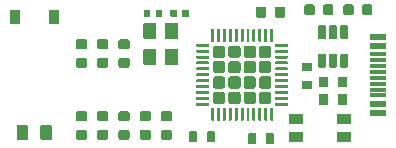
<source format=gtp>
G04 #@! TF.GenerationSoftware,KiCad,Pcbnew,(5.1.5)-3*
G04 #@! TF.CreationDate,2021-01-27T12:55:09+11:00*
G04 #@! TF.ProjectId,PD_Micro,50445f4d-6963-4726-9f2e-6b696361645f,rev?*
G04 #@! TF.SameCoordinates,PX7ce2370PY67d8790*
G04 #@! TF.FileFunction,Paste,Top*
G04 #@! TF.FilePolarity,Positive*
%FSLAX46Y46*%
G04 Gerber Fmt 4.6, Leading zero omitted, Abs format (unit mm)*
G04 Created by KiCad (PCBNEW (5.1.5)-3) date 2021-01-27 12:55:09*
%MOMM*%
%LPD*%
G04 APERTURE LIST*
%ADD10R,1.450000X0.575000*%
%ADD11R,1.450000X0.300000*%
%ADD12C,0.100000*%
%ADD13R,0.900000X1.200000*%
%ADD14R,1.200000X0.900000*%
G04 APERTURE END LIST*
D10*
X34155000Y12115000D03*
X34155000Y5665000D03*
X34155000Y11340000D03*
X34155000Y6440000D03*
D11*
X34155000Y7140000D03*
X34155000Y10640000D03*
X34155000Y7640000D03*
X34155000Y10140000D03*
X34155000Y8140000D03*
X34155000Y9640000D03*
X34155000Y9140000D03*
X34155000Y8640000D03*
D12*
G36*
X17100782Y11089470D02*
G01*
X17111460Y11087886D01*
X17121931Y11085263D01*
X17132095Y11081627D01*
X17141854Y11077011D01*
X17151113Y11071462D01*
X17159783Y11065031D01*
X17167782Y11057782D01*
X17175031Y11049783D01*
X17181462Y11041113D01*
X17187011Y11031854D01*
X17191627Y11022095D01*
X17195263Y11011931D01*
X17197886Y11001460D01*
X17199470Y10990782D01*
X17200000Y10980000D01*
X17200000Y9800000D01*
X17199470Y9789218D01*
X17197886Y9778540D01*
X17195263Y9768069D01*
X17191627Y9757905D01*
X17187011Y9748146D01*
X17181462Y9738887D01*
X17175031Y9730217D01*
X17167782Y9722218D01*
X17159783Y9714969D01*
X17151113Y9708538D01*
X17141854Y9702989D01*
X17132095Y9698373D01*
X17121931Y9694737D01*
X17111460Y9692114D01*
X17100782Y9690530D01*
X17090000Y9690000D01*
X16210000Y9690000D01*
X16199218Y9690530D01*
X16188540Y9692114D01*
X16178069Y9694737D01*
X16167905Y9698373D01*
X16158146Y9702989D01*
X16148887Y9708538D01*
X16140217Y9714969D01*
X16132218Y9722218D01*
X16124969Y9730217D01*
X16118538Y9738887D01*
X16112989Y9748146D01*
X16108373Y9757905D01*
X16104737Y9768069D01*
X16102114Y9778540D01*
X16100530Y9789218D01*
X16100000Y9800000D01*
X16100000Y10980000D01*
X16100530Y10990782D01*
X16102114Y11001460D01*
X16104737Y11011931D01*
X16108373Y11022095D01*
X16112989Y11031854D01*
X16118538Y11041113D01*
X16124969Y11049783D01*
X16132218Y11057782D01*
X16140217Y11065031D01*
X16148887Y11071462D01*
X16158146Y11077011D01*
X16167905Y11081627D01*
X16178069Y11085263D01*
X16188540Y11087886D01*
X16199218Y11089470D01*
X16210000Y11090000D01*
X17090000Y11090000D01*
X17100782Y11089470D01*
G37*
G36*
X17100782Y13289470D02*
G01*
X17111460Y13287886D01*
X17121931Y13285263D01*
X17132095Y13281627D01*
X17141854Y13277011D01*
X17151113Y13271462D01*
X17159783Y13265031D01*
X17167782Y13257782D01*
X17175031Y13249783D01*
X17181462Y13241113D01*
X17187011Y13231854D01*
X17191627Y13222095D01*
X17195263Y13211931D01*
X17197886Y13201460D01*
X17199470Y13190782D01*
X17200000Y13180000D01*
X17200000Y12000000D01*
X17199470Y11989218D01*
X17197886Y11978540D01*
X17195263Y11968069D01*
X17191627Y11957905D01*
X17187011Y11948146D01*
X17181462Y11938887D01*
X17175031Y11930217D01*
X17167782Y11922218D01*
X17159783Y11914969D01*
X17151113Y11908538D01*
X17141854Y11902989D01*
X17132095Y11898373D01*
X17121931Y11894737D01*
X17111460Y11892114D01*
X17100782Y11890530D01*
X17090000Y11890000D01*
X16210000Y11890000D01*
X16199218Y11890530D01*
X16188540Y11892114D01*
X16178069Y11894737D01*
X16167905Y11898373D01*
X16158146Y11902989D01*
X16148887Y11908538D01*
X16140217Y11914969D01*
X16132218Y11922218D01*
X16124969Y11930217D01*
X16118538Y11938887D01*
X16112989Y11948146D01*
X16108373Y11957905D01*
X16104737Y11968069D01*
X16102114Y11978540D01*
X16100530Y11989218D01*
X16100000Y12000000D01*
X16100000Y13180000D01*
X16100530Y13190782D01*
X16102114Y13201460D01*
X16104737Y13211931D01*
X16108373Y13222095D01*
X16112989Y13231854D01*
X16118538Y13241113D01*
X16124969Y13249783D01*
X16132218Y13257782D01*
X16140217Y13265031D01*
X16148887Y13271462D01*
X16158146Y13277011D01*
X16167905Y13281627D01*
X16178069Y13285263D01*
X16188540Y13287886D01*
X16199218Y13289470D01*
X16210000Y13290000D01*
X17090000Y13290000D01*
X17100782Y13289470D01*
G37*
G36*
X15300782Y13289470D02*
G01*
X15311460Y13287886D01*
X15321931Y13285263D01*
X15332095Y13281627D01*
X15341854Y13277011D01*
X15351113Y13271462D01*
X15359783Y13265031D01*
X15367782Y13257782D01*
X15375031Y13249783D01*
X15381462Y13241113D01*
X15387011Y13231854D01*
X15391627Y13222095D01*
X15395263Y13211931D01*
X15397886Y13201460D01*
X15399470Y13190782D01*
X15400000Y13180000D01*
X15400000Y12000000D01*
X15399470Y11989218D01*
X15397886Y11978540D01*
X15395263Y11968069D01*
X15391627Y11957905D01*
X15387011Y11948146D01*
X15381462Y11938887D01*
X15375031Y11930217D01*
X15367782Y11922218D01*
X15359783Y11914969D01*
X15351113Y11908538D01*
X15341854Y11902989D01*
X15332095Y11898373D01*
X15321931Y11894737D01*
X15311460Y11892114D01*
X15300782Y11890530D01*
X15290000Y11890000D01*
X14410000Y11890000D01*
X14399218Y11890530D01*
X14388540Y11892114D01*
X14378069Y11894737D01*
X14367905Y11898373D01*
X14358146Y11902989D01*
X14348887Y11908538D01*
X14340217Y11914969D01*
X14332218Y11922218D01*
X14324969Y11930217D01*
X14318538Y11938887D01*
X14312989Y11948146D01*
X14308373Y11957905D01*
X14304737Y11968069D01*
X14302114Y11978540D01*
X14300530Y11989218D01*
X14300000Y12000000D01*
X14300000Y13180000D01*
X14300530Y13190782D01*
X14302114Y13201460D01*
X14304737Y13211931D01*
X14308373Y13222095D01*
X14312989Y13231854D01*
X14318538Y13241113D01*
X14324969Y13249783D01*
X14332218Y13257782D01*
X14340217Y13265031D01*
X14348887Y13271462D01*
X14358146Y13277011D01*
X14367905Y13281627D01*
X14378069Y13285263D01*
X14388540Y13287886D01*
X14399218Y13289470D01*
X14410000Y13290000D01*
X15290000Y13290000D01*
X15300782Y13289470D01*
G37*
G36*
X15300782Y11089470D02*
G01*
X15311460Y11087886D01*
X15321931Y11085263D01*
X15332095Y11081627D01*
X15341854Y11077011D01*
X15351113Y11071462D01*
X15359783Y11065031D01*
X15367782Y11057782D01*
X15375031Y11049783D01*
X15381462Y11041113D01*
X15387011Y11031854D01*
X15391627Y11022095D01*
X15395263Y11011931D01*
X15397886Y11001460D01*
X15399470Y10990782D01*
X15400000Y10980000D01*
X15400000Y9800000D01*
X15399470Y9789218D01*
X15397886Y9778540D01*
X15395263Y9768069D01*
X15391627Y9757905D01*
X15387011Y9748146D01*
X15381462Y9738887D01*
X15375031Y9730217D01*
X15367782Y9722218D01*
X15359783Y9714969D01*
X15351113Y9708538D01*
X15341854Y9702989D01*
X15332095Y9698373D01*
X15321931Y9694737D01*
X15311460Y9692114D01*
X15300782Y9690530D01*
X15290000Y9690000D01*
X14410000Y9690000D01*
X14399218Y9690530D01*
X14388540Y9692114D01*
X14378069Y9694737D01*
X14367905Y9698373D01*
X14358146Y9702989D01*
X14348887Y9708538D01*
X14340217Y9714969D01*
X14332218Y9722218D01*
X14324969Y9730217D01*
X14318538Y9738887D01*
X14312989Y9748146D01*
X14308373Y9757905D01*
X14304737Y9768069D01*
X14302114Y9778540D01*
X14300530Y9789218D01*
X14300000Y9800000D01*
X14300000Y10980000D01*
X14300530Y10990782D01*
X14302114Y11001460D01*
X14304737Y11011931D01*
X14308373Y11022095D01*
X14312989Y11031854D01*
X14318538Y11041113D01*
X14324969Y11049783D01*
X14332218Y11057782D01*
X14340217Y11065031D01*
X14348887Y11071462D01*
X14358146Y11077011D01*
X14367905Y11081627D01*
X14378069Y11085263D01*
X14388540Y11087886D01*
X14399218Y11089470D01*
X14410000Y11090000D01*
X15290000Y11090000D01*
X15300782Y11089470D01*
G37*
D13*
X3400000Y13790000D03*
X6700000Y13790000D03*
D12*
G36*
X4414703Y4614278D02*
G01*
X4429264Y4612118D01*
X4443543Y4608541D01*
X4457403Y4603582D01*
X4470710Y4597288D01*
X4483336Y4589720D01*
X4495159Y4580952D01*
X4506066Y4571066D01*
X4515952Y4560159D01*
X4524720Y4548336D01*
X4532288Y4535710D01*
X4538582Y4522403D01*
X4543541Y4508543D01*
X4547118Y4494264D01*
X4549278Y4479703D01*
X4550000Y4465000D01*
X4550000Y3515000D01*
X4549278Y3500297D01*
X4547118Y3485736D01*
X4543541Y3471457D01*
X4538582Y3457597D01*
X4532288Y3444290D01*
X4524720Y3431664D01*
X4515952Y3419841D01*
X4506066Y3408934D01*
X4495159Y3399048D01*
X4483336Y3390280D01*
X4470710Y3382712D01*
X4457403Y3376418D01*
X4443543Y3371459D01*
X4429264Y3367882D01*
X4414703Y3365722D01*
X4400000Y3365000D01*
X3700000Y3365000D01*
X3685297Y3365722D01*
X3670736Y3367882D01*
X3656457Y3371459D01*
X3642597Y3376418D01*
X3629290Y3382712D01*
X3616664Y3390280D01*
X3604841Y3399048D01*
X3593934Y3408934D01*
X3584048Y3419841D01*
X3575280Y3431664D01*
X3567712Y3444290D01*
X3561418Y3457597D01*
X3556459Y3471457D01*
X3552882Y3485736D01*
X3550722Y3500297D01*
X3550000Y3515000D01*
X3550000Y4465000D01*
X3550722Y4479703D01*
X3552882Y4494264D01*
X3556459Y4508543D01*
X3561418Y4522403D01*
X3567712Y4535710D01*
X3575280Y4548336D01*
X3584048Y4560159D01*
X3593934Y4571066D01*
X3604841Y4580952D01*
X3616664Y4589720D01*
X3629290Y4597288D01*
X3642597Y4603582D01*
X3656457Y4608541D01*
X3670736Y4612118D01*
X3685297Y4614278D01*
X3700000Y4615000D01*
X4400000Y4615000D01*
X4414703Y4614278D01*
G37*
G36*
X6414703Y4614278D02*
G01*
X6429264Y4612118D01*
X6443543Y4608541D01*
X6457403Y4603582D01*
X6470710Y4597288D01*
X6483336Y4589720D01*
X6495159Y4580952D01*
X6506066Y4571066D01*
X6515952Y4560159D01*
X6524720Y4548336D01*
X6532288Y4535710D01*
X6538582Y4522403D01*
X6543541Y4508543D01*
X6547118Y4494264D01*
X6549278Y4479703D01*
X6550000Y4465000D01*
X6550000Y3515000D01*
X6549278Y3500297D01*
X6547118Y3485736D01*
X6543541Y3471457D01*
X6538582Y3457597D01*
X6532288Y3444290D01*
X6524720Y3431664D01*
X6515952Y3419841D01*
X6506066Y3408934D01*
X6495159Y3399048D01*
X6483336Y3390280D01*
X6470710Y3382712D01*
X6457403Y3376418D01*
X6443543Y3371459D01*
X6429264Y3367882D01*
X6414703Y3365722D01*
X6400000Y3365000D01*
X5700000Y3365000D01*
X5685297Y3365722D01*
X5670736Y3367882D01*
X5656457Y3371459D01*
X5642597Y3376418D01*
X5629290Y3382712D01*
X5616664Y3390280D01*
X5604841Y3399048D01*
X5593934Y3408934D01*
X5584048Y3419841D01*
X5575280Y3431664D01*
X5567712Y3444290D01*
X5561418Y3457597D01*
X5556459Y3471457D01*
X5552882Y3485736D01*
X5550722Y3500297D01*
X5550000Y3515000D01*
X5550000Y4465000D01*
X5550722Y4479703D01*
X5552882Y4494264D01*
X5556459Y4508543D01*
X5561418Y4522403D01*
X5567712Y4535710D01*
X5575280Y4548336D01*
X5584048Y4560159D01*
X5593934Y4571066D01*
X5604841Y4580952D01*
X5616664Y4589720D01*
X5629290Y4597288D01*
X5642597Y4603582D01*
X5656457Y4608541D01*
X5670736Y4612118D01*
X5685297Y4614278D01*
X5700000Y4615000D01*
X6400000Y4615000D01*
X6414703Y4614278D01*
G37*
G36*
X33477691Y14863947D02*
G01*
X33498926Y14860797D01*
X33519750Y14855581D01*
X33539962Y14848349D01*
X33559368Y14839170D01*
X33577781Y14828134D01*
X33595024Y14815346D01*
X33610930Y14800930D01*
X33625346Y14785024D01*
X33638134Y14767781D01*
X33649170Y14749368D01*
X33658349Y14729962D01*
X33665581Y14709750D01*
X33670797Y14688926D01*
X33673947Y14667691D01*
X33675000Y14646250D01*
X33675000Y14133750D01*
X33673947Y14112309D01*
X33670797Y14091074D01*
X33665581Y14070250D01*
X33658349Y14050038D01*
X33649170Y14030632D01*
X33638134Y14012219D01*
X33625346Y13994976D01*
X33610930Y13979070D01*
X33595024Y13964654D01*
X33577781Y13951866D01*
X33559368Y13940830D01*
X33539962Y13931651D01*
X33519750Y13924419D01*
X33498926Y13919203D01*
X33477691Y13916053D01*
X33456250Y13915000D01*
X33018750Y13915000D01*
X32997309Y13916053D01*
X32976074Y13919203D01*
X32955250Y13924419D01*
X32935038Y13931651D01*
X32915632Y13940830D01*
X32897219Y13951866D01*
X32879976Y13964654D01*
X32864070Y13979070D01*
X32849654Y13994976D01*
X32836866Y14012219D01*
X32825830Y14030632D01*
X32816651Y14050038D01*
X32809419Y14070250D01*
X32804203Y14091074D01*
X32801053Y14112309D01*
X32800000Y14133750D01*
X32800000Y14646250D01*
X32801053Y14667691D01*
X32804203Y14688926D01*
X32809419Y14709750D01*
X32816651Y14729962D01*
X32825830Y14749368D01*
X32836866Y14767781D01*
X32849654Y14785024D01*
X32864070Y14800930D01*
X32879976Y14815346D01*
X32897219Y14828134D01*
X32915632Y14839170D01*
X32935038Y14848349D01*
X32955250Y14855581D01*
X32976074Y14860797D01*
X32997309Y14863947D01*
X33018750Y14865000D01*
X33456250Y14865000D01*
X33477691Y14863947D01*
G37*
G36*
X31902691Y14863947D02*
G01*
X31923926Y14860797D01*
X31944750Y14855581D01*
X31964962Y14848349D01*
X31984368Y14839170D01*
X32002781Y14828134D01*
X32020024Y14815346D01*
X32035930Y14800930D01*
X32050346Y14785024D01*
X32063134Y14767781D01*
X32074170Y14749368D01*
X32083349Y14729962D01*
X32090581Y14709750D01*
X32095797Y14688926D01*
X32098947Y14667691D01*
X32100000Y14646250D01*
X32100000Y14133750D01*
X32098947Y14112309D01*
X32095797Y14091074D01*
X32090581Y14070250D01*
X32083349Y14050038D01*
X32074170Y14030632D01*
X32063134Y14012219D01*
X32050346Y13994976D01*
X32035930Y13979070D01*
X32020024Y13964654D01*
X32002781Y13951866D01*
X31984368Y13940830D01*
X31964962Y13931651D01*
X31944750Y13924419D01*
X31923926Y13919203D01*
X31902691Y13916053D01*
X31881250Y13915000D01*
X31443750Y13915000D01*
X31422309Y13916053D01*
X31401074Y13919203D01*
X31380250Y13924419D01*
X31360038Y13931651D01*
X31340632Y13940830D01*
X31322219Y13951866D01*
X31304976Y13964654D01*
X31289070Y13979070D01*
X31274654Y13994976D01*
X31261866Y14012219D01*
X31250830Y14030632D01*
X31241651Y14050038D01*
X31234419Y14070250D01*
X31229203Y14091074D01*
X31226053Y14112309D01*
X31225000Y14133750D01*
X31225000Y14646250D01*
X31226053Y14667691D01*
X31229203Y14688926D01*
X31234419Y14709750D01*
X31241651Y14729962D01*
X31250830Y14749368D01*
X31261866Y14767781D01*
X31274654Y14785024D01*
X31289070Y14800930D01*
X31304976Y14815346D01*
X31322219Y14828134D01*
X31340632Y14839170D01*
X31360038Y14848349D01*
X31380250Y14855581D01*
X31401074Y14860797D01*
X31422309Y14863947D01*
X31443750Y14865000D01*
X31881250Y14865000D01*
X31902691Y14863947D01*
G37*
G36*
X30177691Y14863947D02*
G01*
X30198926Y14860797D01*
X30219750Y14855581D01*
X30239962Y14848349D01*
X30259368Y14839170D01*
X30277781Y14828134D01*
X30295024Y14815346D01*
X30310930Y14800930D01*
X30325346Y14785024D01*
X30338134Y14767781D01*
X30349170Y14749368D01*
X30358349Y14729962D01*
X30365581Y14709750D01*
X30370797Y14688926D01*
X30373947Y14667691D01*
X30375000Y14646250D01*
X30375000Y14133750D01*
X30373947Y14112309D01*
X30370797Y14091074D01*
X30365581Y14070250D01*
X30358349Y14050038D01*
X30349170Y14030632D01*
X30338134Y14012219D01*
X30325346Y13994976D01*
X30310930Y13979070D01*
X30295024Y13964654D01*
X30277781Y13951866D01*
X30259368Y13940830D01*
X30239962Y13931651D01*
X30219750Y13924419D01*
X30198926Y13919203D01*
X30177691Y13916053D01*
X30156250Y13915000D01*
X29718750Y13915000D01*
X29697309Y13916053D01*
X29676074Y13919203D01*
X29655250Y13924419D01*
X29635038Y13931651D01*
X29615632Y13940830D01*
X29597219Y13951866D01*
X29579976Y13964654D01*
X29564070Y13979070D01*
X29549654Y13994976D01*
X29536866Y14012219D01*
X29525830Y14030632D01*
X29516651Y14050038D01*
X29509419Y14070250D01*
X29504203Y14091074D01*
X29501053Y14112309D01*
X29500000Y14133750D01*
X29500000Y14646250D01*
X29501053Y14667691D01*
X29504203Y14688926D01*
X29509419Y14709750D01*
X29516651Y14729962D01*
X29525830Y14749368D01*
X29536866Y14767781D01*
X29549654Y14785024D01*
X29564070Y14800930D01*
X29579976Y14815346D01*
X29597219Y14828134D01*
X29615632Y14839170D01*
X29635038Y14848349D01*
X29655250Y14855581D01*
X29676074Y14860797D01*
X29697309Y14863947D01*
X29718750Y14865000D01*
X30156250Y14865000D01*
X30177691Y14863947D01*
G37*
G36*
X28602691Y14863947D02*
G01*
X28623926Y14860797D01*
X28644750Y14855581D01*
X28664962Y14848349D01*
X28684368Y14839170D01*
X28702781Y14828134D01*
X28720024Y14815346D01*
X28735930Y14800930D01*
X28750346Y14785024D01*
X28763134Y14767781D01*
X28774170Y14749368D01*
X28783349Y14729962D01*
X28790581Y14709750D01*
X28795797Y14688926D01*
X28798947Y14667691D01*
X28800000Y14646250D01*
X28800000Y14133750D01*
X28798947Y14112309D01*
X28795797Y14091074D01*
X28790581Y14070250D01*
X28783349Y14050038D01*
X28774170Y14030632D01*
X28763134Y14012219D01*
X28750346Y13994976D01*
X28735930Y13979070D01*
X28720024Y13964654D01*
X28702781Y13951866D01*
X28684368Y13940830D01*
X28664962Y13931651D01*
X28644750Y13924419D01*
X28623926Y13919203D01*
X28602691Y13916053D01*
X28581250Y13915000D01*
X28143750Y13915000D01*
X28122309Y13916053D01*
X28101074Y13919203D01*
X28080250Y13924419D01*
X28060038Y13931651D01*
X28040632Y13940830D01*
X28022219Y13951866D01*
X28004976Y13964654D01*
X27989070Y13979070D01*
X27974654Y13994976D01*
X27961866Y14012219D01*
X27950830Y14030632D01*
X27941651Y14050038D01*
X27934419Y14070250D01*
X27929203Y14091074D01*
X27926053Y14112309D01*
X27925000Y14133750D01*
X27925000Y14646250D01*
X27926053Y14667691D01*
X27929203Y14688926D01*
X27934419Y14709750D01*
X27941651Y14729962D01*
X27950830Y14749368D01*
X27961866Y14767781D01*
X27974654Y14785024D01*
X27989070Y14800930D01*
X28004976Y14815346D01*
X28022219Y14828134D01*
X28040632Y14839170D01*
X28060038Y14848349D01*
X28080250Y14855581D01*
X28101074Y14860797D01*
X28122309Y14863947D01*
X28143750Y14865000D01*
X28581250Y14865000D01*
X28602691Y14863947D01*
G37*
G36*
X11127691Y4238947D02*
G01*
X11148926Y4235797D01*
X11169750Y4230581D01*
X11189962Y4223349D01*
X11209368Y4214170D01*
X11227781Y4203134D01*
X11245024Y4190346D01*
X11260930Y4175930D01*
X11275346Y4160024D01*
X11288134Y4142781D01*
X11299170Y4124368D01*
X11308349Y4104962D01*
X11315581Y4084750D01*
X11320797Y4063926D01*
X11323947Y4042691D01*
X11325000Y4021250D01*
X11325000Y3583750D01*
X11323947Y3562309D01*
X11320797Y3541074D01*
X11315581Y3520250D01*
X11308349Y3500038D01*
X11299170Y3480632D01*
X11288134Y3462219D01*
X11275346Y3444976D01*
X11260930Y3429070D01*
X11245024Y3414654D01*
X11227781Y3401866D01*
X11209368Y3390830D01*
X11189962Y3381651D01*
X11169750Y3374419D01*
X11148926Y3369203D01*
X11127691Y3366053D01*
X11106250Y3365000D01*
X10593750Y3365000D01*
X10572309Y3366053D01*
X10551074Y3369203D01*
X10530250Y3374419D01*
X10510038Y3381651D01*
X10490632Y3390830D01*
X10472219Y3401866D01*
X10454976Y3414654D01*
X10439070Y3429070D01*
X10424654Y3444976D01*
X10411866Y3462219D01*
X10400830Y3480632D01*
X10391651Y3500038D01*
X10384419Y3520250D01*
X10379203Y3541074D01*
X10376053Y3562309D01*
X10375000Y3583750D01*
X10375000Y4021250D01*
X10376053Y4042691D01*
X10379203Y4063926D01*
X10384419Y4084750D01*
X10391651Y4104962D01*
X10400830Y4124368D01*
X10411866Y4142781D01*
X10424654Y4160024D01*
X10439070Y4175930D01*
X10454976Y4190346D01*
X10472219Y4203134D01*
X10490632Y4214170D01*
X10510038Y4223349D01*
X10530250Y4230581D01*
X10551074Y4235797D01*
X10572309Y4238947D01*
X10593750Y4240000D01*
X11106250Y4240000D01*
X11127691Y4238947D01*
G37*
G36*
X11127691Y5813947D02*
G01*
X11148926Y5810797D01*
X11169750Y5805581D01*
X11189962Y5798349D01*
X11209368Y5789170D01*
X11227781Y5778134D01*
X11245024Y5765346D01*
X11260930Y5750930D01*
X11275346Y5735024D01*
X11288134Y5717781D01*
X11299170Y5699368D01*
X11308349Y5679962D01*
X11315581Y5659750D01*
X11320797Y5638926D01*
X11323947Y5617691D01*
X11325000Y5596250D01*
X11325000Y5158750D01*
X11323947Y5137309D01*
X11320797Y5116074D01*
X11315581Y5095250D01*
X11308349Y5075038D01*
X11299170Y5055632D01*
X11288134Y5037219D01*
X11275346Y5019976D01*
X11260930Y5004070D01*
X11245024Y4989654D01*
X11227781Y4976866D01*
X11209368Y4965830D01*
X11189962Y4956651D01*
X11169750Y4949419D01*
X11148926Y4944203D01*
X11127691Y4941053D01*
X11106250Y4940000D01*
X10593750Y4940000D01*
X10572309Y4941053D01*
X10551074Y4944203D01*
X10530250Y4949419D01*
X10510038Y4956651D01*
X10490632Y4965830D01*
X10472219Y4976866D01*
X10454976Y4989654D01*
X10439070Y5004070D01*
X10424654Y5019976D01*
X10411866Y5037219D01*
X10400830Y5055632D01*
X10391651Y5075038D01*
X10384419Y5095250D01*
X10379203Y5116074D01*
X10376053Y5137309D01*
X10375000Y5158750D01*
X10375000Y5596250D01*
X10376053Y5617691D01*
X10379203Y5638926D01*
X10384419Y5659750D01*
X10391651Y5679962D01*
X10400830Y5699368D01*
X10411866Y5717781D01*
X10424654Y5735024D01*
X10439070Y5750930D01*
X10454976Y5765346D01*
X10472219Y5778134D01*
X10490632Y5789170D01*
X10510038Y5798349D01*
X10530250Y5805581D01*
X10551074Y5810797D01*
X10572309Y5813947D01*
X10593750Y5815000D01*
X11106250Y5815000D01*
X11127691Y5813947D01*
G37*
G36*
X9327691Y4238947D02*
G01*
X9348926Y4235797D01*
X9369750Y4230581D01*
X9389962Y4223349D01*
X9409368Y4214170D01*
X9427781Y4203134D01*
X9445024Y4190346D01*
X9460930Y4175930D01*
X9475346Y4160024D01*
X9488134Y4142781D01*
X9499170Y4124368D01*
X9508349Y4104962D01*
X9515581Y4084750D01*
X9520797Y4063926D01*
X9523947Y4042691D01*
X9525000Y4021250D01*
X9525000Y3583750D01*
X9523947Y3562309D01*
X9520797Y3541074D01*
X9515581Y3520250D01*
X9508349Y3500038D01*
X9499170Y3480632D01*
X9488134Y3462219D01*
X9475346Y3444976D01*
X9460930Y3429070D01*
X9445024Y3414654D01*
X9427781Y3401866D01*
X9409368Y3390830D01*
X9389962Y3381651D01*
X9369750Y3374419D01*
X9348926Y3369203D01*
X9327691Y3366053D01*
X9306250Y3365000D01*
X8793750Y3365000D01*
X8772309Y3366053D01*
X8751074Y3369203D01*
X8730250Y3374419D01*
X8710038Y3381651D01*
X8690632Y3390830D01*
X8672219Y3401866D01*
X8654976Y3414654D01*
X8639070Y3429070D01*
X8624654Y3444976D01*
X8611866Y3462219D01*
X8600830Y3480632D01*
X8591651Y3500038D01*
X8584419Y3520250D01*
X8579203Y3541074D01*
X8576053Y3562309D01*
X8575000Y3583750D01*
X8575000Y4021250D01*
X8576053Y4042691D01*
X8579203Y4063926D01*
X8584419Y4084750D01*
X8591651Y4104962D01*
X8600830Y4124368D01*
X8611866Y4142781D01*
X8624654Y4160024D01*
X8639070Y4175930D01*
X8654976Y4190346D01*
X8672219Y4203134D01*
X8690632Y4214170D01*
X8710038Y4223349D01*
X8730250Y4230581D01*
X8751074Y4235797D01*
X8772309Y4238947D01*
X8793750Y4240000D01*
X9306250Y4240000D01*
X9327691Y4238947D01*
G37*
G36*
X9327691Y5813947D02*
G01*
X9348926Y5810797D01*
X9369750Y5805581D01*
X9389962Y5798349D01*
X9409368Y5789170D01*
X9427781Y5778134D01*
X9445024Y5765346D01*
X9460930Y5750930D01*
X9475346Y5735024D01*
X9488134Y5717781D01*
X9499170Y5699368D01*
X9508349Y5679962D01*
X9515581Y5659750D01*
X9520797Y5638926D01*
X9523947Y5617691D01*
X9525000Y5596250D01*
X9525000Y5158750D01*
X9523947Y5137309D01*
X9520797Y5116074D01*
X9515581Y5095250D01*
X9508349Y5075038D01*
X9499170Y5055632D01*
X9488134Y5037219D01*
X9475346Y5019976D01*
X9460930Y5004070D01*
X9445024Y4989654D01*
X9427781Y4976866D01*
X9409368Y4965830D01*
X9389962Y4956651D01*
X9369750Y4949419D01*
X9348926Y4944203D01*
X9327691Y4941053D01*
X9306250Y4940000D01*
X8793750Y4940000D01*
X8772309Y4941053D01*
X8751074Y4944203D01*
X8730250Y4949419D01*
X8710038Y4956651D01*
X8690632Y4965830D01*
X8672219Y4976866D01*
X8654976Y4989654D01*
X8639070Y5004070D01*
X8624654Y5019976D01*
X8611866Y5037219D01*
X8600830Y5055632D01*
X8591651Y5075038D01*
X8584419Y5095250D01*
X8579203Y5116074D01*
X8576053Y5137309D01*
X8575000Y5158750D01*
X8575000Y5596250D01*
X8576053Y5617691D01*
X8579203Y5638926D01*
X8584419Y5659750D01*
X8591651Y5679962D01*
X8600830Y5699368D01*
X8611866Y5717781D01*
X8624654Y5735024D01*
X8639070Y5750930D01*
X8654976Y5765346D01*
X8672219Y5778134D01*
X8690632Y5789170D01*
X8710038Y5798349D01*
X8730250Y5805581D01*
X8751074Y5810797D01*
X8772309Y5813947D01*
X8793750Y5815000D01*
X9306250Y5815000D01*
X9327691Y5813947D01*
G37*
G36*
X14727691Y4238947D02*
G01*
X14748926Y4235797D01*
X14769750Y4230581D01*
X14789962Y4223349D01*
X14809368Y4214170D01*
X14827781Y4203134D01*
X14845024Y4190346D01*
X14860930Y4175930D01*
X14875346Y4160024D01*
X14888134Y4142781D01*
X14899170Y4124368D01*
X14908349Y4104962D01*
X14915581Y4084750D01*
X14920797Y4063926D01*
X14923947Y4042691D01*
X14925000Y4021250D01*
X14925000Y3583750D01*
X14923947Y3562309D01*
X14920797Y3541074D01*
X14915581Y3520250D01*
X14908349Y3500038D01*
X14899170Y3480632D01*
X14888134Y3462219D01*
X14875346Y3444976D01*
X14860930Y3429070D01*
X14845024Y3414654D01*
X14827781Y3401866D01*
X14809368Y3390830D01*
X14789962Y3381651D01*
X14769750Y3374419D01*
X14748926Y3369203D01*
X14727691Y3366053D01*
X14706250Y3365000D01*
X14193750Y3365000D01*
X14172309Y3366053D01*
X14151074Y3369203D01*
X14130250Y3374419D01*
X14110038Y3381651D01*
X14090632Y3390830D01*
X14072219Y3401866D01*
X14054976Y3414654D01*
X14039070Y3429070D01*
X14024654Y3444976D01*
X14011866Y3462219D01*
X14000830Y3480632D01*
X13991651Y3500038D01*
X13984419Y3520250D01*
X13979203Y3541074D01*
X13976053Y3562309D01*
X13975000Y3583750D01*
X13975000Y4021250D01*
X13976053Y4042691D01*
X13979203Y4063926D01*
X13984419Y4084750D01*
X13991651Y4104962D01*
X14000830Y4124368D01*
X14011866Y4142781D01*
X14024654Y4160024D01*
X14039070Y4175930D01*
X14054976Y4190346D01*
X14072219Y4203134D01*
X14090632Y4214170D01*
X14110038Y4223349D01*
X14130250Y4230581D01*
X14151074Y4235797D01*
X14172309Y4238947D01*
X14193750Y4240000D01*
X14706250Y4240000D01*
X14727691Y4238947D01*
G37*
G36*
X14727691Y5813947D02*
G01*
X14748926Y5810797D01*
X14769750Y5805581D01*
X14789962Y5798349D01*
X14809368Y5789170D01*
X14827781Y5778134D01*
X14845024Y5765346D01*
X14860930Y5750930D01*
X14875346Y5735024D01*
X14888134Y5717781D01*
X14899170Y5699368D01*
X14908349Y5679962D01*
X14915581Y5659750D01*
X14920797Y5638926D01*
X14923947Y5617691D01*
X14925000Y5596250D01*
X14925000Y5158750D01*
X14923947Y5137309D01*
X14920797Y5116074D01*
X14915581Y5095250D01*
X14908349Y5075038D01*
X14899170Y5055632D01*
X14888134Y5037219D01*
X14875346Y5019976D01*
X14860930Y5004070D01*
X14845024Y4989654D01*
X14827781Y4976866D01*
X14809368Y4965830D01*
X14789962Y4956651D01*
X14769750Y4949419D01*
X14748926Y4944203D01*
X14727691Y4941053D01*
X14706250Y4940000D01*
X14193750Y4940000D01*
X14172309Y4941053D01*
X14151074Y4944203D01*
X14130250Y4949419D01*
X14110038Y4956651D01*
X14090632Y4965830D01*
X14072219Y4976866D01*
X14054976Y4989654D01*
X14039070Y5004070D01*
X14024654Y5019976D01*
X14011866Y5037219D01*
X14000830Y5055632D01*
X13991651Y5075038D01*
X13984419Y5095250D01*
X13979203Y5116074D01*
X13976053Y5137309D01*
X13975000Y5158750D01*
X13975000Y5596250D01*
X13976053Y5617691D01*
X13979203Y5638926D01*
X13984419Y5659750D01*
X13991651Y5679962D01*
X14000830Y5699368D01*
X14011866Y5717781D01*
X14024654Y5735024D01*
X14039070Y5750930D01*
X14054976Y5765346D01*
X14072219Y5778134D01*
X14090632Y5789170D01*
X14110038Y5798349D01*
X14130250Y5805581D01*
X14151074Y5810797D01*
X14172309Y5813947D01*
X14193750Y5815000D01*
X14706250Y5815000D01*
X14727691Y5813947D01*
G37*
G36*
X12927691Y10338947D02*
G01*
X12948926Y10335797D01*
X12969750Y10330581D01*
X12989962Y10323349D01*
X13009368Y10314170D01*
X13027781Y10303134D01*
X13045024Y10290346D01*
X13060930Y10275930D01*
X13075346Y10260024D01*
X13088134Y10242781D01*
X13099170Y10224368D01*
X13108349Y10204962D01*
X13115581Y10184750D01*
X13120797Y10163926D01*
X13123947Y10142691D01*
X13125000Y10121250D01*
X13125000Y9683750D01*
X13123947Y9662309D01*
X13120797Y9641074D01*
X13115581Y9620250D01*
X13108349Y9600038D01*
X13099170Y9580632D01*
X13088134Y9562219D01*
X13075346Y9544976D01*
X13060930Y9529070D01*
X13045024Y9514654D01*
X13027781Y9501866D01*
X13009368Y9490830D01*
X12989962Y9481651D01*
X12969750Y9474419D01*
X12948926Y9469203D01*
X12927691Y9466053D01*
X12906250Y9465000D01*
X12393750Y9465000D01*
X12372309Y9466053D01*
X12351074Y9469203D01*
X12330250Y9474419D01*
X12310038Y9481651D01*
X12290632Y9490830D01*
X12272219Y9501866D01*
X12254976Y9514654D01*
X12239070Y9529070D01*
X12224654Y9544976D01*
X12211866Y9562219D01*
X12200830Y9580632D01*
X12191651Y9600038D01*
X12184419Y9620250D01*
X12179203Y9641074D01*
X12176053Y9662309D01*
X12175000Y9683750D01*
X12175000Y10121250D01*
X12176053Y10142691D01*
X12179203Y10163926D01*
X12184419Y10184750D01*
X12191651Y10204962D01*
X12200830Y10224368D01*
X12211866Y10242781D01*
X12224654Y10260024D01*
X12239070Y10275930D01*
X12254976Y10290346D01*
X12272219Y10303134D01*
X12290632Y10314170D01*
X12310038Y10323349D01*
X12330250Y10330581D01*
X12351074Y10335797D01*
X12372309Y10338947D01*
X12393750Y10340000D01*
X12906250Y10340000D01*
X12927691Y10338947D01*
G37*
G36*
X12927691Y11913947D02*
G01*
X12948926Y11910797D01*
X12969750Y11905581D01*
X12989962Y11898349D01*
X13009368Y11889170D01*
X13027781Y11878134D01*
X13045024Y11865346D01*
X13060930Y11850930D01*
X13075346Y11835024D01*
X13088134Y11817781D01*
X13099170Y11799368D01*
X13108349Y11779962D01*
X13115581Y11759750D01*
X13120797Y11738926D01*
X13123947Y11717691D01*
X13125000Y11696250D01*
X13125000Y11258750D01*
X13123947Y11237309D01*
X13120797Y11216074D01*
X13115581Y11195250D01*
X13108349Y11175038D01*
X13099170Y11155632D01*
X13088134Y11137219D01*
X13075346Y11119976D01*
X13060930Y11104070D01*
X13045024Y11089654D01*
X13027781Y11076866D01*
X13009368Y11065830D01*
X12989962Y11056651D01*
X12969750Y11049419D01*
X12948926Y11044203D01*
X12927691Y11041053D01*
X12906250Y11040000D01*
X12393750Y11040000D01*
X12372309Y11041053D01*
X12351074Y11044203D01*
X12330250Y11049419D01*
X12310038Y11056651D01*
X12290632Y11065830D01*
X12272219Y11076866D01*
X12254976Y11089654D01*
X12239070Y11104070D01*
X12224654Y11119976D01*
X12211866Y11137219D01*
X12200830Y11155632D01*
X12191651Y11175038D01*
X12184419Y11195250D01*
X12179203Y11216074D01*
X12176053Y11237309D01*
X12175000Y11258750D01*
X12175000Y11696250D01*
X12176053Y11717691D01*
X12179203Y11738926D01*
X12184419Y11759750D01*
X12191651Y11779962D01*
X12200830Y11799368D01*
X12211866Y11817781D01*
X12224654Y11835024D01*
X12239070Y11850930D01*
X12254976Y11865346D01*
X12272219Y11878134D01*
X12290632Y11889170D01*
X12310038Y11898349D01*
X12330250Y11905581D01*
X12351074Y11910797D01*
X12372309Y11913947D01*
X12393750Y11915000D01*
X12906250Y11915000D01*
X12927691Y11913947D01*
G37*
G36*
X12927691Y4238947D02*
G01*
X12948926Y4235797D01*
X12969750Y4230581D01*
X12989962Y4223349D01*
X13009368Y4214170D01*
X13027781Y4203134D01*
X13045024Y4190346D01*
X13060930Y4175930D01*
X13075346Y4160024D01*
X13088134Y4142781D01*
X13099170Y4124368D01*
X13108349Y4104962D01*
X13115581Y4084750D01*
X13120797Y4063926D01*
X13123947Y4042691D01*
X13125000Y4021250D01*
X13125000Y3583750D01*
X13123947Y3562309D01*
X13120797Y3541074D01*
X13115581Y3520250D01*
X13108349Y3500038D01*
X13099170Y3480632D01*
X13088134Y3462219D01*
X13075346Y3444976D01*
X13060930Y3429070D01*
X13045024Y3414654D01*
X13027781Y3401866D01*
X13009368Y3390830D01*
X12989962Y3381651D01*
X12969750Y3374419D01*
X12948926Y3369203D01*
X12927691Y3366053D01*
X12906250Y3365000D01*
X12393750Y3365000D01*
X12372309Y3366053D01*
X12351074Y3369203D01*
X12330250Y3374419D01*
X12310038Y3381651D01*
X12290632Y3390830D01*
X12272219Y3401866D01*
X12254976Y3414654D01*
X12239070Y3429070D01*
X12224654Y3444976D01*
X12211866Y3462219D01*
X12200830Y3480632D01*
X12191651Y3500038D01*
X12184419Y3520250D01*
X12179203Y3541074D01*
X12176053Y3562309D01*
X12175000Y3583750D01*
X12175000Y4021250D01*
X12176053Y4042691D01*
X12179203Y4063926D01*
X12184419Y4084750D01*
X12191651Y4104962D01*
X12200830Y4124368D01*
X12211866Y4142781D01*
X12224654Y4160024D01*
X12239070Y4175930D01*
X12254976Y4190346D01*
X12272219Y4203134D01*
X12290632Y4214170D01*
X12310038Y4223349D01*
X12330250Y4230581D01*
X12351074Y4235797D01*
X12372309Y4238947D01*
X12393750Y4240000D01*
X12906250Y4240000D01*
X12927691Y4238947D01*
G37*
G36*
X12927691Y5813947D02*
G01*
X12948926Y5810797D01*
X12969750Y5805581D01*
X12989962Y5798349D01*
X13009368Y5789170D01*
X13027781Y5778134D01*
X13045024Y5765346D01*
X13060930Y5750930D01*
X13075346Y5735024D01*
X13088134Y5717781D01*
X13099170Y5699368D01*
X13108349Y5679962D01*
X13115581Y5659750D01*
X13120797Y5638926D01*
X13123947Y5617691D01*
X13125000Y5596250D01*
X13125000Y5158750D01*
X13123947Y5137309D01*
X13120797Y5116074D01*
X13115581Y5095250D01*
X13108349Y5075038D01*
X13099170Y5055632D01*
X13088134Y5037219D01*
X13075346Y5019976D01*
X13060930Y5004070D01*
X13045024Y4989654D01*
X13027781Y4976866D01*
X13009368Y4965830D01*
X12989962Y4956651D01*
X12969750Y4949419D01*
X12948926Y4944203D01*
X12927691Y4941053D01*
X12906250Y4940000D01*
X12393750Y4940000D01*
X12372309Y4941053D01*
X12351074Y4944203D01*
X12330250Y4949419D01*
X12310038Y4956651D01*
X12290632Y4965830D01*
X12272219Y4976866D01*
X12254976Y4989654D01*
X12239070Y5004070D01*
X12224654Y5019976D01*
X12211866Y5037219D01*
X12200830Y5055632D01*
X12191651Y5075038D01*
X12184419Y5095250D01*
X12179203Y5116074D01*
X12176053Y5137309D01*
X12175000Y5158750D01*
X12175000Y5596250D01*
X12176053Y5617691D01*
X12179203Y5638926D01*
X12184419Y5659750D01*
X12191651Y5679962D01*
X12200830Y5699368D01*
X12211866Y5717781D01*
X12224654Y5735024D01*
X12239070Y5750930D01*
X12254976Y5765346D01*
X12272219Y5778134D01*
X12290632Y5789170D01*
X12310038Y5798349D01*
X12330250Y5805581D01*
X12351074Y5810797D01*
X12372309Y5813947D01*
X12393750Y5815000D01*
X12906250Y5815000D01*
X12927691Y5813947D01*
G37*
G36*
X11127691Y10338947D02*
G01*
X11148926Y10335797D01*
X11169750Y10330581D01*
X11189962Y10323349D01*
X11209368Y10314170D01*
X11227781Y10303134D01*
X11245024Y10290346D01*
X11260930Y10275930D01*
X11275346Y10260024D01*
X11288134Y10242781D01*
X11299170Y10224368D01*
X11308349Y10204962D01*
X11315581Y10184750D01*
X11320797Y10163926D01*
X11323947Y10142691D01*
X11325000Y10121250D01*
X11325000Y9683750D01*
X11323947Y9662309D01*
X11320797Y9641074D01*
X11315581Y9620250D01*
X11308349Y9600038D01*
X11299170Y9580632D01*
X11288134Y9562219D01*
X11275346Y9544976D01*
X11260930Y9529070D01*
X11245024Y9514654D01*
X11227781Y9501866D01*
X11209368Y9490830D01*
X11189962Y9481651D01*
X11169750Y9474419D01*
X11148926Y9469203D01*
X11127691Y9466053D01*
X11106250Y9465000D01*
X10593750Y9465000D01*
X10572309Y9466053D01*
X10551074Y9469203D01*
X10530250Y9474419D01*
X10510038Y9481651D01*
X10490632Y9490830D01*
X10472219Y9501866D01*
X10454976Y9514654D01*
X10439070Y9529070D01*
X10424654Y9544976D01*
X10411866Y9562219D01*
X10400830Y9580632D01*
X10391651Y9600038D01*
X10384419Y9620250D01*
X10379203Y9641074D01*
X10376053Y9662309D01*
X10375000Y9683750D01*
X10375000Y10121250D01*
X10376053Y10142691D01*
X10379203Y10163926D01*
X10384419Y10184750D01*
X10391651Y10204962D01*
X10400830Y10224368D01*
X10411866Y10242781D01*
X10424654Y10260024D01*
X10439070Y10275930D01*
X10454976Y10290346D01*
X10472219Y10303134D01*
X10490632Y10314170D01*
X10510038Y10323349D01*
X10530250Y10330581D01*
X10551074Y10335797D01*
X10572309Y10338947D01*
X10593750Y10340000D01*
X11106250Y10340000D01*
X11127691Y10338947D01*
G37*
G36*
X11127691Y11913947D02*
G01*
X11148926Y11910797D01*
X11169750Y11905581D01*
X11189962Y11898349D01*
X11209368Y11889170D01*
X11227781Y11878134D01*
X11245024Y11865346D01*
X11260930Y11850930D01*
X11275346Y11835024D01*
X11288134Y11817781D01*
X11299170Y11799368D01*
X11308349Y11779962D01*
X11315581Y11759750D01*
X11320797Y11738926D01*
X11323947Y11717691D01*
X11325000Y11696250D01*
X11325000Y11258750D01*
X11323947Y11237309D01*
X11320797Y11216074D01*
X11315581Y11195250D01*
X11308349Y11175038D01*
X11299170Y11155632D01*
X11288134Y11137219D01*
X11275346Y11119976D01*
X11260930Y11104070D01*
X11245024Y11089654D01*
X11227781Y11076866D01*
X11209368Y11065830D01*
X11189962Y11056651D01*
X11169750Y11049419D01*
X11148926Y11044203D01*
X11127691Y11041053D01*
X11106250Y11040000D01*
X10593750Y11040000D01*
X10572309Y11041053D01*
X10551074Y11044203D01*
X10530250Y11049419D01*
X10510038Y11056651D01*
X10490632Y11065830D01*
X10472219Y11076866D01*
X10454976Y11089654D01*
X10439070Y11104070D01*
X10424654Y11119976D01*
X10411866Y11137219D01*
X10400830Y11155632D01*
X10391651Y11175038D01*
X10384419Y11195250D01*
X10379203Y11216074D01*
X10376053Y11237309D01*
X10375000Y11258750D01*
X10375000Y11696250D01*
X10376053Y11717691D01*
X10379203Y11738926D01*
X10384419Y11759750D01*
X10391651Y11779962D01*
X10400830Y11799368D01*
X10411866Y11817781D01*
X10424654Y11835024D01*
X10439070Y11850930D01*
X10454976Y11865346D01*
X10472219Y11878134D01*
X10490632Y11889170D01*
X10510038Y11898349D01*
X10530250Y11905581D01*
X10551074Y11910797D01*
X10572309Y11913947D01*
X10593750Y11915000D01*
X11106250Y11915000D01*
X11127691Y11913947D01*
G37*
G36*
X9327691Y10338947D02*
G01*
X9348926Y10335797D01*
X9369750Y10330581D01*
X9389962Y10323349D01*
X9409368Y10314170D01*
X9427781Y10303134D01*
X9445024Y10290346D01*
X9460930Y10275930D01*
X9475346Y10260024D01*
X9488134Y10242781D01*
X9499170Y10224368D01*
X9508349Y10204962D01*
X9515581Y10184750D01*
X9520797Y10163926D01*
X9523947Y10142691D01*
X9525000Y10121250D01*
X9525000Y9683750D01*
X9523947Y9662309D01*
X9520797Y9641074D01*
X9515581Y9620250D01*
X9508349Y9600038D01*
X9499170Y9580632D01*
X9488134Y9562219D01*
X9475346Y9544976D01*
X9460930Y9529070D01*
X9445024Y9514654D01*
X9427781Y9501866D01*
X9409368Y9490830D01*
X9389962Y9481651D01*
X9369750Y9474419D01*
X9348926Y9469203D01*
X9327691Y9466053D01*
X9306250Y9465000D01*
X8793750Y9465000D01*
X8772309Y9466053D01*
X8751074Y9469203D01*
X8730250Y9474419D01*
X8710038Y9481651D01*
X8690632Y9490830D01*
X8672219Y9501866D01*
X8654976Y9514654D01*
X8639070Y9529070D01*
X8624654Y9544976D01*
X8611866Y9562219D01*
X8600830Y9580632D01*
X8591651Y9600038D01*
X8584419Y9620250D01*
X8579203Y9641074D01*
X8576053Y9662309D01*
X8575000Y9683750D01*
X8575000Y10121250D01*
X8576053Y10142691D01*
X8579203Y10163926D01*
X8584419Y10184750D01*
X8591651Y10204962D01*
X8600830Y10224368D01*
X8611866Y10242781D01*
X8624654Y10260024D01*
X8639070Y10275930D01*
X8654976Y10290346D01*
X8672219Y10303134D01*
X8690632Y10314170D01*
X8710038Y10323349D01*
X8730250Y10330581D01*
X8751074Y10335797D01*
X8772309Y10338947D01*
X8793750Y10340000D01*
X9306250Y10340000D01*
X9327691Y10338947D01*
G37*
G36*
X9327691Y11913947D02*
G01*
X9348926Y11910797D01*
X9369750Y11905581D01*
X9389962Y11898349D01*
X9409368Y11889170D01*
X9427781Y11878134D01*
X9445024Y11865346D01*
X9460930Y11850930D01*
X9475346Y11835024D01*
X9488134Y11817781D01*
X9499170Y11799368D01*
X9508349Y11779962D01*
X9515581Y11759750D01*
X9520797Y11738926D01*
X9523947Y11717691D01*
X9525000Y11696250D01*
X9525000Y11258750D01*
X9523947Y11237309D01*
X9520797Y11216074D01*
X9515581Y11195250D01*
X9508349Y11175038D01*
X9499170Y11155632D01*
X9488134Y11137219D01*
X9475346Y11119976D01*
X9460930Y11104070D01*
X9445024Y11089654D01*
X9427781Y11076866D01*
X9409368Y11065830D01*
X9389962Y11056651D01*
X9369750Y11049419D01*
X9348926Y11044203D01*
X9327691Y11041053D01*
X9306250Y11040000D01*
X8793750Y11040000D01*
X8772309Y11041053D01*
X8751074Y11044203D01*
X8730250Y11049419D01*
X8710038Y11056651D01*
X8690632Y11065830D01*
X8672219Y11076866D01*
X8654976Y11089654D01*
X8639070Y11104070D01*
X8624654Y11119976D01*
X8611866Y11137219D01*
X8600830Y11155632D01*
X8591651Y11175038D01*
X8584419Y11195250D01*
X8579203Y11216074D01*
X8576053Y11237309D01*
X8575000Y11258750D01*
X8575000Y11696250D01*
X8576053Y11717691D01*
X8579203Y11738926D01*
X8584419Y11759750D01*
X8591651Y11779962D01*
X8600830Y11799368D01*
X8611866Y11817781D01*
X8624654Y11835024D01*
X8639070Y11850930D01*
X8654976Y11865346D01*
X8672219Y11878134D01*
X8690632Y11889170D01*
X8710038Y11898349D01*
X8730250Y11905581D01*
X8751074Y11910797D01*
X8772309Y11913947D01*
X8793750Y11915000D01*
X9306250Y11915000D01*
X9327691Y11913947D01*
G37*
G36*
X16527691Y4238947D02*
G01*
X16548926Y4235797D01*
X16569750Y4230581D01*
X16589962Y4223349D01*
X16609368Y4214170D01*
X16627781Y4203134D01*
X16645024Y4190346D01*
X16660930Y4175930D01*
X16675346Y4160024D01*
X16688134Y4142781D01*
X16699170Y4124368D01*
X16708349Y4104962D01*
X16715581Y4084750D01*
X16720797Y4063926D01*
X16723947Y4042691D01*
X16725000Y4021250D01*
X16725000Y3583750D01*
X16723947Y3562309D01*
X16720797Y3541074D01*
X16715581Y3520250D01*
X16708349Y3500038D01*
X16699170Y3480632D01*
X16688134Y3462219D01*
X16675346Y3444976D01*
X16660930Y3429070D01*
X16645024Y3414654D01*
X16627781Y3401866D01*
X16609368Y3390830D01*
X16589962Y3381651D01*
X16569750Y3374419D01*
X16548926Y3369203D01*
X16527691Y3366053D01*
X16506250Y3365000D01*
X15993750Y3365000D01*
X15972309Y3366053D01*
X15951074Y3369203D01*
X15930250Y3374419D01*
X15910038Y3381651D01*
X15890632Y3390830D01*
X15872219Y3401866D01*
X15854976Y3414654D01*
X15839070Y3429070D01*
X15824654Y3444976D01*
X15811866Y3462219D01*
X15800830Y3480632D01*
X15791651Y3500038D01*
X15784419Y3520250D01*
X15779203Y3541074D01*
X15776053Y3562309D01*
X15775000Y3583750D01*
X15775000Y4021250D01*
X15776053Y4042691D01*
X15779203Y4063926D01*
X15784419Y4084750D01*
X15791651Y4104962D01*
X15800830Y4124368D01*
X15811866Y4142781D01*
X15824654Y4160024D01*
X15839070Y4175930D01*
X15854976Y4190346D01*
X15872219Y4203134D01*
X15890632Y4214170D01*
X15910038Y4223349D01*
X15930250Y4230581D01*
X15951074Y4235797D01*
X15972309Y4238947D01*
X15993750Y4240000D01*
X16506250Y4240000D01*
X16527691Y4238947D01*
G37*
G36*
X16527691Y5813947D02*
G01*
X16548926Y5810797D01*
X16569750Y5805581D01*
X16589962Y5798349D01*
X16609368Y5789170D01*
X16627781Y5778134D01*
X16645024Y5765346D01*
X16660930Y5750930D01*
X16675346Y5735024D01*
X16688134Y5717781D01*
X16699170Y5699368D01*
X16708349Y5679962D01*
X16715581Y5659750D01*
X16720797Y5638926D01*
X16723947Y5617691D01*
X16725000Y5596250D01*
X16725000Y5158750D01*
X16723947Y5137309D01*
X16720797Y5116074D01*
X16715581Y5095250D01*
X16708349Y5075038D01*
X16699170Y5055632D01*
X16688134Y5037219D01*
X16675346Y5019976D01*
X16660930Y5004070D01*
X16645024Y4989654D01*
X16627781Y4976866D01*
X16609368Y4965830D01*
X16589962Y4956651D01*
X16569750Y4949419D01*
X16548926Y4944203D01*
X16527691Y4941053D01*
X16506250Y4940000D01*
X15993750Y4940000D01*
X15972309Y4941053D01*
X15951074Y4944203D01*
X15930250Y4949419D01*
X15910038Y4956651D01*
X15890632Y4965830D01*
X15872219Y4976866D01*
X15854976Y4989654D01*
X15839070Y5004070D01*
X15824654Y5019976D01*
X15811866Y5037219D01*
X15800830Y5055632D01*
X15791651Y5075038D01*
X15784419Y5095250D01*
X15779203Y5116074D01*
X15776053Y5137309D01*
X15775000Y5158750D01*
X15775000Y5596250D01*
X15776053Y5617691D01*
X15779203Y5638926D01*
X15784419Y5659750D01*
X15791651Y5679962D01*
X15800830Y5699368D01*
X15811866Y5717781D01*
X15824654Y5735024D01*
X15839070Y5750930D01*
X15854976Y5765346D01*
X15872219Y5778134D01*
X15890632Y5789170D01*
X15910038Y5798349D01*
X15930250Y5805581D01*
X15951074Y5810797D01*
X15972309Y5813947D01*
X15993750Y5815000D01*
X16506250Y5815000D01*
X16527691Y5813947D01*
G37*
G36*
X24899505Y7463796D02*
G01*
X24923773Y7460196D01*
X24947572Y7454235D01*
X24970671Y7445970D01*
X24992850Y7435480D01*
X25013893Y7422868D01*
X25033599Y7408253D01*
X25051777Y7391777D01*
X25068253Y7373599D01*
X25082868Y7353893D01*
X25095480Y7332850D01*
X25105970Y7310671D01*
X25114235Y7287572D01*
X25120196Y7263773D01*
X25123796Y7239505D01*
X25125000Y7215001D01*
X25125000Y6664999D01*
X25123796Y6640495D01*
X25120196Y6616227D01*
X25114235Y6592428D01*
X25105970Y6569329D01*
X25095480Y6547150D01*
X25082868Y6526107D01*
X25068253Y6506401D01*
X25051777Y6488223D01*
X25033599Y6471747D01*
X25013893Y6457132D01*
X24992850Y6444520D01*
X24970671Y6434030D01*
X24947572Y6425765D01*
X24923773Y6419804D01*
X24899505Y6416204D01*
X24875001Y6415000D01*
X24324999Y6415000D01*
X24300495Y6416204D01*
X24276227Y6419804D01*
X24252428Y6425765D01*
X24229329Y6434030D01*
X24207150Y6444520D01*
X24186107Y6457132D01*
X24166401Y6471747D01*
X24148223Y6488223D01*
X24131747Y6506401D01*
X24117132Y6526107D01*
X24104520Y6547150D01*
X24094030Y6569329D01*
X24085765Y6592428D01*
X24079804Y6616227D01*
X24076204Y6640495D01*
X24075000Y6664999D01*
X24075000Y7215001D01*
X24076204Y7239505D01*
X24079804Y7263773D01*
X24085765Y7287572D01*
X24094030Y7310671D01*
X24104520Y7332850D01*
X24117132Y7353893D01*
X24131747Y7373599D01*
X24148223Y7391777D01*
X24166401Y7408253D01*
X24186107Y7422868D01*
X24207150Y7435480D01*
X24229329Y7445970D01*
X24252428Y7454235D01*
X24276227Y7460196D01*
X24300495Y7463796D01*
X24324999Y7465000D01*
X24875001Y7465000D01*
X24899505Y7463796D01*
G37*
G36*
X24899505Y8763796D02*
G01*
X24923773Y8760196D01*
X24947572Y8754235D01*
X24970671Y8745970D01*
X24992850Y8735480D01*
X25013893Y8722868D01*
X25033599Y8708253D01*
X25051777Y8691777D01*
X25068253Y8673599D01*
X25082868Y8653893D01*
X25095480Y8632850D01*
X25105970Y8610671D01*
X25114235Y8587572D01*
X25120196Y8563773D01*
X25123796Y8539505D01*
X25125000Y8515001D01*
X25125000Y7964999D01*
X25123796Y7940495D01*
X25120196Y7916227D01*
X25114235Y7892428D01*
X25105970Y7869329D01*
X25095480Y7847150D01*
X25082868Y7826107D01*
X25068253Y7806401D01*
X25051777Y7788223D01*
X25033599Y7771747D01*
X25013893Y7757132D01*
X24992850Y7744520D01*
X24970671Y7734030D01*
X24947572Y7725765D01*
X24923773Y7719804D01*
X24899505Y7716204D01*
X24875001Y7715000D01*
X24324999Y7715000D01*
X24300495Y7716204D01*
X24276227Y7719804D01*
X24252428Y7725765D01*
X24229329Y7734030D01*
X24207150Y7744520D01*
X24186107Y7757132D01*
X24166401Y7771747D01*
X24148223Y7788223D01*
X24131747Y7806401D01*
X24117132Y7826107D01*
X24104520Y7847150D01*
X24094030Y7869329D01*
X24085765Y7892428D01*
X24079804Y7916227D01*
X24076204Y7940495D01*
X24075000Y7964999D01*
X24075000Y8515001D01*
X24076204Y8539505D01*
X24079804Y8563773D01*
X24085765Y8587572D01*
X24094030Y8610671D01*
X24104520Y8632850D01*
X24117132Y8653893D01*
X24131747Y8673599D01*
X24148223Y8691777D01*
X24166401Y8708253D01*
X24186107Y8722868D01*
X24207150Y8735480D01*
X24229329Y8745970D01*
X24252428Y8754235D01*
X24276227Y8760196D01*
X24300495Y8763796D01*
X24324999Y8765000D01*
X24875001Y8765000D01*
X24899505Y8763796D01*
G37*
G36*
X24899505Y10063796D02*
G01*
X24923773Y10060196D01*
X24947572Y10054235D01*
X24970671Y10045970D01*
X24992850Y10035480D01*
X25013893Y10022868D01*
X25033599Y10008253D01*
X25051777Y9991777D01*
X25068253Y9973599D01*
X25082868Y9953893D01*
X25095480Y9932850D01*
X25105970Y9910671D01*
X25114235Y9887572D01*
X25120196Y9863773D01*
X25123796Y9839505D01*
X25125000Y9815001D01*
X25125000Y9264999D01*
X25123796Y9240495D01*
X25120196Y9216227D01*
X25114235Y9192428D01*
X25105970Y9169329D01*
X25095480Y9147150D01*
X25082868Y9126107D01*
X25068253Y9106401D01*
X25051777Y9088223D01*
X25033599Y9071747D01*
X25013893Y9057132D01*
X24992850Y9044520D01*
X24970671Y9034030D01*
X24947572Y9025765D01*
X24923773Y9019804D01*
X24899505Y9016204D01*
X24875001Y9015000D01*
X24324999Y9015000D01*
X24300495Y9016204D01*
X24276227Y9019804D01*
X24252428Y9025765D01*
X24229329Y9034030D01*
X24207150Y9044520D01*
X24186107Y9057132D01*
X24166401Y9071747D01*
X24148223Y9088223D01*
X24131747Y9106401D01*
X24117132Y9126107D01*
X24104520Y9147150D01*
X24094030Y9169329D01*
X24085765Y9192428D01*
X24079804Y9216227D01*
X24076204Y9240495D01*
X24075000Y9264999D01*
X24075000Y9815001D01*
X24076204Y9839505D01*
X24079804Y9863773D01*
X24085765Y9887572D01*
X24094030Y9910671D01*
X24104520Y9932850D01*
X24117132Y9953893D01*
X24131747Y9973599D01*
X24148223Y9991777D01*
X24166401Y10008253D01*
X24186107Y10022868D01*
X24207150Y10035480D01*
X24229329Y10045970D01*
X24252428Y10054235D01*
X24276227Y10060196D01*
X24300495Y10063796D01*
X24324999Y10065000D01*
X24875001Y10065000D01*
X24899505Y10063796D01*
G37*
G36*
X24899505Y11363796D02*
G01*
X24923773Y11360196D01*
X24947572Y11354235D01*
X24970671Y11345970D01*
X24992850Y11335480D01*
X25013893Y11322868D01*
X25033599Y11308253D01*
X25051777Y11291777D01*
X25068253Y11273599D01*
X25082868Y11253893D01*
X25095480Y11232850D01*
X25105970Y11210671D01*
X25114235Y11187572D01*
X25120196Y11163773D01*
X25123796Y11139505D01*
X25125000Y11115001D01*
X25125000Y10564999D01*
X25123796Y10540495D01*
X25120196Y10516227D01*
X25114235Y10492428D01*
X25105970Y10469329D01*
X25095480Y10447150D01*
X25082868Y10426107D01*
X25068253Y10406401D01*
X25051777Y10388223D01*
X25033599Y10371747D01*
X25013893Y10357132D01*
X24992850Y10344520D01*
X24970671Y10334030D01*
X24947572Y10325765D01*
X24923773Y10319804D01*
X24899505Y10316204D01*
X24875001Y10315000D01*
X24324999Y10315000D01*
X24300495Y10316204D01*
X24276227Y10319804D01*
X24252428Y10325765D01*
X24229329Y10334030D01*
X24207150Y10344520D01*
X24186107Y10357132D01*
X24166401Y10371747D01*
X24148223Y10388223D01*
X24131747Y10406401D01*
X24117132Y10426107D01*
X24104520Y10447150D01*
X24094030Y10469329D01*
X24085765Y10492428D01*
X24079804Y10516227D01*
X24076204Y10540495D01*
X24075000Y10564999D01*
X24075000Y11115001D01*
X24076204Y11139505D01*
X24079804Y11163773D01*
X24085765Y11187572D01*
X24094030Y11210671D01*
X24104520Y11232850D01*
X24117132Y11253893D01*
X24131747Y11273599D01*
X24148223Y11291777D01*
X24166401Y11308253D01*
X24186107Y11322868D01*
X24207150Y11335480D01*
X24229329Y11345970D01*
X24252428Y11354235D01*
X24276227Y11360196D01*
X24300495Y11363796D01*
X24324999Y11365000D01*
X24875001Y11365000D01*
X24899505Y11363796D01*
G37*
G36*
X23599505Y7463796D02*
G01*
X23623773Y7460196D01*
X23647572Y7454235D01*
X23670671Y7445970D01*
X23692850Y7435480D01*
X23713893Y7422868D01*
X23733599Y7408253D01*
X23751777Y7391777D01*
X23768253Y7373599D01*
X23782868Y7353893D01*
X23795480Y7332850D01*
X23805970Y7310671D01*
X23814235Y7287572D01*
X23820196Y7263773D01*
X23823796Y7239505D01*
X23825000Y7215001D01*
X23825000Y6664999D01*
X23823796Y6640495D01*
X23820196Y6616227D01*
X23814235Y6592428D01*
X23805970Y6569329D01*
X23795480Y6547150D01*
X23782868Y6526107D01*
X23768253Y6506401D01*
X23751777Y6488223D01*
X23733599Y6471747D01*
X23713893Y6457132D01*
X23692850Y6444520D01*
X23670671Y6434030D01*
X23647572Y6425765D01*
X23623773Y6419804D01*
X23599505Y6416204D01*
X23575001Y6415000D01*
X23024999Y6415000D01*
X23000495Y6416204D01*
X22976227Y6419804D01*
X22952428Y6425765D01*
X22929329Y6434030D01*
X22907150Y6444520D01*
X22886107Y6457132D01*
X22866401Y6471747D01*
X22848223Y6488223D01*
X22831747Y6506401D01*
X22817132Y6526107D01*
X22804520Y6547150D01*
X22794030Y6569329D01*
X22785765Y6592428D01*
X22779804Y6616227D01*
X22776204Y6640495D01*
X22775000Y6664999D01*
X22775000Y7215001D01*
X22776204Y7239505D01*
X22779804Y7263773D01*
X22785765Y7287572D01*
X22794030Y7310671D01*
X22804520Y7332850D01*
X22817132Y7353893D01*
X22831747Y7373599D01*
X22848223Y7391777D01*
X22866401Y7408253D01*
X22886107Y7422868D01*
X22907150Y7435480D01*
X22929329Y7445970D01*
X22952428Y7454235D01*
X22976227Y7460196D01*
X23000495Y7463796D01*
X23024999Y7465000D01*
X23575001Y7465000D01*
X23599505Y7463796D01*
G37*
G36*
X23599505Y8763796D02*
G01*
X23623773Y8760196D01*
X23647572Y8754235D01*
X23670671Y8745970D01*
X23692850Y8735480D01*
X23713893Y8722868D01*
X23733599Y8708253D01*
X23751777Y8691777D01*
X23768253Y8673599D01*
X23782868Y8653893D01*
X23795480Y8632850D01*
X23805970Y8610671D01*
X23814235Y8587572D01*
X23820196Y8563773D01*
X23823796Y8539505D01*
X23825000Y8515001D01*
X23825000Y7964999D01*
X23823796Y7940495D01*
X23820196Y7916227D01*
X23814235Y7892428D01*
X23805970Y7869329D01*
X23795480Y7847150D01*
X23782868Y7826107D01*
X23768253Y7806401D01*
X23751777Y7788223D01*
X23733599Y7771747D01*
X23713893Y7757132D01*
X23692850Y7744520D01*
X23670671Y7734030D01*
X23647572Y7725765D01*
X23623773Y7719804D01*
X23599505Y7716204D01*
X23575001Y7715000D01*
X23024999Y7715000D01*
X23000495Y7716204D01*
X22976227Y7719804D01*
X22952428Y7725765D01*
X22929329Y7734030D01*
X22907150Y7744520D01*
X22886107Y7757132D01*
X22866401Y7771747D01*
X22848223Y7788223D01*
X22831747Y7806401D01*
X22817132Y7826107D01*
X22804520Y7847150D01*
X22794030Y7869329D01*
X22785765Y7892428D01*
X22779804Y7916227D01*
X22776204Y7940495D01*
X22775000Y7964999D01*
X22775000Y8515001D01*
X22776204Y8539505D01*
X22779804Y8563773D01*
X22785765Y8587572D01*
X22794030Y8610671D01*
X22804520Y8632850D01*
X22817132Y8653893D01*
X22831747Y8673599D01*
X22848223Y8691777D01*
X22866401Y8708253D01*
X22886107Y8722868D01*
X22907150Y8735480D01*
X22929329Y8745970D01*
X22952428Y8754235D01*
X22976227Y8760196D01*
X23000495Y8763796D01*
X23024999Y8765000D01*
X23575001Y8765000D01*
X23599505Y8763796D01*
G37*
G36*
X23599505Y10063796D02*
G01*
X23623773Y10060196D01*
X23647572Y10054235D01*
X23670671Y10045970D01*
X23692850Y10035480D01*
X23713893Y10022868D01*
X23733599Y10008253D01*
X23751777Y9991777D01*
X23768253Y9973599D01*
X23782868Y9953893D01*
X23795480Y9932850D01*
X23805970Y9910671D01*
X23814235Y9887572D01*
X23820196Y9863773D01*
X23823796Y9839505D01*
X23825000Y9815001D01*
X23825000Y9264999D01*
X23823796Y9240495D01*
X23820196Y9216227D01*
X23814235Y9192428D01*
X23805970Y9169329D01*
X23795480Y9147150D01*
X23782868Y9126107D01*
X23768253Y9106401D01*
X23751777Y9088223D01*
X23733599Y9071747D01*
X23713893Y9057132D01*
X23692850Y9044520D01*
X23670671Y9034030D01*
X23647572Y9025765D01*
X23623773Y9019804D01*
X23599505Y9016204D01*
X23575001Y9015000D01*
X23024999Y9015000D01*
X23000495Y9016204D01*
X22976227Y9019804D01*
X22952428Y9025765D01*
X22929329Y9034030D01*
X22907150Y9044520D01*
X22886107Y9057132D01*
X22866401Y9071747D01*
X22848223Y9088223D01*
X22831747Y9106401D01*
X22817132Y9126107D01*
X22804520Y9147150D01*
X22794030Y9169329D01*
X22785765Y9192428D01*
X22779804Y9216227D01*
X22776204Y9240495D01*
X22775000Y9264999D01*
X22775000Y9815001D01*
X22776204Y9839505D01*
X22779804Y9863773D01*
X22785765Y9887572D01*
X22794030Y9910671D01*
X22804520Y9932850D01*
X22817132Y9953893D01*
X22831747Y9973599D01*
X22848223Y9991777D01*
X22866401Y10008253D01*
X22886107Y10022868D01*
X22907150Y10035480D01*
X22929329Y10045970D01*
X22952428Y10054235D01*
X22976227Y10060196D01*
X23000495Y10063796D01*
X23024999Y10065000D01*
X23575001Y10065000D01*
X23599505Y10063796D01*
G37*
G36*
X23599505Y11363796D02*
G01*
X23623773Y11360196D01*
X23647572Y11354235D01*
X23670671Y11345970D01*
X23692850Y11335480D01*
X23713893Y11322868D01*
X23733599Y11308253D01*
X23751777Y11291777D01*
X23768253Y11273599D01*
X23782868Y11253893D01*
X23795480Y11232850D01*
X23805970Y11210671D01*
X23814235Y11187572D01*
X23820196Y11163773D01*
X23823796Y11139505D01*
X23825000Y11115001D01*
X23825000Y10564999D01*
X23823796Y10540495D01*
X23820196Y10516227D01*
X23814235Y10492428D01*
X23805970Y10469329D01*
X23795480Y10447150D01*
X23782868Y10426107D01*
X23768253Y10406401D01*
X23751777Y10388223D01*
X23733599Y10371747D01*
X23713893Y10357132D01*
X23692850Y10344520D01*
X23670671Y10334030D01*
X23647572Y10325765D01*
X23623773Y10319804D01*
X23599505Y10316204D01*
X23575001Y10315000D01*
X23024999Y10315000D01*
X23000495Y10316204D01*
X22976227Y10319804D01*
X22952428Y10325765D01*
X22929329Y10334030D01*
X22907150Y10344520D01*
X22886107Y10357132D01*
X22866401Y10371747D01*
X22848223Y10388223D01*
X22831747Y10406401D01*
X22817132Y10426107D01*
X22804520Y10447150D01*
X22794030Y10469329D01*
X22785765Y10492428D01*
X22779804Y10516227D01*
X22776204Y10540495D01*
X22775000Y10564999D01*
X22775000Y11115001D01*
X22776204Y11139505D01*
X22779804Y11163773D01*
X22785765Y11187572D01*
X22794030Y11210671D01*
X22804520Y11232850D01*
X22817132Y11253893D01*
X22831747Y11273599D01*
X22848223Y11291777D01*
X22866401Y11308253D01*
X22886107Y11322868D01*
X22907150Y11335480D01*
X22929329Y11345970D01*
X22952428Y11354235D01*
X22976227Y11360196D01*
X23000495Y11363796D01*
X23024999Y11365000D01*
X23575001Y11365000D01*
X23599505Y11363796D01*
G37*
G36*
X22299505Y7463796D02*
G01*
X22323773Y7460196D01*
X22347572Y7454235D01*
X22370671Y7445970D01*
X22392850Y7435480D01*
X22413893Y7422868D01*
X22433599Y7408253D01*
X22451777Y7391777D01*
X22468253Y7373599D01*
X22482868Y7353893D01*
X22495480Y7332850D01*
X22505970Y7310671D01*
X22514235Y7287572D01*
X22520196Y7263773D01*
X22523796Y7239505D01*
X22525000Y7215001D01*
X22525000Y6664999D01*
X22523796Y6640495D01*
X22520196Y6616227D01*
X22514235Y6592428D01*
X22505970Y6569329D01*
X22495480Y6547150D01*
X22482868Y6526107D01*
X22468253Y6506401D01*
X22451777Y6488223D01*
X22433599Y6471747D01*
X22413893Y6457132D01*
X22392850Y6444520D01*
X22370671Y6434030D01*
X22347572Y6425765D01*
X22323773Y6419804D01*
X22299505Y6416204D01*
X22275001Y6415000D01*
X21724999Y6415000D01*
X21700495Y6416204D01*
X21676227Y6419804D01*
X21652428Y6425765D01*
X21629329Y6434030D01*
X21607150Y6444520D01*
X21586107Y6457132D01*
X21566401Y6471747D01*
X21548223Y6488223D01*
X21531747Y6506401D01*
X21517132Y6526107D01*
X21504520Y6547150D01*
X21494030Y6569329D01*
X21485765Y6592428D01*
X21479804Y6616227D01*
X21476204Y6640495D01*
X21475000Y6664999D01*
X21475000Y7215001D01*
X21476204Y7239505D01*
X21479804Y7263773D01*
X21485765Y7287572D01*
X21494030Y7310671D01*
X21504520Y7332850D01*
X21517132Y7353893D01*
X21531747Y7373599D01*
X21548223Y7391777D01*
X21566401Y7408253D01*
X21586107Y7422868D01*
X21607150Y7435480D01*
X21629329Y7445970D01*
X21652428Y7454235D01*
X21676227Y7460196D01*
X21700495Y7463796D01*
X21724999Y7465000D01*
X22275001Y7465000D01*
X22299505Y7463796D01*
G37*
G36*
X22299505Y8763796D02*
G01*
X22323773Y8760196D01*
X22347572Y8754235D01*
X22370671Y8745970D01*
X22392850Y8735480D01*
X22413893Y8722868D01*
X22433599Y8708253D01*
X22451777Y8691777D01*
X22468253Y8673599D01*
X22482868Y8653893D01*
X22495480Y8632850D01*
X22505970Y8610671D01*
X22514235Y8587572D01*
X22520196Y8563773D01*
X22523796Y8539505D01*
X22525000Y8515001D01*
X22525000Y7964999D01*
X22523796Y7940495D01*
X22520196Y7916227D01*
X22514235Y7892428D01*
X22505970Y7869329D01*
X22495480Y7847150D01*
X22482868Y7826107D01*
X22468253Y7806401D01*
X22451777Y7788223D01*
X22433599Y7771747D01*
X22413893Y7757132D01*
X22392850Y7744520D01*
X22370671Y7734030D01*
X22347572Y7725765D01*
X22323773Y7719804D01*
X22299505Y7716204D01*
X22275001Y7715000D01*
X21724999Y7715000D01*
X21700495Y7716204D01*
X21676227Y7719804D01*
X21652428Y7725765D01*
X21629329Y7734030D01*
X21607150Y7744520D01*
X21586107Y7757132D01*
X21566401Y7771747D01*
X21548223Y7788223D01*
X21531747Y7806401D01*
X21517132Y7826107D01*
X21504520Y7847150D01*
X21494030Y7869329D01*
X21485765Y7892428D01*
X21479804Y7916227D01*
X21476204Y7940495D01*
X21475000Y7964999D01*
X21475000Y8515001D01*
X21476204Y8539505D01*
X21479804Y8563773D01*
X21485765Y8587572D01*
X21494030Y8610671D01*
X21504520Y8632850D01*
X21517132Y8653893D01*
X21531747Y8673599D01*
X21548223Y8691777D01*
X21566401Y8708253D01*
X21586107Y8722868D01*
X21607150Y8735480D01*
X21629329Y8745970D01*
X21652428Y8754235D01*
X21676227Y8760196D01*
X21700495Y8763796D01*
X21724999Y8765000D01*
X22275001Y8765000D01*
X22299505Y8763796D01*
G37*
G36*
X22299505Y10063796D02*
G01*
X22323773Y10060196D01*
X22347572Y10054235D01*
X22370671Y10045970D01*
X22392850Y10035480D01*
X22413893Y10022868D01*
X22433599Y10008253D01*
X22451777Y9991777D01*
X22468253Y9973599D01*
X22482868Y9953893D01*
X22495480Y9932850D01*
X22505970Y9910671D01*
X22514235Y9887572D01*
X22520196Y9863773D01*
X22523796Y9839505D01*
X22525000Y9815001D01*
X22525000Y9264999D01*
X22523796Y9240495D01*
X22520196Y9216227D01*
X22514235Y9192428D01*
X22505970Y9169329D01*
X22495480Y9147150D01*
X22482868Y9126107D01*
X22468253Y9106401D01*
X22451777Y9088223D01*
X22433599Y9071747D01*
X22413893Y9057132D01*
X22392850Y9044520D01*
X22370671Y9034030D01*
X22347572Y9025765D01*
X22323773Y9019804D01*
X22299505Y9016204D01*
X22275001Y9015000D01*
X21724999Y9015000D01*
X21700495Y9016204D01*
X21676227Y9019804D01*
X21652428Y9025765D01*
X21629329Y9034030D01*
X21607150Y9044520D01*
X21586107Y9057132D01*
X21566401Y9071747D01*
X21548223Y9088223D01*
X21531747Y9106401D01*
X21517132Y9126107D01*
X21504520Y9147150D01*
X21494030Y9169329D01*
X21485765Y9192428D01*
X21479804Y9216227D01*
X21476204Y9240495D01*
X21475000Y9264999D01*
X21475000Y9815001D01*
X21476204Y9839505D01*
X21479804Y9863773D01*
X21485765Y9887572D01*
X21494030Y9910671D01*
X21504520Y9932850D01*
X21517132Y9953893D01*
X21531747Y9973599D01*
X21548223Y9991777D01*
X21566401Y10008253D01*
X21586107Y10022868D01*
X21607150Y10035480D01*
X21629329Y10045970D01*
X21652428Y10054235D01*
X21676227Y10060196D01*
X21700495Y10063796D01*
X21724999Y10065000D01*
X22275001Y10065000D01*
X22299505Y10063796D01*
G37*
G36*
X22299505Y11363796D02*
G01*
X22323773Y11360196D01*
X22347572Y11354235D01*
X22370671Y11345970D01*
X22392850Y11335480D01*
X22413893Y11322868D01*
X22433599Y11308253D01*
X22451777Y11291777D01*
X22468253Y11273599D01*
X22482868Y11253893D01*
X22495480Y11232850D01*
X22505970Y11210671D01*
X22514235Y11187572D01*
X22520196Y11163773D01*
X22523796Y11139505D01*
X22525000Y11115001D01*
X22525000Y10564999D01*
X22523796Y10540495D01*
X22520196Y10516227D01*
X22514235Y10492428D01*
X22505970Y10469329D01*
X22495480Y10447150D01*
X22482868Y10426107D01*
X22468253Y10406401D01*
X22451777Y10388223D01*
X22433599Y10371747D01*
X22413893Y10357132D01*
X22392850Y10344520D01*
X22370671Y10334030D01*
X22347572Y10325765D01*
X22323773Y10319804D01*
X22299505Y10316204D01*
X22275001Y10315000D01*
X21724999Y10315000D01*
X21700495Y10316204D01*
X21676227Y10319804D01*
X21652428Y10325765D01*
X21629329Y10334030D01*
X21607150Y10344520D01*
X21586107Y10357132D01*
X21566401Y10371747D01*
X21548223Y10388223D01*
X21531747Y10406401D01*
X21517132Y10426107D01*
X21504520Y10447150D01*
X21494030Y10469329D01*
X21485765Y10492428D01*
X21479804Y10516227D01*
X21476204Y10540495D01*
X21475000Y10564999D01*
X21475000Y11115001D01*
X21476204Y11139505D01*
X21479804Y11163773D01*
X21485765Y11187572D01*
X21494030Y11210671D01*
X21504520Y11232850D01*
X21517132Y11253893D01*
X21531747Y11273599D01*
X21548223Y11291777D01*
X21566401Y11308253D01*
X21586107Y11322868D01*
X21607150Y11335480D01*
X21629329Y11345970D01*
X21652428Y11354235D01*
X21676227Y11360196D01*
X21700495Y11363796D01*
X21724999Y11365000D01*
X22275001Y11365000D01*
X22299505Y11363796D01*
G37*
G36*
X20999505Y7463796D02*
G01*
X21023773Y7460196D01*
X21047572Y7454235D01*
X21070671Y7445970D01*
X21092850Y7435480D01*
X21113893Y7422868D01*
X21133599Y7408253D01*
X21151777Y7391777D01*
X21168253Y7373599D01*
X21182868Y7353893D01*
X21195480Y7332850D01*
X21205970Y7310671D01*
X21214235Y7287572D01*
X21220196Y7263773D01*
X21223796Y7239505D01*
X21225000Y7215001D01*
X21225000Y6664999D01*
X21223796Y6640495D01*
X21220196Y6616227D01*
X21214235Y6592428D01*
X21205970Y6569329D01*
X21195480Y6547150D01*
X21182868Y6526107D01*
X21168253Y6506401D01*
X21151777Y6488223D01*
X21133599Y6471747D01*
X21113893Y6457132D01*
X21092850Y6444520D01*
X21070671Y6434030D01*
X21047572Y6425765D01*
X21023773Y6419804D01*
X20999505Y6416204D01*
X20975001Y6415000D01*
X20424999Y6415000D01*
X20400495Y6416204D01*
X20376227Y6419804D01*
X20352428Y6425765D01*
X20329329Y6434030D01*
X20307150Y6444520D01*
X20286107Y6457132D01*
X20266401Y6471747D01*
X20248223Y6488223D01*
X20231747Y6506401D01*
X20217132Y6526107D01*
X20204520Y6547150D01*
X20194030Y6569329D01*
X20185765Y6592428D01*
X20179804Y6616227D01*
X20176204Y6640495D01*
X20175000Y6664999D01*
X20175000Y7215001D01*
X20176204Y7239505D01*
X20179804Y7263773D01*
X20185765Y7287572D01*
X20194030Y7310671D01*
X20204520Y7332850D01*
X20217132Y7353893D01*
X20231747Y7373599D01*
X20248223Y7391777D01*
X20266401Y7408253D01*
X20286107Y7422868D01*
X20307150Y7435480D01*
X20329329Y7445970D01*
X20352428Y7454235D01*
X20376227Y7460196D01*
X20400495Y7463796D01*
X20424999Y7465000D01*
X20975001Y7465000D01*
X20999505Y7463796D01*
G37*
G36*
X20999505Y8763796D02*
G01*
X21023773Y8760196D01*
X21047572Y8754235D01*
X21070671Y8745970D01*
X21092850Y8735480D01*
X21113893Y8722868D01*
X21133599Y8708253D01*
X21151777Y8691777D01*
X21168253Y8673599D01*
X21182868Y8653893D01*
X21195480Y8632850D01*
X21205970Y8610671D01*
X21214235Y8587572D01*
X21220196Y8563773D01*
X21223796Y8539505D01*
X21225000Y8515001D01*
X21225000Y7964999D01*
X21223796Y7940495D01*
X21220196Y7916227D01*
X21214235Y7892428D01*
X21205970Y7869329D01*
X21195480Y7847150D01*
X21182868Y7826107D01*
X21168253Y7806401D01*
X21151777Y7788223D01*
X21133599Y7771747D01*
X21113893Y7757132D01*
X21092850Y7744520D01*
X21070671Y7734030D01*
X21047572Y7725765D01*
X21023773Y7719804D01*
X20999505Y7716204D01*
X20975001Y7715000D01*
X20424999Y7715000D01*
X20400495Y7716204D01*
X20376227Y7719804D01*
X20352428Y7725765D01*
X20329329Y7734030D01*
X20307150Y7744520D01*
X20286107Y7757132D01*
X20266401Y7771747D01*
X20248223Y7788223D01*
X20231747Y7806401D01*
X20217132Y7826107D01*
X20204520Y7847150D01*
X20194030Y7869329D01*
X20185765Y7892428D01*
X20179804Y7916227D01*
X20176204Y7940495D01*
X20175000Y7964999D01*
X20175000Y8515001D01*
X20176204Y8539505D01*
X20179804Y8563773D01*
X20185765Y8587572D01*
X20194030Y8610671D01*
X20204520Y8632850D01*
X20217132Y8653893D01*
X20231747Y8673599D01*
X20248223Y8691777D01*
X20266401Y8708253D01*
X20286107Y8722868D01*
X20307150Y8735480D01*
X20329329Y8745970D01*
X20352428Y8754235D01*
X20376227Y8760196D01*
X20400495Y8763796D01*
X20424999Y8765000D01*
X20975001Y8765000D01*
X20999505Y8763796D01*
G37*
G36*
X20999505Y10063796D02*
G01*
X21023773Y10060196D01*
X21047572Y10054235D01*
X21070671Y10045970D01*
X21092850Y10035480D01*
X21113893Y10022868D01*
X21133599Y10008253D01*
X21151777Y9991777D01*
X21168253Y9973599D01*
X21182868Y9953893D01*
X21195480Y9932850D01*
X21205970Y9910671D01*
X21214235Y9887572D01*
X21220196Y9863773D01*
X21223796Y9839505D01*
X21225000Y9815001D01*
X21225000Y9264999D01*
X21223796Y9240495D01*
X21220196Y9216227D01*
X21214235Y9192428D01*
X21205970Y9169329D01*
X21195480Y9147150D01*
X21182868Y9126107D01*
X21168253Y9106401D01*
X21151777Y9088223D01*
X21133599Y9071747D01*
X21113893Y9057132D01*
X21092850Y9044520D01*
X21070671Y9034030D01*
X21047572Y9025765D01*
X21023773Y9019804D01*
X20999505Y9016204D01*
X20975001Y9015000D01*
X20424999Y9015000D01*
X20400495Y9016204D01*
X20376227Y9019804D01*
X20352428Y9025765D01*
X20329329Y9034030D01*
X20307150Y9044520D01*
X20286107Y9057132D01*
X20266401Y9071747D01*
X20248223Y9088223D01*
X20231747Y9106401D01*
X20217132Y9126107D01*
X20204520Y9147150D01*
X20194030Y9169329D01*
X20185765Y9192428D01*
X20179804Y9216227D01*
X20176204Y9240495D01*
X20175000Y9264999D01*
X20175000Y9815001D01*
X20176204Y9839505D01*
X20179804Y9863773D01*
X20185765Y9887572D01*
X20194030Y9910671D01*
X20204520Y9932850D01*
X20217132Y9953893D01*
X20231747Y9973599D01*
X20248223Y9991777D01*
X20266401Y10008253D01*
X20286107Y10022868D01*
X20307150Y10035480D01*
X20329329Y10045970D01*
X20352428Y10054235D01*
X20376227Y10060196D01*
X20400495Y10063796D01*
X20424999Y10065000D01*
X20975001Y10065000D01*
X20999505Y10063796D01*
G37*
G36*
X20999505Y11363796D02*
G01*
X21023773Y11360196D01*
X21047572Y11354235D01*
X21070671Y11345970D01*
X21092850Y11335480D01*
X21113893Y11322868D01*
X21133599Y11308253D01*
X21151777Y11291777D01*
X21168253Y11273599D01*
X21182868Y11253893D01*
X21195480Y11232850D01*
X21205970Y11210671D01*
X21214235Y11187572D01*
X21220196Y11163773D01*
X21223796Y11139505D01*
X21225000Y11115001D01*
X21225000Y10564999D01*
X21223796Y10540495D01*
X21220196Y10516227D01*
X21214235Y10492428D01*
X21205970Y10469329D01*
X21195480Y10447150D01*
X21182868Y10426107D01*
X21168253Y10406401D01*
X21151777Y10388223D01*
X21133599Y10371747D01*
X21113893Y10357132D01*
X21092850Y10344520D01*
X21070671Y10334030D01*
X21047572Y10325765D01*
X21023773Y10319804D01*
X20999505Y10316204D01*
X20975001Y10315000D01*
X20424999Y10315000D01*
X20400495Y10316204D01*
X20376227Y10319804D01*
X20352428Y10325765D01*
X20329329Y10334030D01*
X20307150Y10344520D01*
X20286107Y10357132D01*
X20266401Y10371747D01*
X20248223Y10388223D01*
X20231747Y10406401D01*
X20217132Y10426107D01*
X20204520Y10447150D01*
X20194030Y10469329D01*
X20185765Y10492428D01*
X20179804Y10516227D01*
X20176204Y10540495D01*
X20175000Y10564999D01*
X20175000Y11115001D01*
X20176204Y11139505D01*
X20179804Y11163773D01*
X20185765Y11187572D01*
X20194030Y11210671D01*
X20204520Y11232850D01*
X20217132Y11253893D01*
X20231747Y11273599D01*
X20248223Y11291777D01*
X20266401Y11308253D01*
X20286107Y11322868D01*
X20307150Y11335480D01*
X20329329Y11345970D01*
X20352428Y11354235D01*
X20376227Y11360196D01*
X20400495Y11363796D01*
X20424999Y11365000D01*
X20975001Y11365000D01*
X20999505Y11363796D01*
G37*
G36*
X26468626Y6514699D02*
G01*
X26474693Y6513799D01*
X26480643Y6512309D01*
X26486418Y6510242D01*
X26491962Y6507620D01*
X26497223Y6504467D01*
X26502150Y6500813D01*
X26506694Y6496694D01*
X26510813Y6492150D01*
X26514467Y6487223D01*
X26517620Y6481962D01*
X26520242Y6476418D01*
X26522309Y6470643D01*
X26523799Y6464693D01*
X26524699Y6458626D01*
X26525000Y6452500D01*
X26525000Y6327500D01*
X26524699Y6321374D01*
X26523799Y6315307D01*
X26522309Y6309357D01*
X26520242Y6303582D01*
X26517620Y6298038D01*
X26514467Y6292777D01*
X26510813Y6287850D01*
X26506694Y6283306D01*
X26502150Y6279187D01*
X26497223Y6275533D01*
X26491962Y6272380D01*
X26486418Y6269758D01*
X26480643Y6267691D01*
X26474693Y6266201D01*
X26468626Y6265301D01*
X26462500Y6265000D01*
X25512500Y6265000D01*
X25506374Y6265301D01*
X25500307Y6266201D01*
X25494357Y6267691D01*
X25488582Y6269758D01*
X25483038Y6272380D01*
X25477777Y6275533D01*
X25472850Y6279187D01*
X25468306Y6283306D01*
X25464187Y6287850D01*
X25460533Y6292777D01*
X25457380Y6298038D01*
X25454758Y6303582D01*
X25452691Y6309357D01*
X25451201Y6315307D01*
X25450301Y6321374D01*
X25450000Y6327500D01*
X25450000Y6452500D01*
X25450301Y6458626D01*
X25451201Y6464693D01*
X25452691Y6470643D01*
X25454758Y6476418D01*
X25457380Y6481962D01*
X25460533Y6487223D01*
X25464187Y6492150D01*
X25468306Y6496694D01*
X25472850Y6500813D01*
X25477777Y6504467D01*
X25483038Y6507620D01*
X25488582Y6510242D01*
X25494357Y6512309D01*
X25500307Y6513799D01*
X25506374Y6514699D01*
X25512500Y6515000D01*
X26462500Y6515000D01*
X26468626Y6514699D01*
G37*
G36*
X26468626Y7014699D02*
G01*
X26474693Y7013799D01*
X26480643Y7012309D01*
X26486418Y7010242D01*
X26491962Y7007620D01*
X26497223Y7004467D01*
X26502150Y7000813D01*
X26506694Y6996694D01*
X26510813Y6992150D01*
X26514467Y6987223D01*
X26517620Y6981962D01*
X26520242Y6976418D01*
X26522309Y6970643D01*
X26523799Y6964693D01*
X26524699Y6958626D01*
X26525000Y6952500D01*
X26525000Y6827500D01*
X26524699Y6821374D01*
X26523799Y6815307D01*
X26522309Y6809357D01*
X26520242Y6803582D01*
X26517620Y6798038D01*
X26514467Y6792777D01*
X26510813Y6787850D01*
X26506694Y6783306D01*
X26502150Y6779187D01*
X26497223Y6775533D01*
X26491962Y6772380D01*
X26486418Y6769758D01*
X26480643Y6767691D01*
X26474693Y6766201D01*
X26468626Y6765301D01*
X26462500Y6765000D01*
X25512500Y6765000D01*
X25506374Y6765301D01*
X25500307Y6766201D01*
X25494357Y6767691D01*
X25488582Y6769758D01*
X25483038Y6772380D01*
X25477777Y6775533D01*
X25472850Y6779187D01*
X25468306Y6783306D01*
X25464187Y6787850D01*
X25460533Y6792777D01*
X25457380Y6798038D01*
X25454758Y6803582D01*
X25452691Y6809357D01*
X25451201Y6815307D01*
X25450301Y6821374D01*
X25450000Y6827500D01*
X25450000Y6952500D01*
X25450301Y6958626D01*
X25451201Y6964693D01*
X25452691Y6970643D01*
X25454758Y6976418D01*
X25457380Y6981962D01*
X25460533Y6987223D01*
X25464187Y6992150D01*
X25468306Y6996694D01*
X25472850Y7000813D01*
X25477777Y7004467D01*
X25483038Y7007620D01*
X25488582Y7010242D01*
X25494357Y7012309D01*
X25500307Y7013799D01*
X25506374Y7014699D01*
X25512500Y7015000D01*
X26462500Y7015000D01*
X26468626Y7014699D01*
G37*
G36*
X26468626Y7514699D02*
G01*
X26474693Y7513799D01*
X26480643Y7512309D01*
X26486418Y7510242D01*
X26491962Y7507620D01*
X26497223Y7504467D01*
X26502150Y7500813D01*
X26506694Y7496694D01*
X26510813Y7492150D01*
X26514467Y7487223D01*
X26517620Y7481962D01*
X26520242Y7476418D01*
X26522309Y7470643D01*
X26523799Y7464693D01*
X26524699Y7458626D01*
X26525000Y7452500D01*
X26525000Y7327500D01*
X26524699Y7321374D01*
X26523799Y7315307D01*
X26522309Y7309357D01*
X26520242Y7303582D01*
X26517620Y7298038D01*
X26514467Y7292777D01*
X26510813Y7287850D01*
X26506694Y7283306D01*
X26502150Y7279187D01*
X26497223Y7275533D01*
X26491962Y7272380D01*
X26486418Y7269758D01*
X26480643Y7267691D01*
X26474693Y7266201D01*
X26468626Y7265301D01*
X26462500Y7265000D01*
X25512500Y7265000D01*
X25506374Y7265301D01*
X25500307Y7266201D01*
X25494357Y7267691D01*
X25488582Y7269758D01*
X25483038Y7272380D01*
X25477777Y7275533D01*
X25472850Y7279187D01*
X25468306Y7283306D01*
X25464187Y7287850D01*
X25460533Y7292777D01*
X25457380Y7298038D01*
X25454758Y7303582D01*
X25452691Y7309357D01*
X25451201Y7315307D01*
X25450301Y7321374D01*
X25450000Y7327500D01*
X25450000Y7452500D01*
X25450301Y7458626D01*
X25451201Y7464693D01*
X25452691Y7470643D01*
X25454758Y7476418D01*
X25457380Y7481962D01*
X25460533Y7487223D01*
X25464187Y7492150D01*
X25468306Y7496694D01*
X25472850Y7500813D01*
X25477777Y7504467D01*
X25483038Y7507620D01*
X25488582Y7510242D01*
X25494357Y7512309D01*
X25500307Y7513799D01*
X25506374Y7514699D01*
X25512500Y7515000D01*
X26462500Y7515000D01*
X26468626Y7514699D01*
G37*
G36*
X26468626Y8014699D02*
G01*
X26474693Y8013799D01*
X26480643Y8012309D01*
X26486418Y8010242D01*
X26491962Y8007620D01*
X26497223Y8004467D01*
X26502150Y8000813D01*
X26506694Y7996694D01*
X26510813Y7992150D01*
X26514467Y7987223D01*
X26517620Y7981962D01*
X26520242Y7976418D01*
X26522309Y7970643D01*
X26523799Y7964693D01*
X26524699Y7958626D01*
X26525000Y7952500D01*
X26525000Y7827500D01*
X26524699Y7821374D01*
X26523799Y7815307D01*
X26522309Y7809357D01*
X26520242Y7803582D01*
X26517620Y7798038D01*
X26514467Y7792777D01*
X26510813Y7787850D01*
X26506694Y7783306D01*
X26502150Y7779187D01*
X26497223Y7775533D01*
X26491962Y7772380D01*
X26486418Y7769758D01*
X26480643Y7767691D01*
X26474693Y7766201D01*
X26468626Y7765301D01*
X26462500Y7765000D01*
X25512500Y7765000D01*
X25506374Y7765301D01*
X25500307Y7766201D01*
X25494357Y7767691D01*
X25488582Y7769758D01*
X25483038Y7772380D01*
X25477777Y7775533D01*
X25472850Y7779187D01*
X25468306Y7783306D01*
X25464187Y7787850D01*
X25460533Y7792777D01*
X25457380Y7798038D01*
X25454758Y7803582D01*
X25452691Y7809357D01*
X25451201Y7815307D01*
X25450301Y7821374D01*
X25450000Y7827500D01*
X25450000Y7952500D01*
X25450301Y7958626D01*
X25451201Y7964693D01*
X25452691Y7970643D01*
X25454758Y7976418D01*
X25457380Y7981962D01*
X25460533Y7987223D01*
X25464187Y7992150D01*
X25468306Y7996694D01*
X25472850Y8000813D01*
X25477777Y8004467D01*
X25483038Y8007620D01*
X25488582Y8010242D01*
X25494357Y8012309D01*
X25500307Y8013799D01*
X25506374Y8014699D01*
X25512500Y8015000D01*
X26462500Y8015000D01*
X26468626Y8014699D01*
G37*
G36*
X26468626Y8514699D02*
G01*
X26474693Y8513799D01*
X26480643Y8512309D01*
X26486418Y8510242D01*
X26491962Y8507620D01*
X26497223Y8504467D01*
X26502150Y8500813D01*
X26506694Y8496694D01*
X26510813Y8492150D01*
X26514467Y8487223D01*
X26517620Y8481962D01*
X26520242Y8476418D01*
X26522309Y8470643D01*
X26523799Y8464693D01*
X26524699Y8458626D01*
X26525000Y8452500D01*
X26525000Y8327500D01*
X26524699Y8321374D01*
X26523799Y8315307D01*
X26522309Y8309357D01*
X26520242Y8303582D01*
X26517620Y8298038D01*
X26514467Y8292777D01*
X26510813Y8287850D01*
X26506694Y8283306D01*
X26502150Y8279187D01*
X26497223Y8275533D01*
X26491962Y8272380D01*
X26486418Y8269758D01*
X26480643Y8267691D01*
X26474693Y8266201D01*
X26468626Y8265301D01*
X26462500Y8265000D01*
X25512500Y8265000D01*
X25506374Y8265301D01*
X25500307Y8266201D01*
X25494357Y8267691D01*
X25488582Y8269758D01*
X25483038Y8272380D01*
X25477777Y8275533D01*
X25472850Y8279187D01*
X25468306Y8283306D01*
X25464187Y8287850D01*
X25460533Y8292777D01*
X25457380Y8298038D01*
X25454758Y8303582D01*
X25452691Y8309357D01*
X25451201Y8315307D01*
X25450301Y8321374D01*
X25450000Y8327500D01*
X25450000Y8452500D01*
X25450301Y8458626D01*
X25451201Y8464693D01*
X25452691Y8470643D01*
X25454758Y8476418D01*
X25457380Y8481962D01*
X25460533Y8487223D01*
X25464187Y8492150D01*
X25468306Y8496694D01*
X25472850Y8500813D01*
X25477777Y8504467D01*
X25483038Y8507620D01*
X25488582Y8510242D01*
X25494357Y8512309D01*
X25500307Y8513799D01*
X25506374Y8514699D01*
X25512500Y8515000D01*
X26462500Y8515000D01*
X26468626Y8514699D01*
G37*
G36*
X26468626Y9014699D02*
G01*
X26474693Y9013799D01*
X26480643Y9012309D01*
X26486418Y9010242D01*
X26491962Y9007620D01*
X26497223Y9004467D01*
X26502150Y9000813D01*
X26506694Y8996694D01*
X26510813Y8992150D01*
X26514467Y8987223D01*
X26517620Y8981962D01*
X26520242Y8976418D01*
X26522309Y8970643D01*
X26523799Y8964693D01*
X26524699Y8958626D01*
X26525000Y8952500D01*
X26525000Y8827500D01*
X26524699Y8821374D01*
X26523799Y8815307D01*
X26522309Y8809357D01*
X26520242Y8803582D01*
X26517620Y8798038D01*
X26514467Y8792777D01*
X26510813Y8787850D01*
X26506694Y8783306D01*
X26502150Y8779187D01*
X26497223Y8775533D01*
X26491962Y8772380D01*
X26486418Y8769758D01*
X26480643Y8767691D01*
X26474693Y8766201D01*
X26468626Y8765301D01*
X26462500Y8765000D01*
X25512500Y8765000D01*
X25506374Y8765301D01*
X25500307Y8766201D01*
X25494357Y8767691D01*
X25488582Y8769758D01*
X25483038Y8772380D01*
X25477777Y8775533D01*
X25472850Y8779187D01*
X25468306Y8783306D01*
X25464187Y8787850D01*
X25460533Y8792777D01*
X25457380Y8798038D01*
X25454758Y8803582D01*
X25452691Y8809357D01*
X25451201Y8815307D01*
X25450301Y8821374D01*
X25450000Y8827500D01*
X25450000Y8952500D01*
X25450301Y8958626D01*
X25451201Y8964693D01*
X25452691Y8970643D01*
X25454758Y8976418D01*
X25457380Y8981962D01*
X25460533Y8987223D01*
X25464187Y8992150D01*
X25468306Y8996694D01*
X25472850Y9000813D01*
X25477777Y9004467D01*
X25483038Y9007620D01*
X25488582Y9010242D01*
X25494357Y9012309D01*
X25500307Y9013799D01*
X25506374Y9014699D01*
X25512500Y9015000D01*
X26462500Y9015000D01*
X26468626Y9014699D01*
G37*
G36*
X26468626Y9514699D02*
G01*
X26474693Y9513799D01*
X26480643Y9512309D01*
X26486418Y9510242D01*
X26491962Y9507620D01*
X26497223Y9504467D01*
X26502150Y9500813D01*
X26506694Y9496694D01*
X26510813Y9492150D01*
X26514467Y9487223D01*
X26517620Y9481962D01*
X26520242Y9476418D01*
X26522309Y9470643D01*
X26523799Y9464693D01*
X26524699Y9458626D01*
X26525000Y9452500D01*
X26525000Y9327500D01*
X26524699Y9321374D01*
X26523799Y9315307D01*
X26522309Y9309357D01*
X26520242Y9303582D01*
X26517620Y9298038D01*
X26514467Y9292777D01*
X26510813Y9287850D01*
X26506694Y9283306D01*
X26502150Y9279187D01*
X26497223Y9275533D01*
X26491962Y9272380D01*
X26486418Y9269758D01*
X26480643Y9267691D01*
X26474693Y9266201D01*
X26468626Y9265301D01*
X26462500Y9265000D01*
X25512500Y9265000D01*
X25506374Y9265301D01*
X25500307Y9266201D01*
X25494357Y9267691D01*
X25488582Y9269758D01*
X25483038Y9272380D01*
X25477777Y9275533D01*
X25472850Y9279187D01*
X25468306Y9283306D01*
X25464187Y9287850D01*
X25460533Y9292777D01*
X25457380Y9298038D01*
X25454758Y9303582D01*
X25452691Y9309357D01*
X25451201Y9315307D01*
X25450301Y9321374D01*
X25450000Y9327500D01*
X25450000Y9452500D01*
X25450301Y9458626D01*
X25451201Y9464693D01*
X25452691Y9470643D01*
X25454758Y9476418D01*
X25457380Y9481962D01*
X25460533Y9487223D01*
X25464187Y9492150D01*
X25468306Y9496694D01*
X25472850Y9500813D01*
X25477777Y9504467D01*
X25483038Y9507620D01*
X25488582Y9510242D01*
X25494357Y9512309D01*
X25500307Y9513799D01*
X25506374Y9514699D01*
X25512500Y9515000D01*
X26462500Y9515000D01*
X26468626Y9514699D01*
G37*
G36*
X26468626Y10014699D02*
G01*
X26474693Y10013799D01*
X26480643Y10012309D01*
X26486418Y10010242D01*
X26491962Y10007620D01*
X26497223Y10004467D01*
X26502150Y10000813D01*
X26506694Y9996694D01*
X26510813Y9992150D01*
X26514467Y9987223D01*
X26517620Y9981962D01*
X26520242Y9976418D01*
X26522309Y9970643D01*
X26523799Y9964693D01*
X26524699Y9958626D01*
X26525000Y9952500D01*
X26525000Y9827500D01*
X26524699Y9821374D01*
X26523799Y9815307D01*
X26522309Y9809357D01*
X26520242Y9803582D01*
X26517620Y9798038D01*
X26514467Y9792777D01*
X26510813Y9787850D01*
X26506694Y9783306D01*
X26502150Y9779187D01*
X26497223Y9775533D01*
X26491962Y9772380D01*
X26486418Y9769758D01*
X26480643Y9767691D01*
X26474693Y9766201D01*
X26468626Y9765301D01*
X26462500Y9765000D01*
X25512500Y9765000D01*
X25506374Y9765301D01*
X25500307Y9766201D01*
X25494357Y9767691D01*
X25488582Y9769758D01*
X25483038Y9772380D01*
X25477777Y9775533D01*
X25472850Y9779187D01*
X25468306Y9783306D01*
X25464187Y9787850D01*
X25460533Y9792777D01*
X25457380Y9798038D01*
X25454758Y9803582D01*
X25452691Y9809357D01*
X25451201Y9815307D01*
X25450301Y9821374D01*
X25450000Y9827500D01*
X25450000Y9952500D01*
X25450301Y9958626D01*
X25451201Y9964693D01*
X25452691Y9970643D01*
X25454758Y9976418D01*
X25457380Y9981962D01*
X25460533Y9987223D01*
X25464187Y9992150D01*
X25468306Y9996694D01*
X25472850Y10000813D01*
X25477777Y10004467D01*
X25483038Y10007620D01*
X25488582Y10010242D01*
X25494357Y10012309D01*
X25500307Y10013799D01*
X25506374Y10014699D01*
X25512500Y10015000D01*
X26462500Y10015000D01*
X26468626Y10014699D01*
G37*
G36*
X26468626Y10514699D02*
G01*
X26474693Y10513799D01*
X26480643Y10512309D01*
X26486418Y10510242D01*
X26491962Y10507620D01*
X26497223Y10504467D01*
X26502150Y10500813D01*
X26506694Y10496694D01*
X26510813Y10492150D01*
X26514467Y10487223D01*
X26517620Y10481962D01*
X26520242Y10476418D01*
X26522309Y10470643D01*
X26523799Y10464693D01*
X26524699Y10458626D01*
X26525000Y10452500D01*
X26525000Y10327500D01*
X26524699Y10321374D01*
X26523799Y10315307D01*
X26522309Y10309357D01*
X26520242Y10303582D01*
X26517620Y10298038D01*
X26514467Y10292777D01*
X26510813Y10287850D01*
X26506694Y10283306D01*
X26502150Y10279187D01*
X26497223Y10275533D01*
X26491962Y10272380D01*
X26486418Y10269758D01*
X26480643Y10267691D01*
X26474693Y10266201D01*
X26468626Y10265301D01*
X26462500Y10265000D01*
X25512500Y10265000D01*
X25506374Y10265301D01*
X25500307Y10266201D01*
X25494357Y10267691D01*
X25488582Y10269758D01*
X25483038Y10272380D01*
X25477777Y10275533D01*
X25472850Y10279187D01*
X25468306Y10283306D01*
X25464187Y10287850D01*
X25460533Y10292777D01*
X25457380Y10298038D01*
X25454758Y10303582D01*
X25452691Y10309357D01*
X25451201Y10315307D01*
X25450301Y10321374D01*
X25450000Y10327500D01*
X25450000Y10452500D01*
X25450301Y10458626D01*
X25451201Y10464693D01*
X25452691Y10470643D01*
X25454758Y10476418D01*
X25457380Y10481962D01*
X25460533Y10487223D01*
X25464187Y10492150D01*
X25468306Y10496694D01*
X25472850Y10500813D01*
X25477777Y10504467D01*
X25483038Y10507620D01*
X25488582Y10510242D01*
X25494357Y10512309D01*
X25500307Y10513799D01*
X25506374Y10514699D01*
X25512500Y10515000D01*
X26462500Y10515000D01*
X26468626Y10514699D01*
G37*
G36*
X26468626Y11014699D02*
G01*
X26474693Y11013799D01*
X26480643Y11012309D01*
X26486418Y11010242D01*
X26491962Y11007620D01*
X26497223Y11004467D01*
X26502150Y11000813D01*
X26506694Y10996694D01*
X26510813Y10992150D01*
X26514467Y10987223D01*
X26517620Y10981962D01*
X26520242Y10976418D01*
X26522309Y10970643D01*
X26523799Y10964693D01*
X26524699Y10958626D01*
X26525000Y10952500D01*
X26525000Y10827500D01*
X26524699Y10821374D01*
X26523799Y10815307D01*
X26522309Y10809357D01*
X26520242Y10803582D01*
X26517620Y10798038D01*
X26514467Y10792777D01*
X26510813Y10787850D01*
X26506694Y10783306D01*
X26502150Y10779187D01*
X26497223Y10775533D01*
X26491962Y10772380D01*
X26486418Y10769758D01*
X26480643Y10767691D01*
X26474693Y10766201D01*
X26468626Y10765301D01*
X26462500Y10765000D01*
X25512500Y10765000D01*
X25506374Y10765301D01*
X25500307Y10766201D01*
X25494357Y10767691D01*
X25488582Y10769758D01*
X25483038Y10772380D01*
X25477777Y10775533D01*
X25472850Y10779187D01*
X25468306Y10783306D01*
X25464187Y10787850D01*
X25460533Y10792777D01*
X25457380Y10798038D01*
X25454758Y10803582D01*
X25452691Y10809357D01*
X25451201Y10815307D01*
X25450301Y10821374D01*
X25450000Y10827500D01*
X25450000Y10952500D01*
X25450301Y10958626D01*
X25451201Y10964693D01*
X25452691Y10970643D01*
X25454758Y10976418D01*
X25457380Y10981962D01*
X25460533Y10987223D01*
X25464187Y10992150D01*
X25468306Y10996694D01*
X25472850Y11000813D01*
X25477777Y11004467D01*
X25483038Y11007620D01*
X25488582Y11010242D01*
X25494357Y11012309D01*
X25500307Y11013799D01*
X25506374Y11014699D01*
X25512500Y11015000D01*
X26462500Y11015000D01*
X26468626Y11014699D01*
G37*
G36*
X26468626Y11514699D02*
G01*
X26474693Y11513799D01*
X26480643Y11512309D01*
X26486418Y11510242D01*
X26491962Y11507620D01*
X26497223Y11504467D01*
X26502150Y11500813D01*
X26506694Y11496694D01*
X26510813Y11492150D01*
X26514467Y11487223D01*
X26517620Y11481962D01*
X26520242Y11476418D01*
X26522309Y11470643D01*
X26523799Y11464693D01*
X26524699Y11458626D01*
X26525000Y11452500D01*
X26525000Y11327500D01*
X26524699Y11321374D01*
X26523799Y11315307D01*
X26522309Y11309357D01*
X26520242Y11303582D01*
X26517620Y11298038D01*
X26514467Y11292777D01*
X26510813Y11287850D01*
X26506694Y11283306D01*
X26502150Y11279187D01*
X26497223Y11275533D01*
X26491962Y11272380D01*
X26486418Y11269758D01*
X26480643Y11267691D01*
X26474693Y11266201D01*
X26468626Y11265301D01*
X26462500Y11265000D01*
X25512500Y11265000D01*
X25506374Y11265301D01*
X25500307Y11266201D01*
X25494357Y11267691D01*
X25488582Y11269758D01*
X25483038Y11272380D01*
X25477777Y11275533D01*
X25472850Y11279187D01*
X25468306Y11283306D01*
X25464187Y11287850D01*
X25460533Y11292777D01*
X25457380Y11298038D01*
X25454758Y11303582D01*
X25452691Y11309357D01*
X25451201Y11315307D01*
X25450301Y11321374D01*
X25450000Y11327500D01*
X25450000Y11452500D01*
X25450301Y11458626D01*
X25451201Y11464693D01*
X25452691Y11470643D01*
X25454758Y11476418D01*
X25457380Y11481962D01*
X25460533Y11487223D01*
X25464187Y11492150D01*
X25468306Y11496694D01*
X25472850Y11500813D01*
X25477777Y11504467D01*
X25483038Y11507620D01*
X25488582Y11510242D01*
X25494357Y11512309D01*
X25500307Y11513799D01*
X25506374Y11514699D01*
X25512500Y11515000D01*
X26462500Y11515000D01*
X26468626Y11514699D01*
G37*
G36*
X25218626Y12764699D02*
G01*
X25224693Y12763799D01*
X25230643Y12762309D01*
X25236418Y12760242D01*
X25241962Y12757620D01*
X25247223Y12754467D01*
X25252150Y12750813D01*
X25256694Y12746694D01*
X25260813Y12742150D01*
X25264467Y12737223D01*
X25267620Y12731962D01*
X25270242Y12726418D01*
X25272309Y12720643D01*
X25273799Y12714693D01*
X25274699Y12708626D01*
X25275000Y12702500D01*
X25275000Y11752500D01*
X25274699Y11746374D01*
X25273799Y11740307D01*
X25272309Y11734357D01*
X25270242Y11728582D01*
X25267620Y11723038D01*
X25264467Y11717777D01*
X25260813Y11712850D01*
X25256694Y11708306D01*
X25252150Y11704187D01*
X25247223Y11700533D01*
X25241962Y11697380D01*
X25236418Y11694758D01*
X25230643Y11692691D01*
X25224693Y11691201D01*
X25218626Y11690301D01*
X25212500Y11690000D01*
X25087500Y11690000D01*
X25081374Y11690301D01*
X25075307Y11691201D01*
X25069357Y11692691D01*
X25063582Y11694758D01*
X25058038Y11697380D01*
X25052777Y11700533D01*
X25047850Y11704187D01*
X25043306Y11708306D01*
X25039187Y11712850D01*
X25035533Y11717777D01*
X25032380Y11723038D01*
X25029758Y11728582D01*
X25027691Y11734357D01*
X25026201Y11740307D01*
X25025301Y11746374D01*
X25025000Y11752500D01*
X25025000Y12702500D01*
X25025301Y12708626D01*
X25026201Y12714693D01*
X25027691Y12720643D01*
X25029758Y12726418D01*
X25032380Y12731962D01*
X25035533Y12737223D01*
X25039187Y12742150D01*
X25043306Y12746694D01*
X25047850Y12750813D01*
X25052777Y12754467D01*
X25058038Y12757620D01*
X25063582Y12760242D01*
X25069357Y12762309D01*
X25075307Y12763799D01*
X25081374Y12764699D01*
X25087500Y12765000D01*
X25212500Y12765000D01*
X25218626Y12764699D01*
G37*
G36*
X24718626Y12764699D02*
G01*
X24724693Y12763799D01*
X24730643Y12762309D01*
X24736418Y12760242D01*
X24741962Y12757620D01*
X24747223Y12754467D01*
X24752150Y12750813D01*
X24756694Y12746694D01*
X24760813Y12742150D01*
X24764467Y12737223D01*
X24767620Y12731962D01*
X24770242Y12726418D01*
X24772309Y12720643D01*
X24773799Y12714693D01*
X24774699Y12708626D01*
X24775000Y12702500D01*
X24775000Y11752500D01*
X24774699Y11746374D01*
X24773799Y11740307D01*
X24772309Y11734357D01*
X24770242Y11728582D01*
X24767620Y11723038D01*
X24764467Y11717777D01*
X24760813Y11712850D01*
X24756694Y11708306D01*
X24752150Y11704187D01*
X24747223Y11700533D01*
X24741962Y11697380D01*
X24736418Y11694758D01*
X24730643Y11692691D01*
X24724693Y11691201D01*
X24718626Y11690301D01*
X24712500Y11690000D01*
X24587500Y11690000D01*
X24581374Y11690301D01*
X24575307Y11691201D01*
X24569357Y11692691D01*
X24563582Y11694758D01*
X24558038Y11697380D01*
X24552777Y11700533D01*
X24547850Y11704187D01*
X24543306Y11708306D01*
X24539187Y11712850D01*
X24535533Y11717777D01*
X24532380Y11723038D01*
X24529758Y11728582D01*
X24527691Y11734357D01*
X24526201Y11740307D01*
X24525301Y11746374D01*
X24525000Y11752500D01*
X24525000Y12702500D01*
X24525301Y12708626D01*
X24526201Y12714693D01*
X24527691Y12720643D01*
X24529758Y12726418D01*
X24532380Y12731962D01*
X24535533Y12737223D01*
X24539187Y12742150D01*
X24543306Y12746694D01*
X24547850Y12750813D01*
X24552777Y12754467D01*
X24558038Y12757620D01*
X24563582Y12760242D01*
X24569357Y12762309D01*
X24575307Y12763799D01*
X24581374Y12764699D01*
X24587500Y12765000D01*
X24712500Y12765000D01*
X24718626Y12764699D01*
G37*
G36*
X24218626Y12764699D02*
G01*
X24224693Y12763799D01*
X24230643Y12762309D01*
X24236418Y12760242D01*
X24241962Y12757620D01*
X24247223Y12754467D01*
X24252150Y12750813D01*
X24256694Y12746694D01*
X24260813Y12742150D01*
X24264467Y12737223D01*
X24267620Y12731962D01*
X24270242Y12726418D01*
X24272309Y12720643D01*
X24273799Y12714693D01*
X24274699Y12708626D01*
X24275000Y12702500D01*
X24275000Y11752500D01*
X24274699Y11746374D01*
X24273799Y11740307D01*
X24272309Y11734357D01*
X24270242Y11728582D01*
X24267620Y11723038D01*
X24264467Y11717777D01*
X24260813Y11712850D01*
X24256694Y11708306D01*
X24252150Y11704187D01*
X24247223Y11700533D01*
X24241962Y11697380D01*
X24236418Y11694758D01*
X24230643Y11692691D01*
X24224693Y11691201D01*
X24218626Y11690301D01*
X24212500Y11690000D01*
X24087500Y11690000D01*
X24081374Y11690301D01*
X24075307Y11691201D01*
X24069357Y11692691D01*
X24063582Y11694758D01*
X24058038Y11697380D01*
X24052777Y11700533D01*
X24047850Y11704187D01*
X24043306Y11708306D01*
X24039187Y11712850D01*
X24035533Y11717777D01*
X24032380Y11723038D01*
X24029758Y11728582D01*
X24027691Y11734357D01*
X24026201Y11740307D01*
X24025301Y11746374D01*
X24025000Y11752500D01*
X24025000Y12702500D01*
X24025301Y12708626D01*
X24026201Y12714693D01*
X24027691Y12720643D01*
X24029758Y12726418D01*
X24032380Y12731962D01*
X24035533Y12737223D01*
X24039187Y12742150D01*
X24043306Y12746694D01*
X24047850Y12750813D01*
X24052777Y12754467D01*
X24058038Y12757620D01*
X24063582Y12760242D01*
X24069357Y12762309D01*
X24075307Y12763799D01*
X24081374Y12764699D01*
X24087500Y12765000D01*
X24212500Y12765000D01*
X24218626Y12764699D01*
G37*
G36*
X23718626Y12764699D02*
G01*
X23724693Y12763799D01*
X23730643Y12762309D01*
X23736418Y12760242D01*
X23741962Y12757620D01*
X23747223Y12754467D01*
X23752150Y12750813D01*
X23756694Y12746694D01*
X23760813Y12742150D01*
X23764467Y12737223D01*
X23767620Y12731962D01*
X23770242Y12726418D01*
X23772309Y12720643D01*
X23773799Y12714693D01*
X23774699Y12708626D01*
X23775000Y12702500D01*
X23775000Y11752500D01*
X23774699Y11746374D01*
X23773799Y11740307D01*
X23772309Y11734357D01*
X23770242Y11728582D01*
X23767620Y11723038D01*
X23764467Y11717777D01*
X23760813Y11712850D01*
X23756694Y11708306D01*
X23752150Y11704187D01*
X23747223Y11700533D01*
X23741962Y11697380D01*
X23736418Y11694758D01*
X23730643Y11692691D01*
X23724693Y11691201D01*
X23718626Y11690301D01*
X23712500Y11690000D01*
X23587500Y11690000D01*
X23581374Y11690301D01*
X23575307Y11691201D01*
X23569357Y11692691D01*
X23563582Y11694758D01*
X23558038Y11697380D01*
X23552777Y11700533D01*
X23547850Y11704187D01*
X23543306Y11708306D01*
X23539187Y11712850D01*
X23535533Y11717777D01*
X23532380Y11723038D01*
X23529758Y11728582D01*
X23527691Y11734357D01*
X23526201Y11740307D01*
X23525301Y11746374D01*
X23525000Y11752500D01*
X23525000Y12702500D01*
X23525301Y12708626D01*
X23526201Y12714693D01*
X23527691Y12720643D01*
X23529758Y12726418D01*
X23532380Y12731962D01*
X23535533Y12737223D01*
X23539187Y12742150D01*
X23543306Y12746694D01*
X23547850Y12750813D01*
X23552777Y12754467D01*
X23558038Y12757620D01*
X23563582Y12760242D01*
X23569357Y12762309D01*
X23575307Y12763799D01*
X23581374Y12764699D01*
X23587500Y12765000D01*
X23712500Y12765000D01*
X23718626Y12764699D01*
G37*
G36*
X23218626Y12764699D02*
G01*
X23224693Y12763799D01*
X23230643Y12762309D01*
X23236418Y12760242D01*
X23241962Y12757620D01*
X23247223Y12754467D01*
X23252150Y12750813D01*
X23256694Y12746694D01*
X23260813Y12742150D01*
X23264467Y12737223D01*
X23267620Y12731962D01*
X23270242Y12726418D01*
X23272309Y12720643D01*
X23273799Y12714693D01*
X23274699Y12708626D01*
X23275000Y12702500D01*
X23275000Y11752500D01*
X23274699Y11746374D01*
X23273799Y11740307D01*
X23272309Y11734357D01*
X23270242Y11728582D01*
X23267620Y11723038D01*
X23264467Y11717777D01*
X23260813Y11712850D01*
X23256694Y11708306D01*
X23252150Y11704187D01*
X23247223Y11700533D01*
X23241962Y11697380D01*
X23236418Y11694758D01*
X23230643Y11692691D01*
X23224693Y11691201D01*
X23218626Y11690301D01*
X23212500Y11690000D01*
X23087500Y11690000D01*
X23081374Y11690301D01*
X23075307Y11691201D01*
X23069357Y11692691D01*
X23063582Y11694758D01*
X23058038Y11697380D01*
X23052777Y11700533D01*
X23047850Y11704187D01*
X23043306Y11708306D01*
X23039187Y11712850D01*
X23035533Y11717777D01*
X23032380Y11723038D01*
X23029758Y11728582D01*
X23027691Y11734357D01*
X23026201Y11740307D01*
X23025301Y11746374D01*
X23025000Y11752500D01*
X23025000Y12702500D01*
X23025301Y12708626D01*
X23026201Y12714693D01*
X23027691Y12720643D01*
X23029758Y12726418D01*
X23032380Y12731962D01*
X23035533Y12737223D01*
X23039187Y12742150D01*
X23043306Y12746694D01*
X23047850Y12750813D01*
X23052777Y12754467D01*
X23058038Y12757620D01*
X23063582Y12760242D01*
X23069357Y12762309D01*
X23075307Y12763799D01*
X23081374Y12764699D01*
X23087500Y12765000D01*
X23212500Y12765000D01*
X23218626Y12764699D01*
G37*
G36*
X22718626Y12764699D02*
G01*
X22724693Y12763799D01*
X22730643Y12762309D01*
X22736418Y12760242D01*
X22741962Y12757620D01*
X22747223Y12754467D01*
X22752150Y12750813D01*
X22756694Y12746694D01*
X22760813Y12742150D01*
X22764467Y12737223D01*
X22767620Y12731962D01*
X22770242Y12726418D01*
X22772309Y12720643D01*
X22773799Y12714693D01*
X22774699Y12708626D01*
X22775000Y12702500D01*
X22775000Y11752500D01*
X22774699Y11746374D01*
X22773799Y11740307D01*
X22772309Y11734357D01*
X22770242Y11728582D01*
X22767620Y11723038D01*
X22764467Y11717777D01*
X22760813Y11712850D01*
X22756694Y11708306D01*
X22752150Y11704187D01*
X22747223Y11700533D01*
X22741962Y11697380D01*
X22736418Y11694758D01*
X22730643Y11692691D01*
X22724693Y11691201D01*
X22718626Y11690301D01*
X22712500Y11690000D01*
X22587500Y11690000D01*
X22581374Y11690301D01*
X22575307Y11691201D01*
X22569357Y11692691D01*
X22563582Y11694758D01*
X22558038Y11697380D01*
X22552777Y11700533D01*
X22547850Y11704187D01*
X22543306Y11708306D01*
X22539187Y11712850D01*
X22535533Y11717777D01*
X22532380Y11723038D01*
X22529758Y11728582D01*
X22527691Y11734357D01*
X22526201Y11740307D01*
X22525301Y11746374D01*
X22525000Y11752500D01*
X22525000Y12702500D01*
X22525301Y12708626D01*
X22526201Y12714693D01*
X22527691Y12720643D01*
X22529758Y12726418D01*
X22532380Y12731962D01*
X22535533Y12737223D01*
X22539187Y12742150D01*
X22543306Y12746694D01*
X22547850Y12750813D01*
X22552777Y12754467D01*
X22558038Y12757620D01*
X22563582Y12760242D01*
X22569357Y12762309D01*
X22575307Y12763799D01*
X22581374Y12764699D01*
X22587500Y12765000D01*
X22712500Y12765000D01*
X22718626Y12764699D01*
G37*
G36*
X22218626Y12764699D02*
G01*
X22224693Y12763799D01*
X22230643Y12762309D01*
X22236418Y12760242D01*
X22241962Y12757620D01*
X22247223Y12754467D01*
X22252150Y12750813D01*
X22256694Y12746694D01*
X22260813Y12742150D01*
X22264467Y12737223D01*
X22267620Y12731962D01*
X22270242Y12726418D01*
X22272309Y12720643D01*
X22273799Y12714693D01*
X22274699Y12708626D01*
X22275000Y12702500D01*
X22275000Y11752500D01*
X22274699Y11746374D01*
X22273799Y11740307D01*
X22272309Y11734357D01*
X22270242Y11728582D01*
X22267620Y11723038D01*
X22264467Y11717777D01*
X22260813Y11712850D01*
X22256694Y11708306D01*
X22252150Y11704187D01*
X22247223Y11700533D01*
X22241962Y11697380D01*
X22236418Y11694758D01*
X22230643Y11692691D01*
X22224693Y11691201D01*
X22218626Y11690301D01*
X22212500Y11690000D01*
X22087500Y11690000D01*
X22081374Y11690301D01*
X22075307Y11691201D01*
X22069357Y11692691D01*
X22063582Y11694758D01*
X22058038Y11697380D01*
X22052777Y11700533D01*
X22047850Y11704187D01*
X22043306Y11708306D01*
X22039187Y11712850D01*
X22035533Y11717777D01*
X22032380Y11723038D01*
X22029758Y11728582D01*
X22027691Y11734357D01*
X22026201Y11740307D01*
X22025301Y11746374D01*
X22025000Y11752500D01*
X22025000Y12702500D01*
X22025301Y12708626D01*
X22026201Y12714693D01*
X22027691Y12720643D01*
X22029758Y12726418D01*
X22032380Y12731962D01*
X22035533Y12737223D01*
X22039187Y12742150D01*
X22043306Y12746694D01*
X22047850Y12750813D01*
X22052777Y12754467D01*
X22058038Y12757620D01*
X22063582Y12760242D01*
X22069357Y12762309D01*
X22075307Y12763799D01*
X22081374Y12764699D01*
X22087500Y12765000D01*
X22212500Y12765000D01*
X22218626Y12764699D01*
G37*
G36*
X21718626Y12764699D02*
G01*
X21724693Y12763799D01*
X21730643Y12762309D01*
X21736418Y12760242D01*
X21741962Y12757620D01*
X21747223Y12754467D01*
X21752150Y12750813D01*
X21756694Y12746694D01*
X21760813Y12742150D01*
X21764467Y12737223D01*
X21767620Y12731962D01*
X21770242Y12726418D01*
X21772309Y12720643D01*
X21773799Y12714693D01*
X21774699Y12708626D01*
X21775000Y12702500D01*
X21775000Y11752500D01*
X21774699Y11746374D01*
X21773799Y11740307D01*
X21772309Y11734357D01*
X21770242Y11728582D01*
X21767620Y11723038D01*
X21764467Y11717777D01*
X21760813Y11712850D01*
X21756694Y11708306D01*
X21752150Y11704187D01*
X21747223Y11700533D01*
X21741962Y11697380D01*
X21736418Y11694758D01*
X21730643Y11692691D01*
X21724693Y11691201D01*
X21718626Y11690301D01*
X21712500Y11690000D01*
X21587500Y11690000D01*
X21581374Y11690301D01*
X21575307Y11691201D01*
X21569357Y11692691D01*
X21563582Y11694758D01*
X21558038Y11697380D01*
X21552777Y11700533D01*
X21547850Y11704187D01*
X21543306Y11708306D01*
X21539187Y11712850D01*
X21535533Y11717777D01*
X21532380Y11723038D01*
X21529758Y11728582D01*
X21527691Y11734357D01*
X21526201Y11740307D01*
X21525301Y11746374D01*
X21525000Y11752500D01*
X21525000Y12702500D01*
X21525301Y12708626D01*
X21526201Y12714693D01*
X21527691Y12720643D01*
X21529758Y12726418D01*
X21532380Y12731962D01*
X21535533Y12737223D01*
X21539187Y12742150D01*
X21543306Y12746694D01*
X21547850Y12750813D01*
X21552777Y12754467D01*
X21558038Y12757620D01*
X21563582Y12760242D01*
X21569357Y12762309D01*
X21575307Y12763799D01*
X21581374Y12764699D01*
X21587500Y12765000D01*
X21712500Y12765000D01*
X21718626Y12764699D01*
G37*
G36*
X21218626Y12764699D02*
G01*
X21224693Y12763799D01*
X21230643Y12762309D01*
X21236418Y12760242D01*
X21241962Y12757620D01*
X21247223Y12754467D01*
X21252150Y12750813D01*
X21256694Y12746694D01*
X21260813Y12742150D01*
X21264467Y12737223D01*
X21267620Y12731962D01*
X21270242Y12726418D01*
X21272309Y12720643D01*
X21273799Y12714693D01*
X21274699Y12708626D01*
X21275000Y12702500D01*
X21275000Y11752500D01*
X21274699Y11746374D01*
X21273799Y11740307D01*
X21272309Y11734357D01*
X21270242Y11728582D01*
X21267620Y11723038D01*
X21264467Y11717777D01*
X21260813Y11712850D01*
X21256694Y11708306D01*
X21252150Y11704187D01*
X21247223Y11700533D01*
X21241962Y11697380D01*
X21236418Y11694758D01*
X21230643Y11692691D01*
X21224693Y11691201D01*
X21218626Y11690301D01*
X21212500Y11690000D01*
X21087500Y11690000D01*
X21081374Y11690301D01*
X21075307Y11691201D01*
X21069357Y11692691D01*
X21063582Y11694758D01*
X21058038Y11697380D01*
X21052777Y11700533D01*
X21047850Y11704187D01*
X21043306Y11708306D01*
X21039187Y11712850D01*
X21035533Y11717777D01*
X21032380Y11723038D01*
X21029758Y11728582D01*
X21027691Y11734357D01*
X21026201Y11740307D01*
X21025301Y11746374D01*
X21025000Y11752500D01*
X21025000Y12702500D01*
X21025301Y12708626D01*
X21026201Y12714693D01*
X21027691Y12720643D01*
X21029758Y12726418D01*
X21032380Y12731962D01*
X21035533Y12737223D01*
X21039187Y12742150D01*
X21043306Y12746694D01*
X21047850Y12750813D01*
X21052777Y12754467D01*
X21058038Y12757620D01*
X21063582Y12760242D01*
X21069357Y12762309D01*
X21075307Y12763799D01*
X21081374Y12764699D01*
X21087500Y12765000D01*
X21212500Y12765000D01*
X21218626Y12764699D01*
G37*
G36*
X20718626Y12764699D02*
G01*
X20724693Y12763799D01*
X20730643Y12762309D01*
X20736418Y12760242D01*
X20741962Y12757620D01*
X20747223Y12754467D01*
X20752150Y12750813D01*
X20756694Y12746694D01*
X20760813Y12742150D01*
X20764467Y12737223D01*
X20767620Y12731962D01*
X20770242Y12726418D01*
X20772309Y12720643D01*
X20773799Y12714693D01*
X20774699Y12708626D01*
X20775000Y12702500D01*
X20775000Y11752500D01*
X20774699Y11746374D01*
X20773799Y11740307D01*
X20772309Y11734357D01*
X20770242Y11728582D01*
X20767620Y11723038D01*
X20764467Y11717777D01*
X20760813Y11712850D01*
X20756694Y11708306D01*
X20752150Y11704187D01*
X20747223Y11700533D01*
X20741962Y11697380D01*
X20736418Y11694758D01*
X20730643Y11692691D01*
X20724693Y11691201D01*
X20718626Y11690301D01*
X20712500Y11690000D01*
X20587500Y11690000D01*
X20581374Y11690301D01*
X20575307Y11691201D01*
X20569357Y11692691D01*
X20563582Y11694758D01*
X20558038Y11697380D01*
X20552777Y11700533D01*
X20547850Y11704187D01*
X20543306Y11708306D01*
X20539187Y11712850D01*
X20535533Y11717777D01*
X20532380Y11723038D01*
X20529758Y11728582D01*
X20527691Y11734357D01*
X20526201Y11740307D01*
X20525301Y11746374D01*
X20525000Y11752500D01*
X20525000Y12702500D01*
X20525301Y12708626D01*
X20526201Y12714693D01*
X20527691Y12720643D01*
X20529758Y12726418D01*
X20532380Y12731962D01*
X20535533Y12737223D01*
X20539187Y12742150D01*
X20543306Y12746694D01*
X20547850Y12750813D01*
X20552777Y12754467D01*
X20558038Y12757620D01*
X20563582Y12760242D01*
X20569357Y12762309D01*
X20575307Y12763799D01*
X20581374Y12764699D01*
X20587500Y12765000D01*
X20712500Y12765000D01*
X20718626Y12764699D01*
G37*
G36*
X20218626Y12764699D02*
G01*
X20224693Y12763799D01*
X20230643Y12762309D01*
X20236418Y12760242D01*
X20241962Y12757620D01*
X20247223Y12754467D01*
X20252150Y12750813D01*
X20256694Y12746694D01*
X20260813Y12742150D01*
X20264467Y12737223D01*
X20267620Y12731962D01*
X20270242Y12726418D01*
X20272309Y12720643D01*
X20273799Y12714693D01*
X20274699Y12708626D01*
X20275000Y12702500D01*
X20275000Y11752500D01*
X20274699Y11746374D01*
X20273799Y11740307D01*
X20272309Y11734357D01*
X20270242Y11728582D01*
X20267620Y11723038D01*
X20264467Y11717777D01*
X20260813Y11712850D01*
X20256694Y11708306D01*
X20252150Y11704187D01*
X20247223Y11700533D01*
X20241962Y11697380D01*
X20236418Y11694758D01*
X20230643Y11692691D01*
X20224693Y11691201D01*
X20218626Y11690301D01*
X20212500Y11690000D01*
X20087500Y11690000D01*
X20081374Y11690301D01*
X20075307Y11691201D01*
X20069357Y11692691D01*
X20063582Y11694758D01*
X20058038Y11697380D01*
X20052777Y11700533D01*
X20047850Y11704187D01*
X20043306Y11708306D01*
X20039187Y11712850D01*
X20035533Y11717777D01*
X20032380Y11723038D01*
X20029758Y11728582D01*
X20027691Y11734357D01*
X20026201Y11740307D01*
X20025301Y11746374D01*
X20025000Y11752500D01*
X20025000Y12702500D01*
X20025301Y12708626D01*
X20026201Y12714693D01*
X20027691Y12720643D01*
X20029758Y12726418D01*
X20032380Y12731962D01*
X20035533Y12737223D01*
X20039187Y12742150D01*
X20043306Y12746694D01*
X20047850Y12750813D01*
X20052777Y12754467D01*
X20058038Y12757620D01*
X20063582Y12760242D01*
X20069357Y12762309D01*
X20075307Y12763799D01*
X20081374Y12764699D01*
X20087500Y12765000D01*
X20212500Y12765000D01*
X20218626Y12764699D01*
G37*
G36*
X19793626Y11514699D02*
G01*
X19799693Y11513799D01*
X19805643Y11512309D01*
X19811418Y11510242D01*
X19816962Y11507620D01*
X19822223Y11504467D01*
X19827150Y11500813D01*
X19831694Y11496694D01*
X19835813Y11492150D01*
X19839467Y11487223D01*
X19842620Y11481962D01*
X19845242Y11476418D01*
X19847309Y11470643D01*
X19848799Y11464693D01*
X19849699Y11458626D01*
X19850000Y11452500D01*
X19850000Y11327500D01*
X19849699Y11321374D01*
X19848799Y11315307D01*
X19847309Y11309357D01*
X19845242Y11303582D01*
X19842620Y11298038D01*
X19839467Y11292777D01*
X19835813Y11287850D01*
X19831694Y11283306D01*
X19827150Y11279187D01*
X19822223Y11275533D01*
X19816962Y11272380D01*
X19811418Y11269758D01*
X19805643Y11267691D01*
X19799693Y11266201D01*
X19793626Y11265301D01*
X19787500Y11265000D01*
X18837500Y11265000D01*
X18831374Y11265301D01*
X18825307Y11266201D01*
X18819357Y11267691D01*
X18813582Y11269758D01*
X18808038Y11272380D01*
X18802777Y11275533D01*
X18797850Y11279187D01*
X18793306Y11283306D01*
X18789187Y11287850D01*
X18785533Y11292777D01*
X18782380Y11298038D01*
X18779758Y11303582D01*
X18777691Y11309357D01*
X18776201Y11315307D01*
X18775301Y11321374D01*
X18775000Y11327500D01*
X18775000Y11452500D01*
X18775301Y11458626D01*
X18776201Y11464693D01*
X18777691Y11470643D01*
X18779758Y11476418D01*
X18782380Y11481962D01*
X18785533Y11487223D01*
X18789187Y11492150D01*
X18793306Y11496694D01*
X18797850Y11500813D01*
X18802777Y11504467D01*
X18808038Y11507620D01*
X18813582Y11510242D01*
X18819357Y11512309D01*
X18825307Y11513799D01*
X18831374Y11514699D01*
X18837500Y11515000D01*
X19787500Y11515000D01*
X19793626Y11514699D01*
G37*
G36*
X19793626Y11014699D02*
G01*
X19799693Y11013799D01*
X19805643Y11012309D01*
X19811418Y11010242D01*
X19816962Y11007620D01*
X19822223Y11004467D01*
X19827150Y11000813D01*
X19831694Y10996694D01*
X19835813Y10992150D01*
X19839467Y10987223D01*
X19842620Y10981962D01*
X19845242Y10976418D01*
X19847309Y10970643D01*
X19848799Y10964693D01*
X19849699Y10958626D01*
X19850000Y10952500D01*
X19850000Y10827500D01*
X19849699Y10821374D01*
X19848799Y10815307D01*
X19847309Y10809357D01*
X19845242Y10803582D01*
X19842620Y10798038D01*
X19839467Y10792777D01*
X19835813Y10787850D01*
X19831694Y10783306D01*
X19827150Y10779187D01*
X19822223Y10775533D01*
X19816962Y10772380D01*
X19811418Y10769758D01*
X19805643Y10767691D01*
X19799693Y10766201D01*
X19793626Y10765301D01*
X19787500Y10765000D01*
X18837500Y10765000D01*
X18831374Y10765301D01*
X18825307Y10766201D01*
X18819357Y10767691D01*
X18813582Y10769758D01*
X18808038Y10772380D01*
X18802777Y10775533D01*
X18797850Y10779187D01*
X18793306Y10783306D01*
X18789187Y10787850D01*
X18785533Y10792777D01*
X18782380Y10798038D01*
X18779758Y10803582D01*
X18777691Y10809357D01*
X18776201Y10815307D01*
X18775301Y10821374D01*
X18775000Y10827500D01*
X18775000Y10952500D01*
X18775301Y10958626D01*
X18776201Y10964693D01*
X18777691Y10970643D01*
X18779758Y10976418D01*
X18782380Y10981962D01*
X18785533Y10987223D01*
X18789187Y10992150D01*
X18793306Y10996694D01*
X18797850Y11000813D01*
X18802777Y11004467D01*
X18808038Y11007620D01*
X18813582Y11010242D01*
X18819357Y11012309D01*
X18825307Y11013799D01*
X18831374Y11014699D01*
X18837500Y11015000D01*
X19787500Y11015000D01*
X19793626Y11014699D01*
G37*
G36*
X19793626Y10514699D02*
G01*
X19799693Y10513799D01*
X19805643Y10512309D01*
X19811418Y10510242D01*
X19816962Y10507620D01*
X19822223Y10504467D01*
X19827150Y10500813D01*
X19831694Y10496694D01*
X19835813Y10492150D01*
X19839467Y10487223D01*
X19842620Y10481962D01*
X19845242Y10476418D01*
X19847309Y10470643D01*
X19848799Y10464693D01*
X19849699Y10458626D01*
X19850000Y10452500D01*
X19850000Y10327500D01*
X19849699Y10321374D01*
X19848799Y10315307D01*
X19847309Y10309357D01*
X19845242Y10303582D01*
X19842620Y10298038D01*
X19839467Y10292777D01*
X19835813Y10287850D01*
X19831694Y10283306D01*
X19827150Y10279187D01*
X19822223Y10275533D01*
X19816962Y10272380D01*
X19811418Y10269758D01*
X19805643Y10267691D01*
X19799693Y10266201D01*
X19793626Y10265301D01*
X19787500Y10265000D01*
X18837500Y10265000D01*
X18831374Y10265301D01*
X18825307Y10266201D01*
X18819357Y10267691D01*
X18813582Y10269758D01*
X18808038Y10272380D01*
X18802777Y10275533D01*
X18797850Y10279187D01*
X18793306Y10283306D01*
X18789187Y10287850D01*
X18785533Y10292777D01*
X18782380Y10298038D01*
X18779758Y10303582D01*
X18777691Y10309357D01*
X18776201Y10315307D01*
X18775301Y10321374D01*
X18775000Y10327500D01*
X18775000Y10452500D01*
X18775301Y10458626D01*
X18776201Y10464693D01*
X18777691Y10470643D01*
X18779758Y10476418D01*
X18782380Y10481962D01*
X18785533Y10487223D01*
X18789187Y10492150D01*
X18793306Y10496694D01*
X18797850Y10500813D01*
X18802777Y10504467D01*
X18808038Y10507620D01*
X18813582Y10510242D01*
X18819357Y10512309D01*
X18825307Y10513799D01*
X18831374Y10514699D01*
X18837500Y10515000D01*
X19787500Y10515000D01*
X19793626Y10514699D01*
G37*
G36*
X19793626Y10014699D02*
G01*
X19799693Y10013799D01*
X19805643Y10012309D01*
X19811418Y10010242D01*
X19816962Y10007620D01*
X19822223Y10004467D01*
X19827150Y10000813D01*
X19831694Y9996694D01*
X19835813Y9992150D01*
X19839467Y9987223D01*
X19842620Y9981962D01*
X19845242Y9976418D01*
X19847309Y9970643D01*
X19848799Y9964693D01*
X19849699Y9958626D01*
X19850000Y9952500D01*
X19850000Y9827500D01*
X19849699Y9821374D01*
X19848799Y9815307D01*
X19847309Y9809357D01*
X19845242Y9803582D01*
X19842620Y9798038D01*
X19839467Y9792777D01*
X19835813Y9787850D01*
X19831694Y9783306D01*
X19827150Y9779187D01*
X19822223Y9775533D01*
X19816962Y9772380D01*
X19811418Y9769758D01*
X19805643Y9767691D01*
X19799693Y9766201D01*
X19793626Y9765301D01*
X19787500Y9765000D01*
X18837500Y9765000D01*
X18831374Y9765301D01*
X18825307Y9766201D01*
X18819357Y9767691D01*
X18813582Y9769758D01*
X18808038Y9772380D01*
X18802777Y9775533D01*
X18797850Y9779187D01*
X18793306Y9783306D01*
X18789187Y9787850D01*
X18785533Y9792777D01*
X18782380Y9798038D01*
X18779758Y9803582D01*
X18777691Y9809357D01*
X18776201Y9815307D01*
X18775301Y9821374D01*
X18775000Y9827500D01*
X18775000Y9952500D01*
X18775301Y9958626D01*
X18776201Y9964693D01*
X18777691Y9970643D01*
X18779758Y9976418D01*
X18782380Y9981962D01*
X18785533Y9987223D01*
X18789187Y9992150D01*
X18793306Y9996694D01*
X18797850Y10000813D01*
X18802777Y10004467D01*
X18808038Y10007620D01*
X18813582Y10010242D01*
X18819357Y10012309D01*
X18825307Y10013799D01*
X18831374Y10014699D01*
X18837500Y10015000D01*
X19787500Y10015000D01*
X19793626Y10014699D01*
G37*
G36*
X19793626Y9514699D02*
G01*
X19799693Y9513799D01*
X19805643Y9512309D01*
X19811418Y9510242D01*
X19816962Y9507620D01*
X19822223Y9504467D01*
X19827150Y9500813D01*
X19831694Y9496694D01*
X19835813Y9492150D01*
X19839467Y9487223D01*
X19842620Y9481962D01*
X19845242Y9476418D01*
X19847309Y9470643D01*
X19848799Y9464693D01*
X19849699Y9458626D01*
X19850000Y9452500D01*
X19850000Y9327500D01*
X19849699Y9321374D01*
X19848799Y9315307D01*
X19847309Y9309357D01*
X19845242Y9303582D01*
X19842620Y9298038D01*
X19839467Y9292777D01*
X19835813Y9287850D01*
X19831694Y9283306D01*
X19827150Y9279187D01*
X19822223Y9275533D01*
X19816962Y9272380D01*
X19811418Y9269758D01*
X19805643Y9267691D01*
X19799693Y9266201D01*
X19793626Y9265301D01*
X19787500Y9265000D01*
X18837500Y9265000D01*
X18831374Y9265301D01*
X18825307Y9266201D01*
X18819357Y9267691D01*
X18813582Y9269758D01*
X18808038Y9272380D01*
X18802777Y9275533D01*
X18797850Y9279187D01*
X18793306Y9283306D01*
X18789187Y9287850D01*
X18785533Y9292777D01*
X18782380Y9298038D01*
X18779758Y9303582D01*
X18777691Y9309357D01*
X18776201Y9315307D01*
X18775301Y9321374D01*
X18775000Y9327500D01*
X18775000Y9452500D01*
X18775301Y9458626D01*
X18776201Y9464693D01*
X18777691Y9470643D01*
X18779758Y9476418D01*
X18782380Y9481962D01*
X18785533Y9487223D01*
X18789187Y9492150D01*
X18793306Y9496694D01*
X18797850Y9500813D01*
X18802777Y9504467D01*
X18808038Y9507620D01*
X18813582Y9510242D01*
X18819357Y9512309D01*
X18825307Y9513799D01*
X18831374Y9514699D01*
X18837500Y9515000D01*
X19787500Y9515000D01*
X19793626Y9514699D01*
G37*
G36*
X19793626Y9014699D02*
G01*
X19799693Y9013799D01*
X19805643Y9012309D01*
X19811418Y9010242D01*
X19816962Y9007620D01*
X19822223Y9004467D01*
X19827150Y9000813D01*
X19831694Y8996694D01*
X19835813Y8992150D01*
X19839467Y8987223D01*
X19842620Y8981962D01*
X19845242Y8976418D01*
X19847309Y8970643D01*
X19848799Y8964693D01*
X19849699Y8958626D01*
X19850000Y8952500D01*
X19850000Y8827500D01*
X19849699Y8821374D01*
X19848799Y8815307D01*
X19847309Y8809357D01*
X19845242Y8803582D01*
X19842620Y8798038D01*
X19839467Y8792777D01*
X19835813Y8787850D01*
X19831694Y8783306D01*
X19827150Y8779187D01*
X19822223Y8775533D01*
X19816962Y8772380D01*
X19811418Y8769758D01*
X19805643Y8767691D01*
X19799693Y8766201D01*
X19793626Y8765301D01*
X19787500Y8765000D01*
X18837500Y8765000D01*
X18831374Y8765301D01*
X18825307Y8766201D01*
X18819357Y8767691D01*
X18813582Y8769758D01*
X18808038Y8772380D01*
X18802777Y8775533D01*
X18797850Y8779187D01*
X18793306Y8783306D01*
X18789187Y8787850D01*
X18785533Y8792777D01*
X18782380Y8798038D01*
X18779758Y8803582D01*
X18777691Y8809357D01*
X18776201Y8815307D01*
X18775301Y8821374D01*
X18775000Y8827500D01*
X18775000Y8952500D01*
X18775301Y8958626D01*
X18776201Y8964693D01*
X18777691Y8970643D01*
X18779758Y8976418D01*
X18782380Y8981962D01*
X18785533Y8987223D01*
X18789187Y8992150D01*
X18793306Y8996694D01*
X18797850Y9000813D01*
X18802777Y9004467D01*
X18808038Y9007620D01*
X18813582Y9010242D01*
X18819357Y9012309D01*
X18825307Y9013799D01*
X18831374Y9014699D01*
X18837500Y9015000D01*
X19787500Y9015000D01*
X19793626Y9014699D01*
G37*
G36*
X19793626Y8514699D02*
G01*
X19799693Y8513799D01*
X19805643Y8512309D01*
X19811418Y8510242D01*
X19816962Y8507620D01*
X19822223Y8504467D01*
X19827150Y8500813D01*
X19831694Y8496694D01*
X19835813Y8492150D01*
X19839467Y8487223D01*
X19842620Y8481962D01*
X19845242Y8476418D01*
X19847309Y8470643D01*
X19848799Y8464693D01*
X19849699Y8458626D01*
X19850000Y8452500D01*
X19850000Y8327500D01*
X19849699Y8321374D01*
X19848799Y8315307D01*
X19847309Y8309357D01*
X19845242Y8303582D01*
X19842620Y8298038D01*
X19839467Y8292777D01*
X19835813Y8287850D01*
X19831694Y8283306D01*
X19827150Y8279187D01*
X19822223Y8275533D01*
X19816962Y8272380D01*
X19811418Y8269758D01*
X19805643Y8267691D01*
X19799693Y8266201D01*
X19793626Y8265301D01*
X19787500Y8265000D01*
X18837500Y8265000D01*
X18831374Y8265301D01*
X18825307Y8266201D01*
X18819357Y8267691D01*
X18813582Y8269758D01*
X18808038Y8272380D01*
X18802777Y8275533D01*
X18797850Y8279187D01*
X18793306Y8283306D01*
X18789187Y8287850D01*
X18785533Y8292777D01*
X18782380Y8298038D01*
X18779758Y8303582D01*
X18777691Y8309357D01*
X18776201Y8315307D01*
X18775301Y8321374D01*
X18775000Y8327500D01*
X18775000Y8452500D01*
X18775301Y8458626D01*
X18776201Y8464693D01*
X18777691Y8470643D01*
X18779758Y8476418D01*
X18782380Y8481962D01*
X18785533Y8487223D01*
X18789187Y8492150D01*
X18793306Y8496694D01*
X18797850Y8500813D01*
X18802777Y8504467D01*
X18808038Y8507620D01*
X18813582Y8510242D01*
X18819357Y8512309D01*
X18825307Y8513799D01*
X18831374Y8514699D01*
X18837500Y8515000D01*
X19787500Y8515000D01*
X19793626Y8514699D01*
G37*
G36*
X19793626Y8014699D02*
G01*
X19799693Y8013799D01*
X19805643Y8012309D01*
X19811418Y8010242D01*
X19816962Y8007620D01*
X19822223Y8004467D01*
X19827150Y8000813D01*
X19831694Y7996694D01*
X19835813Y7992150D01*
X19839467Y7987223D01*
X19842620Y7981962D01*
X19845242Y7976418D01*
X19847309Y7970643D01*
X19848799Y7964693D01*
X19849699Y7958626D01*
X19850000Y7952500D01*
X19850000Y7827500D01*
X19849699Y7821374D01*
X19848799Y7815307D01*
X19847309Y7809357D01*
X19845242Y7803582D01*
X19842620Y7798038D01*
X19839467Y7792777D01*
X19835813Y7787850D01*
X19831694Y7783306D01*
X19827150Y7779187D01*
X19822223Y7775533D01*
X19816962Y7772380D01*
X19811418Y7769758D01*
X19805643Y7767691D01*
X19799693Y7766201D01*
X19793626Y7765301D01*
X19787500Y7765000D01*
X18837500Y7765000D01*
X18831374Y7765301D01*
X18825307Y7766201D01*
X18819357Y7767691D01*
X18813582Y7769758D01*
X18808038Y7772380D01*
X18802777Y7775533D01*
X18797850Y7779187D01*
X18793306Y7783306D01*
X18789187Y7787850D01*
X18785533Y7792777D01*
X18782380Y7798038D01*
X18779758Y7803582D01*
X18777691Y7809357D01*
X18776201Y7815307D01*
X18775301Y7821374D01*
X18775000Y7827500D01*
X18775000Y7952500D01*
X18775301Y7958626D01*
X18776201Y7964693D01*
X18777691Y7970643D01*
X18779758Y7976418D01*
X18782380Y7981962D01*
X18785533Y7987223D01*
X18789187Y7992150D01*
X18793306Y7996694D01*
X18797850Y8000813D01*
X18802777Y8004467D01*
X18808038Y8007620D01*
X18813582Y8010242D01*
X18819357Y8012309D01*
X18825307Y8013799D01*
X18831374Y8014699D01*
X18837500Y8015000D01*
X19787500Y8015000D01*
X19793626Y8014699D01*
G37*
G36*
X19793626Y7514699D02*
G01*
X19799693Y7513799D01*
X19805643Y7512309D01*
X19811418Y7510242D01*
X19816962Y7507620D01*
X19822223Y7504467D01*
X19827150Y7500813D01*
X19831694Y7496694D01*
X19835813Y7492150D01*
X19839467Y7487223D01*
X19842620Y7481962D01*
X19845242Y7476418D01*
X19847309Y7470643D01*
X19848799Y7464693D01*
X19849699Y7458626D01*
X19850000Y7452500D01*
X19850000Y7327500D01*
X19849699Y7321374D01*
X19848799Y7315307D01*
X19847309Y7309357D01*
X19845242Y7303582D01*
X19842620Y7298038D01*
X19839467Y7292777D01*
X19835813Y7287850D01*
X19831694Y7283306D01*
X19827150Y7279187D01*
X19822223Y7275533D01*
X19816962Y7272380D01*
X19811418Y7269758D01*
X19805643Y7267691D01*
X19799693Y7266201D01*
X19793626Y7265301D01*
X19787500Y7265000D01*
X18837500Y7265000D01*
X18831374Y7265301D01*
X18825307Y7266201D01*
X18819357Y7267691D01*
X18813582Y7269758D01*
X18808038Y7272380D01*
X18802777Y7275533D01*
X18797850Y7279187D01*
X18793306Y7283306D01*
X18789187Y7287850D01*
X18785533Y7292777D01*
X18782380Y7298038D01*
X18779758Y7303582D01*
X18777691Y7309357D01*
X18776201Y7315307D01*
X18775301Y7321374D01*
X18775000Y7327500D01*
X18775000Y7452500D01*
X18775301Y7458626D01*
X18776201Y7464693D01*
X18777691Y7470643D01*
X18779758Y7476418D01*
X18782380Y7481962D01*
X18785533Y7487223D01*
X18789187Y7492150D01*
X18793306Y7496694D01*
X18797850Y7500813D01*
X18802777Y7504467D01*
X18808038Y7507620D01*
X18813582Y7510242D01*
X18819357Y7512309D01*
X18825307Y7513799D01*
X18831374Y7514699D01*
X18837500Y7515000D01*
X19787500Y7515000D01*
X19793626Y7514699D01*
G37*
G36*
X19793626Y7014699D02*
G01*
X19799693Y7013799D01*
X19805643Y7012309D01*
X19811418Y7010242D01*
X19816962Y7007620D01*
X19822223Y7004467D01*
X19827150Y7000813D01*
X19831694Y6996694D01*
X19835813Y6992150D01*
X19839467Y6987223D01*
X19842620Y6981962D01*
X19845242Y6976418D01*
X19847309Y6970643D01*
X19848799Y6964693D01*
X19849699Y6958626D01*
X19850000Y6952500D01*
X19850000Y6827500D01*
X19849699Y6821374D01*
X19848799Y6815307D01*
X19847309Y6809357D01*
X19845242Y6803582D01*
X19842620Y6798038D01*
X19839467Y6792777D01*
X19835813Y6787850D01*
X19831694Y6783306D01*
X19827150Y6779187D01*
X19822223Y6775533D01*
X19816962Y6772380D01*
X19811418Y6769758D01*
X19805643Y6767691D01*
X19799693Y6766201D01*
X19793626Y6765301D01*
X19787500Y6765000D01*
X18837500Y6765000D01*
X18831374Y6765301D01*
X18825307Y6766201D01*
X18819357Y6767691D01*
X18813582Y6769758D01*
X18808038Y6772380D01*
X18802777Y6775533D01*
X18797850Y6779187D01*
X18793306Y6783306D01*
X18789187Y6787850D01*
X18785533Y6792777D01*
X18782380Y6798038D01*
X18779758Y6803582D01*
X18777691Y6809357D01*
X18776201Y6815307D01*
X18775301Y6821374D01*
X18775000Y6827500D01*
X18775000Y6952500D01*
X18775301Y6958626D01*
X18776201Y6964693D01*
X18777691Y6970643D01*
X18779758Y6976418D01*
X18782380Y6981962D01*
X18785533Y6987223D01*
X18789187Y6992150D01*
X18793306Y6996694D01*
X18797850Y7000813D01*
X18802777Y7004467D01*
X18808038Y7007620D01*
X18813582Y7010242D01*
X18819357Y7012309D01*
X18825307Y7013799D01*
X18831374Y7014699D01*
X18837500Y7015000D01*
X19787500Y7015000D01*
X19793626Y7014699D01*
G37*
G36*
X19793626Y6514699D02*
G01*
X19799693Y6513799D01*
X19805643Y6512309D01*
X19811418Y6510242D01*
X19816962Y6507620D01*
X19822223Y6504467D01*
X19827150Y6500813D01*
X19831694Y6496694D01*
X19835813Y6492150D01*
X19839467Y6487223D01*
X19842620Y6481962D01*
X19845242Y6476418D01*
X19847309Y6470643D01*
X19848799Y6464693D01*
X19849699Y6458626D01*
X19850000Y6452500D01*
X19850000Y6327500D01*
X19849699Y6321374D01*
X19848799Y6315307D01*
X19847309Y6309357D01*
X19845242Y6303582D01*
X19842620Y6298038D01*
X19839467Y6292777D01*
X19835813Y6287850D01*
X19831694Y6283306D01*
X19827150Y6279187D01*
X19822223Y6275533D01*
X19816962Y6272380D01*
X19811418Y6269758D01*
X19805643Y6267691D01*
X19799693Y6266201D01*
X19793626Y6265301D01*
X19787500Y6265000D01*
X18837500Y6265000D01*
X18831374Y6265301D01*
X18825307Y6266201D01*
X18819357Y6267691D01*
X18813582Y6269758D01*
X18808038Y6272380D01*
X18802777Y6275533D01*
X18797850Y6279187D01*
X18793306Y6283306D01*
X18789187Y6287850D01*
X18785533Y6292777D01*
X18782380Y6298038D01*
X18779758Y6303582D01*
X18777691Y6309357D01*
X18776201Y6315307D01*
X18775301Y6321374D01*
X18775000Y6327500D01*
X18775000Y6452500D01*
X18775301Y6458626D01*
X18776201Y6464693D01*
X18777691Y6470643D01*
X18779758Y6476418D01*
X18782380Y6481962D01*
X18785533Y6487223D01*
X18789187Y6492150D01*
X18793306Y6496694D01*
X18797850Y6500813D01*
X18802777Y6504467D01*
X18808038Y6507620D01*
X18813582Y6510242D01*
X18819357Y6512309D01*
X18825307Y6513799D01*
X18831374Y6514699D01*
X18837500Y6515000D01*
X19787500Y6515000D01*
X19793626Y6514699D01*
G37*
G36*
X20218626Y6089699D02*
G01*
X20224693Y6088799D01*
X20230643Y6087309D01*
X20236418Y6085242D01*
X20241962Y6082620D01*
X20247223Y6079467D01*
X20252150Y6075813D01*
X20256694Y6071694D01*
X20260813Y6067150D01*
X20264467Y6062223D01*
X20267620Y6056962D01*
X20270242Y6051418D01*
X20272309Y6045643D01*
X20273799Y6039693D01*
X20274699Y6033626D01*
X20275000Y6027500D01*
X20275000Y5077500D01*
X20274699Y5071374D01*
X20273799Y5065307D01*
X20272309Y5059357D01*
X20270242Y5053582D01*
X20267620Y5048038D01*
X20264467Y5042777D01*
X20260813Y5037850D01*
X20256694Y5033306D01*
X20252150Y5029187D01*
X20247223Y5025533D01*
X20241962Y5022380D01*
X20236418Y5019758D01*
X20230643Y5017691D01*
X20224693Y5016201D01*
X20218626Y5015301D01*
X20212500Y5015000D01*
X20087500Y5015000D01*
X20081374Y5015301D01*
X20075307Y5016201D01*
X20069357Y5017691D01*
X20063582Y5019758D01*
X20058038Y5022380D01*
X20052777Y5025533D01*
X20047850Y5029187D01*
X20043306Y5033306D01*
X20039187Y5037850D01*
X20035533Y5042777D01*
X20032380Y5048038D01*
X20029758Y5053582D01*
X20027691Y5059357D01*
X20026201Y5065307D01*
X20025301Y5071374D01*
X20025000Y5077500D01*
X20025000Y6027500D01*
X20025301Y6033626D01*
X20026201Y6039693D01*
X20027691Y6045643D01*
X20029758Y6051418D01*
X20032380Y6056962D01*
X20035533Y6062223D01*
X20039187Y6067150D01*
X20043306Y6071694D01*
X20047850Y6075813D01*
X20052777Y6079467D01*
X20058038Y6082620D01*
X20063582Y6085242D01*
X20069357Y6087309D01*
X20075307Y6088799D01*
X20081374Y6089699D01*
X20087500Y6090000D01*
X20212500Y6090000D01*
X20218626Y6089699D01*
G37*
G36*
X20718626Y6089699D02*
G01*
X20724693Y6088799D01*
X20730643Y6087309D01*
X20736418Y6085242D01*
X20741962Y6082620D01*
X20747223Y6079467D01*
X20752150Y6075813D01*
X20756694Y6071694D01*
X20760813Y6067150D01*
X20764467Y6062223D01*
X20767620Y6056962D01*
X20770242Y6051418D01*
X20772309Y6045643D01*
X20773799Y6039693D01*
X20774699Y6033626D01*
X20775000Y6027500D01*
X20775000Y5077500D01*
X20774699Y5071374D01*
X20773799Y5065307D01*
X20772309Y5059357D01*
X20770242Y5053582D01*
X20767620Y5048038D01*
X20764467Y5042777D01*
X20760813Y5037850D01*
X20756694Y5033306D01*
X20752150Y5029187D01*
X20747223Y5025533D01*
X20741962Y5022380D01*
X20736418Y5019758D01*
X20730643Y5017691D01*
X20724693Y5016201D01*
X20718626Y5015301D01*
X20712500Y5015000D01*
X20587500Y5015000D01*
X20581374Y5015301D01*
X20575307Y5016201D01*
X20569357Y5017691D01*
X20563582Y5019758D01*
X20558038Y5022380D01*
X20552777Y5025533D01*
X20547850Y5029187D01*
X20543306Y5033306D01*
X20539187Y5037850D01*
X20535533Y5042777D01*
X20532380Y5048038D01*
X20529758Y5053582D01*
X20527691Y5059357D01*
X20526201Y5065307D01*
X20525301Y5071374D01*
X20525000Y5077500D01*
X20525000Y6027500D01*
X20525301Y6033626D01*
X20526201Y6039693D01*
X20527691Y6045643D01*
X20529758Y6051418D01*
X20532380Y6056962D01*
X20535533Y6062223D01*
X20539187Y6067150D01*
X20543306Y6071694D01*
X20547850Y6075813D01*
X20552777Y6079467D01*
X20558038Y6082620D01*
X20563582Y6085242D01*
X20569357Y6087309D01*
X20575307Y6088799D01*
X20581374Y6089699D01*
X20587500Y6090000D01*
X20712500Y6090000D01*
X20718626Y6089699D01*
G37*
G36*
X21218626Y6089699D02*
G01*
X21224693Y6088799D01*
X21230643Y6087309D01*
X21236418Y6085242D01*
X21241962Y6082620D01*
X21247223Y6079467D01*
X21252150Y6075813D01*
X21256694Y6071694D01*
X21260813Y6067150D01*
X21264467Y6062223D01*
X21267620Y6056962D01*
X21270242Y6051418D01*
X21272309Y6045643D01*
X21273799Y6039693D01*
X21274699Y6033626D01*
X21275000Y6027500D01*
X21275000Y5077500D01*
X21274699Y5071374D01*
X21273799Y5065307D01*
X21272309Y5059357D01*
X21270242Y5053582D01*
X21267620Y5048038D01*
X21264467Y5042777D01*
X21260813Y5037850D01*
X21256694Y5033306D01*
X21252150Y5029187D01*
X21247223Y5025533D01*
X21241962Y5022380D01*
X21236418Y5019758D01*
X21230643Y5017691D01*
X21224693Y5016201D01*
X21218626Y5015301D01*
X21212500Y5015000D01*
X21087500Y5015000D01*
X21081374Y5015301D01*
X21075307Y5016201D01*
X21069357Y5017691D01*
X21063582Y5019758D01*
X21058038Y5022380D01*
X21052777Y5025533D01*
X21047850Y5029187D01*
X21043306Y5033306D01*
X21039187Y5037850D01*
X21035533Y5042777D01*
X21032380Y5048038D01*
X21029758Y5053582D01*
X21027691Y5059357D01*
X21026201Y5065307D01*
X21025301Y5071374D01*
X21025000Y5077500D01*
X21025000Y6027500D01*
X21025301Y6033626D01*
X21026201Y6039693D01*
X21027691Y6045643D01*
X21029758Y6051418D01*
X21032380Y6056962D01*
X21035533Y6062223D01*
X21039187Y6067150D01*
X21043306Y6071694D01*
X21047850Y6075813D01*
X21052777Y6079467D01*
X21058038Y6082620D01*
X21063582Y6085242D01*
X21069357Y6087309D01*
X21075307Y6088799D01*
X21081374Y6089699D01*
X21087500Y6090000D01*
X21212500Y6090000D01*
X21218626Y6089699D01*
G37*
G36*
X21718626Y6089699D02*
G01*
X21724693Y6088799D01*
X21730643Y6087309D01*
X21736418Y6085242D01*
X21741962Y6082620D01*
X21747223Y6079467D01*
X21752150Y6075813D01*
X21756694Y6071694D01*
X21760813Y6067150D01*
X21764467Y6062223D01*
X21767620Y6056962D01*
X21770242Y6051418D01*
X21772309Y6045643D01*
X21773799Y6039693D01*
X21774699Y6033626D01*
X21775000Y6027500D01*
X21775000Y5077500D01*
X21774699Y5071374D01*
X21773799Y5065307D01*
X21772309Y5059357D01*
X21770242Y5053582D01*
X21767620Y5048038D01*
X21764467Y5042777D01*
X21760813Y5037850D01*
X21756694Y5033306D01*
X21752150Y5029187D01*
X21747223Y5025533D01*
X21741962Y5022380D01*
X21736418Y5019758D01*
X21730643Y5017691D01*
X21724693Y5016201D01*
X21718626Y5015301D01*
X21712500Y5015000D01*
X21587500Y5015000D01*
X21581374Y5015301D01*
X21575307Y5016201D01*
X21569357Y5017691D01*
X21563582Y5019758D01*
X21558038Y5022380D01*
X21552777Y5025533D01*
X21547850Y5029187D01*
X21543306Y5033306D01*
X21539187Y5037850D01*
X21535533Y5042777D01*
X21532380Y5048038D01*
X21529758Y5053582D01*
X21527691Y5059357D01*
X21526201Y5065307D01*
X21525301Y5071374D01*
X21525000Y5077500D01*
X21525000Y6027500D01*
X21525301Y6033626D01*
X21526201Y6039693D01*
X21527691Y6045643D01*
X21529758Y6051418D01*
X21532380Y6056962D01*
X21535533Y6062223D01*
X21539187Y6067150D01*
X21543306Y6071694D01*
X21547850Y6075813D01*
X21552777Y6079467D01*
X21558038Y6082620D01*
X21563582Y6085242D01*
X21569357Y6087309D01*
X21575307Y6088799D01*
X21581374Y6089699D01*
X21587500Y6090000D01*
X21712500Y6090000D01*
X21718626Y6089699D01*
G37*
G36*
X22218626Y6089699D02*
G01*
X22224693Y6088799D01*
X22230643Y6087309D01*
X22236418Y6085242D01*
X22241962Y6082620D01*
X22247223Y6079467D01*
X22252150Y6075813D01*
X22256694Y6071694D01*
X22260813Y6067150D01*
X22264467Y6062223D01*
X22267620Y6056962D01*
X22270242Y6051418D01*
X22272309Y6045643D01*
X22273799Y6039693D01*
X22274699Y6033626D01*
X22275000Y6027500D01*
X22275000Y5077500D01*
X22274699Y5071374D01*
X22273799Y5065307D01*
X22272309Y5059357D01*
X22270242Y5053582D01*
X22267620Y5048038D01*
X22264467Y5042777D01*
X22260813Y5037850D01*
X22256694Y5033306D01*
X22252150Y5029187D01*
X22247223Y5025533D01*
X22241962Y5022380D01*
X22236418Y5019758D01*
X22230643Y5017691D01*
X22224693Y5016201D01*
X22218626Y5015301D01*
X22212500Y5015000D01*
X22087500Y5015000D01*
X22081374Y5015301D01*
X22075307Y5016201D01*
X22069357Y5017691D01*
X22063582Y5019758D01*
X22058038Y5022380D01*
X22052777Y5025533D01*
X22047850Y5029187D01*
X22043306Y5033306D01*
X22039187Y5037850D01*
X22035533Y5042777D01*
X22032380Y5048038D01*
X22029758Y5053582D01*
X22027691Y5059357D01*
X22026201Y5065307D01*
X22025301Y5071374D01*
X22025000Y5077500D01*
X22025000Y6027500D01*
X22025301Y6033626D01*
X22026201Y6039693D01*
X22027691Y6045643D01*
X22029758Y6051418D01*
X22032380Y6056962D01*
X22035533Y6062223D01*
X22039187Y6067150D01*
X22043306Y6071694D01*
X22047850Y6075813D01*
X22052777Y6079467D01*
X22058038Y6082620D01*
X22063582Y6085242D01*
X22069357Y6087309D01*
X22075307Y6088799D01*
X22081374Y6089699D01*
X22087500Y6090000D01*
X22212500Y6090000D01*
X22218626Y6089699D01*
G37*
G36*
X22718626Y6089699D02*
G01*
X22724693Y6088799D01*
X22730643Y6087309D01*
X22736418Y6085242D01*
X22741962Y6082620D01*
X22747223Y6079467D01*
X22752150Y6075813D01*
X22756694Y6071694D01*
X22760813Y6067150D01*
X22764467Y6062223D01*
X22767620Y6056962D01*
X22770242Y6051418D01*
X22772309Y6045643D01*
X22773799Y6039693D01*
X22774699Y6033626D01*
X22775000Y6027500D01*
X22775000Y5077500D01*
X22774699Y5071374D01*
X22773799Y5065307D01*
X22772309Y5059357D01*
X22770242Y5053582D01*
X22767620Y5048038D01*
X22764467Y5042777D01*
X22760813Y5037850D01*
X22756694Y5033306D01*
X22752150Y5029187D01*
X22747223Y5025533D01*
X22741962Y5022380D01*
X22736418Y5019758D01*
X22730643Y5017691D01*
X22724693Y5016201D01*
X22718626Y5015301D01*
X22712500Y5015000D01*
X22587500Y5015000D01*
X22581374Y5015301D01*
X22575307Y5016201D01*
X22569357Y5017691D01*
X22563582Y5019758D01*
X22558038Y5022380D01*
X22552777Y5025533D01*
X22547850Y5029187D01*
X22543306Y5033306D01*
X22539187Y5037850D01*
X22535533Y5042777D01*
X22532380Y5048038D01*
X22529758Y5053582D01*
X22527691Y5059357D01*
X22526201Y5065307D01*
X22525301Y5071374D01*
X22525000Y5077500D01*
X22525000Y6027500D01*
X22525301Y6033626D01*
X22526201Y6039693D01*
X22527691Y6045643D01*
X22529758Y6051418D01*
X22532380Y6056962D01*
X22535533Y6062223D01*
X22539187Y6067150D01*
X22543306Y6071694D01*
X22547850Y6075813D01*
X22552777Y6079467D01*
X22558038Y6082620D01*
X22563582Y6085242D01*
X22569357Y6087309D01*
X22575307Y6088799D01*
X22581374Y6089699D01*
X22587500Y6090000D01*
X22712500Y6090000D01*
X22718626Y6089699D01*
G37*
G36*
X23218626Y6089699D02*
G01*
X23224693Y6088799D01*
X23230643Y6087309D01*
X23236418Y6085242D01*
X23241962Y6082620D01*
X23247223Y6079467D01*
X23252150Y6075813D01*
X23256694Y6071694D01*
X23260813Y6067150D01*
X23264467Y6062223D01*
X23267620Y6056962D01*
X23270242Y6051418D01*
X23272309Y6045643D01*
X23273799Y6039693D01*
X23274699Y6033626D01*
X23275000Y6027500D01*
X23275000Y5077500D01*
X23274699Y5071374D01*
X23273799Y5065307D01*
X23272309Y5059357D01*
X23270242Y5053582D01*
X23267620Y5048038D01*
X23264467Y5042777D01*
X23260813Y5037850D01*
X23256694Y5033306D01*
X23252150Y5029187D01*
X23247223Y5025533D01*
X23241962Y5022380D01*
X23236418Y5019758D01*
X23230643Y5017691D01*
X23224693Y5016201D01*
X23218626Y5015301D01*
X23212500Y5015000D01*
X23087500Y5015000D01*
X23081374Y5015301D01*
X23075307Y5016201D01*
X23069357Y5017691D01*
X23063582Y5019758D01*
X23058038Y5022380D01*
X23052777Y5025533D01*
X23047850Y5029187D01*
X23043306Y5033306D01*
X23039187Y5037850D01*
X23035533Y5042777D01*
X23032380Y5048038D01*
X23029758Y5053582D01*
X23027691Y5059357D01*
X23026201Y5065307D01*
X23025301Y5071374D01*
X23025000Y5077500D01*
X23025000Y6027500D01*
X23025301Y6033626D01*
X23026201Y6039693D01*
X23027691Y6045643D01*
X23029758Y6051418D01*
X23032380Y6056962D01*
X23035533Y6062223D01*
X23039187Y6067150D01*
X23043306Y6071694D01*
X23047850Y6075813D01*
X23052777Y6079467D01*
X23058038Y6082620D01*
X23063582Y6085242D01*
X23069357Y6087309D01*
X23075307Y6088799D01*
X23081374Y6089699D01*
X23087500Y6090000D01*
X23212500Y6090000D01*
X23218626Y6089699D01*
G37*
G36*
X23718626Y6089699D02*
G01*
X23724693Y6088799D01*
X23730643Y6087309D01*
X23736418Y6085242D01*
X23741962Y6082620D01*
X23747223Y6079467D01*
X23752150Y6075813D01*
X23756694Y6071694D01*
X23760813Y6067150D01*
X23764467Y6062223D01*
X23767620Y6056962D01*
X23770242Y6051418D01*
X23772309Y6045643D01*
X23773799Y6039693D01*
X23774699Y6033626D01*
X23775000Y6027500D01*
X23775000Y5077500D01*
X23774699Y5071374D01*
X23773799Y5065307D01*
X23772309Y5059357D01*
X23770242Y5053582D01*
X23767620Y5048038D01*
X23764467Y5042777D01*
X23760813Y5037850D01*
X23756694Y5033306D01*
X23752150Y5029187D01*
X23747223Y5025533D01*
X23741962Y5022380D01*
X23736418Y5019758D01*
X23730643Y5017691D01*
X23724693Y5016201D01*
X23718626Y5015301D01*
X23712500Y5015000D01*
X23587500Y5015000D01*
X23581374Y5015301D01*
X23575307Y5016201D01*
X23569357Y5017691D01*
X23563582Y5019758D01*
X23558038Y5022380D01*
X23552777Y5025533D01*
X23547850Y5029187D01*
X23543306Y5033306D01*
X23539187Y5037850D01*
X23535533Y5042777D01*
X23532380Y5048038D01*
X23529758Y5053582D01*
X23527691Y5059357D01*
X23526201Y5065307D01*
X23525301Y5071374D01*
X23525000Y5077500D01*
X23525000Y6027500D01*
X23525301Y6033626D01*
X23526201Y6039693D01*
X23527691Y6045643D01*
X23529758Y6051418D01*
X23532380Y6056962D01*
X23535533Y6062223D01*
X23539187Y6067150D01*
X23543306Y6071694D01*
X23547850Y6075813D01*
X23552777Y6079467D01*
X23558038Y6082620D01*
X23563582Y6085242D01*
X23569357Y6087309D01*
X23575307Y6088799D01*
X23581374Y6089699D01*
X23587500Y6090000D01*
X23712500Y6090000D01*
X23718626Y6089699D01*
G37*
G36*
X24218626Y6089699D02*
G01*
X24224693Y6088799D01*
X24230643Y6087309D01*
X24236418Y6085242D01*
X24241962Y6082620D01*
X24247223Y6079467D01*
X24252150Y6075813D01*
X24256694Y6071694D01*
X24260813Y6067150D01*
X24264467Y6062223D01*
X24267620Y6056962D01*
X24270242Y6051418D01*
X24272309Y6045643D01*
X24273799Y6039693D01*
X24274699Y6033626D01*
X24275000Y6027500D01*
X24275000Y5077500D01*
X24274699Y5071374D01*
X24273799Y5065307D01*
X24272309Y5059357D01*
X24270242Y5053582D01*
X24267620Y5048038D01*
X24264467Y5042777D01*
X24260813Y5037850D01*
X24256694Y5033306D01*
X24252150Y5029187D01*
X24247223Y5025533D01*
X24241962Y5022380D01*
X24236418Y5019758D01*
X24230643Y5017691D01*
X24224693Y5016201D01*
X24218626Y5015301D01*
X24212500Y5015000D01*
X24087500Y5015000D01*
X24081374Y5015301D01*
X24075307Y5016201D01*
X24069357Y5017691D01*
X24063582Y5019758D01*
X24058038Y5022380D01*
X24052777Y5025533D01*
X24047850Y5029187D01*
X24043306Y5033306D01*
X24039187Y5037850D01*
X24035533Y5042777D01*
X24032380Y5048038D01*
X24029758Y5053582D01*
X24027691Y5059357D01*
X24026201Y5065307D01*
X24025301Y5071374D01*
X24025000Y5077500D01*
X24025000Y6027500D01*
X24025301Y6033626D01*
X24026201Y6039693D01*
X24027691Y6045643D01*
X24029758Y6051418D01*
X24032380Y6056962D01*
X24035533Y6062223D01*
X24039187Y6067150D01*
X24043306Y6071694D01*
X24047850Y6075813D01*
X24052777Y6079467D01*
X24058038Y6082620D01*
X24063582Y6085242D01*
X24069357Y6087309D01*
X24075307Y6088799D01*
X24081374Y6089699D01*
X24087500Y6090000D01*
X24212500Y6090000D01*
X24218626Y6089699D01*
G37*
G36*
X24718626Y6089699D02*
G01*
X24724693Y6088799D01*
X24730643Y6087309D01*
X24736418Y6085242D01*
X24741962Y6082620D01*
X24747223Y6079467D01*
X24752150Y6075813D01*
X24756694Y6071694D01*
X24760813Y6067150D01*
X24764467Y6062223D01*
X24767620Y6056962D01*
X24770242Y6051418D01*
X24772309Y6045643D01*
X24773799Y6039693D01*
X24774699Y6033626D01*
X24775000Y6027500D01*
X24775000Y5077500D01*
X24774699Y5071374D01*
X24773799Y5065307D01*
X24772309Y5059357D01*
X24770242Y5053582D01*
X24767620Y5048038D01*
X24764467Y5042777D01*
X24760813Y5037850D01*
X24756694Y5033306D01*
X24752150Y5029187D01*
X24747223Y5025533D01*
X24741962Y5022380D01*
X24736418Y5019758D01*
X24730643Y5017691D01*
X24724693Y5016201D01*
X24718626Y5015301D01*
X24712500Y5015000D01*
X24587500Y5015000D01*
X24581374Y5015301D01*
X24575307Y5016201D01*
X24569357Y5017691D01*
X24563582Y5019758D01*
X24558038Y5022380D01*
X24552777Y5025533D01*
X24547850Y5029187D01*
X24543306Y5033306D01*
X24539187Y5037850D01*
X24535533Y5042777D01*
X24532380Y5048038D01*
X24529758Y5053582D01*
X24527691Y5059357D01*
X24526201Y5065307D01*
X24525301Y5071374D01*
X24525000Y5077500D01*
X24525000Y6027500D01*
X24525301Y6033626D01*
X24526201Y6039693D01*
X24527691Y6045643D01*
X24529758Y6051418D01*
X24532380Y6056962D01*
X24535533Y6062223D01*
X24539187Y6067150D01*
X24543306Y6071694D01*
X24547850Y6075813D01*
X24552777Y6079467D01*
X24558038Y6082620D01*
X24563582Y6085242D01*
X24569357Y6087309D01*
X24575307Y6088799D01*
X24581374Y6089699D01*
X24587500Y6090000D01*
X24712500Y6090000D01*
X24718626Y6089699D01*
G37*
G36*
X25218626Y6089699D02*
G01*
X25224693Y6088799D01*
X25230643Y6087309D01*
X25236418Y6085242D01*
X25241962Y6082620D01*
X25247223Y6079467D01*
X25252150Y6075813D01*
X25256694Y6071694D01*
X25260813Y6067150D01*
X25264467Y6062223D01*
X25267620Y6056962D01*
X25270242Y6051418D01*
X25272309Y6045643D01*
X25273799Y6039693D01*
X25274699Y6033626D01*
X25275000Y6027500D01*
X25275000Y5077500D01*
X25274699Y5071374D01*
X25273799Y5065307D01*
X25272309Y5059357D01*
X25270242Y5053582D01*
X25267620Y5048038D01*
X25264467Y5042777D01*
X25260813Y5037850D01*
X25256694Y5033306D01*
X25252150Y5029187D01*
X25247223Y5025533D01*
X25241962Y5022380D01*
X25236418Y5019758D01*
X25230643Y5017691D01*
X25224693Y5016201D01*
X25218626Y5015301D01*
X25212500Y5015000D01*
X25087500Y5015000D01*
X25081374Y5015301D01*
X25075307Y5016201D01*
X25069357Y5017691D01*
X25063582Y5019758D01*
X25058038Y5022380D01*
X25052777Y5025533D01*
X25047850Y5029187D01*
X25043306Y5033306D01*
X25039187Y5037850D01*
X25035533Y5042777D01*
X25032380Y5048038D01*
X25029758Y5053582D01*
X25027691Y5059357D01*
X25026201Y5065307D01*
X25025301Y5071374D01*
X25025000Y5077500D01*
X25025000Y6027500D01*
X25025301Y6033626D01*
X25026201Y6039693D01*
X25027691Y6045643D01*
X25029758Y6051418D01*
X25032380Y6056962D01*
X25035533Y6062223D01*
X25039187Y6067150D01*
X25043306Y6071694D01*
X25047850Y6075813D01*
X25052777Y6079467D01*
X25058038Y6082620D01*
X25063582Y6085242D01*
X25069357Y6087309D01*
X25075307Y6088799D01*
X25081374Y6089699D01*
X25087500Y6090000D01*
X25212500Y6090000D01*
X25218626Y6089699D01*
G37*
G36*
X29607742Y10689374D02*
G01*
X29620362Y10687502D01*
X29632737Y10684402D01*
X29644749Y10680104D01*
X29656282Y10674650D01*
X29667224Y10668091D01*
X29677471Y10660491D01*
X29686924Y10651924D01*
X29695491Y10642471D01*
X29703091Y10632224D01*
X29709650Y10621282D01*
X29715104Y10609749D01*
X29719402Y10597737D01*
X29722502Y10585362D01*
X29724374Y10572742D01*
X29725000Y10560000D01*
X29725000Y9620000D01*
X29724374Y9607258D01*
X29722502Y9594638D01*
X29719402Y9582263D01*
X29715104Y9570251D01*
X29709650Y9558718D01*
X29703091Y9547776D01*
X29695491Y9537529D01*
X29686924Y9528076D01*
X29677471Y9519509D01*
X29667224Y9511909D01*
X29656282Y9505350D01*
X29644749Y9499896D01*
X29632737Y9495598D01*
X29620362Y9492498D01*
X29607742Y9490626D01*
X29595000Y9490000D01*
X29205000Y9490000D01*
X29192258Y9490626D01*
X29179638Y9492498D01*
X29167263Y9495598D01*
X29155251Y9499896D01*
X29143718Y9505350D01*
X29132776Y9511909D01*
X29122529Y9519509D01*
X29113076Y9528076D01*
X29104509Y9537529D01*
X29096909Y9547776D01*
X29090350Y9558718D01*
X29084896Y9570251D01*
X29080598Y9582263D01*
X29077498Y9594638D01*
X29075626Y9607258D01*
X29075000Y9620000D01*
X29075000Y10560000D01*
X29075626Y10572742D01*
X29077498Y10585362D01*
X29080598Y10597737D01*
X29084896Y10609749D01*
X29090350Y10621282D01*
X29096909Y10632224D01*
X29104509Y10642471D01*
X29113076Y10651924D01*
X29122529Y10660491D01*
X29132776Y10668091D01*
X29143718Y10674650D01*
X29155251Y10680104D01*
X29167263Y10684402D01*
X29179638Y10687502D01*
X29192258Y10689374D01*
X29205000Y10690000D01*
X29595000Y10690000D01*
X29607742Y10689374D01*
G37*
G36*
X31507742Y13089374D02*
G01*
X31520362Y13087502D01*
X31532737Y13084402D01*
X31544749Y13080104D01*
X31556282Y13074650D01*
X31567224Y13068091D01*
X31577471Y13060491D01*
X31586924Y13051924D01*
X31595491Y13042471D01*
X31603091Y13032224D01*
X31609650Y13021282D01*
X31615104Y13009749D01*
X31619402Y12997737D01*
X31622502Y12985362D01*
X31624374Y12972742D01*
X31625000Y12960000D01*
X31625000Y12020000D01*
X31624374Y12007258D01*
X31622502Y11994638D01*
X31619402Y11982263D01*
X31615104Y11970251D01*
X31609650Y11958718D01*
X31603091Y11947776D01*
X31595491Y11937529D01*
X31586924Y11928076D01*
X31577471Y11919509D01*
X31567224Y11911909D01*
X31556282Y11905350D01*
X31544749Y11899896D01*
X31532737Y11895598D01*
X31520362Y11892498D01*
X31507742Y11890626D01*
X31495000Y11890000D01*
X31105000Y11890000D01*
X31092258Y11890626D01*
X31079638Y11892498D01*
X31067263Y11895598D01*
X31055251Y11899896D01*
X31043718Y11905350D01*
X31032776Y11911909D01*
X31022529Y11919509D01*
X31013076Y11928076D01*
X31004509Y11937529D01*
X30996909Y11947776D01*
X30990350Y11958718D01*
X30984896Y11970251D01*
X30980598Y11982263D01*
X30977498Y11994638D01*
X30975626Y12007258D01*
X30975000Y12020000D01*
X30975000Y12960000D01*
X30975626Y12972742D01*
X30977498Y12985362D01*
X30980598Y12997737D01*
X30984896Y13009749D01*
X30990350Y13021282D01*
X30996909Y13032224D01*
X31004509Y13042471D01*
X31013076Y13051924D01*
X31022529Y13060491D01*
X31032776Y13068091D01*
X31043718Y13074650D01*
X31055251Y13080104D01*
X31067263Y13084402D01*
X31079638Y13087502D01*
X31092258Y13089374D01*
X31105000Y13090000D01*
X31495000Y13090000D01*
X31507742Y13089374D01*
G37*
G36*
X30557742Y10689374D02*
G01*
X30570362Y10687502D01*
X30582737Y10684402D01*
X30594749Y10680104D01*
X30606282Y10674650D01*
X30617224Y10668091D01*
X30627471Y10660491D01*
X30636924Y10651924D01*
X30645491Y10642471D01*
X30653091Y10632224D01*
X30659650Y10621282D01*
X30665104Y10609749D01*
X30669402Y10597737D01*
X30672502Y10585362D01*
X30674374Y10572742D01*
X30675000Y10560000D01*
X30675000Y9620000D01*
X30674374Y9607258D01*
X30672502Y9594638D01*
X30669402Y9582263D01*
X30665104Y9570251D01*
X30659650Y9558718D01*
X30653091Y9547776D01*
X30645491Y9537529D01*
X30636924Y9528076D01*
X30627471Y9519509D01*
X30617224Y9511909D01*
X30606282Y9505350D01*
X30594749Y9499896D01*
X30582737Y9495598D01*
X30570362Y9492498D01*
X30557742Y9490626D01*
X30545000Y9490000D01*
X30155000Y9490000D01*
X30142258Y9490626D01*
X30129638Y9492498D01*
X30117263Y9495598D01*
X30105251Y9499896D01*
X30093718Y9505350D01*
X30082776Y9511909D01*
X30072529Y9519509D01*
X30063076Y9528076D01*
X30054509Y9537529D01*
X30046909Y9547776D01*
X30040350Y9558718D01*
X30034896Y9570251D01*
X30030598Y9582263D01*
X30027498Y9594638D01*
X30025626Y9607258D01*
X30025000Y9620000D01*
X30025000Y10560000D01*
X30025626Y10572742D01*
X30027498Y10585362D01*
X30030598Y10597737D01*
X30034896Y10609749D01*
X30040350Y10621282D01*
X30046909Y10632224D01*
X30054509Y10642471D01*
X30063076Y10651924D01*
X30072529Y10660491D01*
X30082776Y10668091D01*
X30093718Y10674650D01*
X30105251Y10680104D01*
X30117263Y10684402D01*
X30129638Y10687502D01*
X30142258Y10689374D01*
X30155000Y10690000D01*
X30545000Y10690000D01*
X30557742Y10689374D01*
G37*
G36*
X29607742Y13089374D02*
G01*
X29620362Y13087502D01*
X29632737Y13084402D01*
X29644749Y13080104D01*
X29656282Y13074650D01*
X29667224Y13068091D01*
X29677471Y13060491D01*
X29686924Y13051924D01*
X29695491Y13042471D01*
X29703091Y13032224D01*
X29709650Y13021282D01*
X29715104Y13009749D01*
X29719402Y12997737D01*
X29722502Y12985362D01*
X29724374Y12972742D01*
X29725000Y12960000D01*
X29725000Y12020000D01*
X29724374Y12007258D01*
X29722502Y11994638D01*
X29719402Y11982263D01*
X29715104Y11970251D01*
X29709650Y11958718D01*
X29703091Y11947776D01*
X29695491Y11937529D01*
X29686924Y11928076D01*
X29677471Y11919509D01*
X29667224Y11911909D01*
X29656282Y11905350D01*
X29644749Y11899896D01*
X29632737Y11895598D01*
X29620362Y11892498D01*
X29607742Y11890626D01*
X29595000Y11890000D01*
X29205000Y11890000D01*
X29192258Y11890626D01*
X29179638Y11892498D01*
X29167263Y11895598D01*
X29155251Y11899896D01*
X29143718Y11905350D01*
X29132776Y11911909D01*
X29122529Y11919509D01*
X29113076Y11928076D01*
X29104509Y11937529D01*
X29096909Y11947776D01*
X29090350Y11958718D01*
X29084896Y11970251D01*
X29080598Y11982263D01*
X29077498Y11994638D01*
X29075626Y12007258D01*
X29075000Y12020000D01*
X29075000Y12960000D01*
X29075626Y12972742D01*
X29077498Y12985362D01*
X29080598Y12997737D01*
X29084896Y13009749D01*
X29090350Y13021282D01*
X29096909Y13032224D01*
X29104509Y13042471D01*
X29113076Y13051924D01*
X29122529Y13060491D01*
X29132776Y13068091D01*
X29143718Y13074650D01*
X29155251Y13080104D01*
X29167263Y13084402D01*
X29179638Y13087502D01*
X29192258Y13089374D01*
X29205000Y13090000D01*
X29595000Y13090000D01*
X29607742Y13089374D01*
G37*
G36*
X31507742Y10689374D02*
G01*
X31520362Y10687502D01*
X31532737Y10684402D01*
X31544749Y10680104D01*
X31556282Y10674650D01*
X31567224Y10668091D01*
X31577471Y10660491D01*
X31586924Y10651924D01*
X31595491Y10642471D01*
X31603091Y10632224D01*
X31609650Y10621282D01*
X31615104Y10609749D01*
X31619402Y10597737D01*
X31622502Y10585362D01*
X31624374Y10572742D01*
X31625000Y10560000D01*
X31625000Y9620000D01*
X31624374Y9607258D01*
X31622502Y9594638D01*
X31619402Y9582263D01*
X31615104Y9570251D01*
X31609650Y9558718D01*
X31603091Y9547776D01*
X31595491Y9537529D01*
X31586924Y9528076D01*
X31577471Y9519509D01*
X31567224Y9511909D01*
X31556282Y9505350D01*
X31544749Y9499896D01*
X31532737Y9495598D01*
X31520362Y9492498D01*
X31507742Y9490626D01*
X31495000Y9490000D01*
X31105000Y9490000D01*
X31092258Y9490626D01*
X31079638Y9492498D01*
X31067263Y9495598D01*
X31055251Y9499896D01*
X31043718Y9505350D01*
X31032776Y9511909D01*
X31022529Y9519509D01*
X31013076Y9528076D01*
X31004509Y9537529D01*
X30996909Y9547776D01*
X30990350Y9558718D01*
X30984896Y9570251D01*
X30980598Y9582263D01*
X30977498Y9594638D01*
X30975626Y9607258D01*
X30975000Y9620000D01*
X30975000Y10560000D01*
X30975626Y10572742D01*
X30977498Y10585362D01*
X30980598Y10597737D01*
X30984896Y10609749D01*
X30990350Y10621282D01*
X30996909Y10632224D01*
X31004509Y10642471D01*
X31013076Y10651924D01*
X31022529Y10660491D01*
X31032776Y10668091D01*
X31043718Y10674650D01*
X31055251Y10680104D01*
X31067263Y10684402D01*
X31079638Y10687502D01*
X31092258Y10689374D01*
X31105000Y10690000D01*
X31495000Y10690000D01*
X31507742Y10689374D01*
G37*
G36*
X30557742Y13089374D02*
G01*
X30570362Y13087502D01*
X30582737Y13084402D01*
X30594749Y13080104D01*
X30606282Y13074650D01*
X30617224Y13068091D01*
X30627471Y13060491D01*
X30636924Y13051924D01*
X30645491Y13042471D01*
X30653091Y13032224D01*
X30659650Y13021282D01*
X30665104Y13009749D01*
X30669402Y12997737D01*
X30672502Y12985362D01*
X30674374Y12972742D01*
X30675000Y12960000D01*
X30675000Y12020000D01*
X30674374Y12007258D01*
X30672502Y11994638D01*
X30669402Y11982263D01*
X30665104Y11970251D01*
X30659650Y11958718D01*
X30653091Y11947776D01*
X30645491Y11937529D01*
X30636924Y11928076D01*
X30627471Y11919509D01*
X30617224Y11911909D01*
X30606282Y11905350D01*
X30594749Y11899896D01*
X30582737Y11895598D01*
X30570362Y11892498D01*
X30557742Y11890626D01*
X30545000Y11890000D01*
X30155000Y11890000D01*
X30142258Y11890626D01*
X30129638Y11892498D01*
X30117263Y11895598D01*
X30105251Y11899896D01*
X30093718Y11905350D01*
X30082776Y11911909D01*
X30072529Y11919509D01*
X30063076Y11928076D01*
X30054509Y11937529D01*
X30046909Y11947776D01*
X30040350Y11958718D01*
X30034896Y11970251D01*
X30030598Y11982263D01*
X30027498Y11994638D01*
X30025626Y12007258D01*
X30025000Y12020000D01*
X30025000Y12960000D01*
X30025626Y12972742D01*
X30027498Y12985362D01*
X30030598Y12997737D01*
X30034896Y13009749D01*
X30040350Y13021282D01*
X30046909Y13032224D01*
X30054509Y13042471D01*
X30063076Y13051924D01*
X30072529Y13060491D01*
X30082776Y13068091D01*
X30093718Y13074650D01*
X30105251Y13080104D01*
X30117263Y13084402D01*
X30129638Y13087502D01*
X30142258Y13089374D01*
X30155000Y13090000D01*
X30545000Y13090000D01*
X30557742Y13089374D01*
G37*
D14*
X27250000Y5140000D03*
X27250000Y3640000D03*
X31250000Y5140000D03*
X31250000Y3640000D03*
D12*
G36*
X18050586Y14389603D02*
G01*
X18058595Y14388415D01*
X18066448Y14386448D01*
X18074071Y14383720D01*
X18081390Y14380259D01*
X18088335Y14376096D01*
X18094837Y14371273D01*
X18100836Y14365836D01*
X18106273Y14359837D01*
X18111096Y14353335D01*
X18115259Y14346390D01*
X18118720Y14339071D01*
X18121448Y14331448D01*
X18123415Y14323595D01*
X18124603Y14315586D01*
X18125000Y14307500D01*
X18125000Y13872500D01*
X18124603Y13864414D01*
X18123415Y13856405D01*
X18121448Y13848552D01*
X18118720Y13840929D01*
X18115259Y13833610D01*
X18111096Y13826665D01*
X18106273Y13820163D01*
X18100836Y13814164D01*
X18094837Y13808727D01*
X18088335Y13803904D01*
X18081390Y13799741D01*
X18074071Y13796280D01*
X18066448Y13793552D01*
X18058595Y13791585D01*
X18050586Y13790397D01*
X18042500Y13790000D01*
X17657500Y13790000D01*
X17649414Y13790397D01*
X17641405Y13791585D01*
X17633552Y13793552D01*
X17625929Y13796280D01*
X17618610Y13799741D01*
X17611665Y13803904D01*
X17605163Y13808727D01*
X17599164Y13814164D01*
X17593727Y13820163D01*
X17588904Y13826665D01*
X17584741Y13833610D01*
X17581280Y13840929D01*
X17578552Y13848552D01*
X17576585Y13856405D01*
X17575397Y13864414D01*
X17575000Y13872500D01*
X17575000Y14307500D01*
X17575397Y14315586D01*
X17576585Y14323595D01*
X17578552Y14331448D01*
X17581280Y14339071D01*
X17584741Y14346390D01*
X17588904Y14353335D01*
X17593727Y14359837D01*
X17599164Y14365836D01*
X17605163Y14371273D01*
X17611665Y14376096D01*
X17618610Y14380259D01*
X17625929Y14383720D01*
X17633552Y14386448D01*
X17641405Y14388415D01*
X17649414Y14389603D01*
X17657500Y14390000D01*
X18042500Y14390000D01*
X18050586Y14389603D01*
G37*
G36*
X17050586Y14389603D02*
G01*
X17058595Y14388415D01*
X17066448Y14386448D01*
X17074071Y14383720D01*
X17081390Y14380259D01*
X17088335Y14376096D01*
X17094837Y14371273D01*
X17100836Y14365836D01*
X17106273Y14359837D01*
X17111096Y14353335D01*
X17115259Y14346390D01*
X17118720Y14339071D01*
X17121448Y14331448D01*
X17123415Y14323595D01*
X17124603Y14315586D01*
X17125000Y14307500D01*
X17125000Y13872500D01*
X17124603Y13864414D01*
X17123415Y13856405D01*
X17121448Y13848552D01*
X17118720Y13840929D01*
X17115259Y13833610D01*
X17111096Y13826665D01*
X17106273Y13820163D01*
X17100836Y13814164D01*
X17094837Y13808727D01*
X17088335Y13803904D01*
X17081390Y13799741D01*
X17074071Y13796280D01*
X17066448Y13793552D01*
X17058595Y13791585D01*
X17050586Y13790397D01*
X17042500Y13790000D01*
X16657500Y13790000D01*
X16649414Y13790397D01*
X16641405Y13791585D01*
X16633552Y13793552D01*
X16625929Y13796280D01*
X16618610Y13799741D01*
X16611665Y13803904D01*
X16605163Y13808727D01*
X16599164Y13814164D01*
X16593727Y13820163D01*
X16588904Y13826665D01*
X16584741Y13833610D01*
X16581280Y13840929D01*
X16578552Y13848552D01*
X16576585Y13856405D01*
X16575397Y13864414D01*
X16575000Y13872500D01*
X16575000Y14307500D01*
X16575397Y14315586D01*
X16576585Y14323595D01*
X16578552Y14331448D01*
X16581280Y14339071D01*
X16584741Y14346390D01*
X16588904Y14353335D01*
X16593727Y14359837D01*
X16599164Y14365836D01*
X16605163Y14371273D01*
X16611665Y14376096D01*
X16618610Y14380259D01*
X16625929Y14383720D01*
X16633552Y14386448D01*
X16641405Y14388415D01*
X16649414Y14389603D01*
X16657500Y14390000D01*
X17042500Y14390000D01*
X17050586Y14389603D01*
G37*
G36*
X14800586Y14389603D02*
G01*
X14808595Y14388415D01*
X14816448Y14386448D01*
X14824071Y14383720D01*
X14831390Y14380259D01*
X14838335Y14376096D01*
X14844837Y14371273D01*
X14850836Y14365836D01*
X14856273Y14359837D01*
X14861096Y14353335D01*
X14865259Y14346390D01*
X14868720Y14339071D01*
X14871448Y14331448D01*
X14873415Y14323595D01*
X14874603Y14315586D01*
X14875000Y14307500D01*
X14875000Y13872500D01*
X14874603Y13864414D01*
X14873415Y13856405D01*
X14871448Y13848552D01*
X14868720Y13840929D01*
X14865259Y13833610D01*
X14861096Y13826665D01*
X14856273Y13820163D01*
X14850836Y13814164D01*
X14844837Y13808727D01*
X14838335Y13803904D01*
X14831390Y13799741D01*
X14824071Y13796280D01*
X14816448Y13793552D01*
X14808595Y13791585D01*
X14800586Y13790397D01*
X14792500Y13790000D01*
X14407500Y13790000D01*
X14399414Y13790397D01*
X14391405Y13791585D01*
X14383552Y13793552D01*
X14375929Y13796280D01*
X14368610Y13799741D01*
X14361665Y13803904D01*
X14355163Y13808727D01*
X14349164Y13814164D01*
X14343727Y13820163D01*
X14338904Y13826665D01*
X14334741Y13833610D01*
X14331280Y13840929D01*
X14328552Y13848552D01*
X14326585Y13856405D01*
X14325397Y13864414D01*
X14325000Y13872500D01*
X14325000Y14307500D01*
X14325397Y14315586D01*
X14326585Y14323595D01*
X14328552Y14331448D01*
X14331280Y14339071D01*
X14334741Y14346390D01*
X14338904Y14353335D01*
X14343727Y14359837D01*
X14349164Y14365836D01*
X14355163Y14371273D01*
X14361665Y14376096D01*
X14368610Y14380259D01*
X14375929Y14383720D01*
X14383552Y14386448D01*
X14391405Y14388415D01*
X14399414Y14389603D01*
X14407500Y14390000D01*
X14792500Y14390000D01*
X14800586Y14389603D01*
G37*
G36*
X15800586Y14389603D02*
G01*
X15808595Y14388415D01*
X15816448Y14386448D01*
X15824071Y14383720D01*
X15831390Y14380259D01*
X15838335Y14376096D01*
X15844837Y14371273D01*
X15850836Y14365836D01*
X15856273Y14359837D01*
X15861096Y14353335D01*
X15865259Y14346390D01*
X15868720Y14339071D01*
X15871448Y14331448D01*
X15873415Y14323595D01*
X15874603Y14315586D01*
X15875000Y14307500D01*
X15875000Y13872500D01*
X15874603Y13864414D01*
X15873415Y13856405D01*
X15871448Y13848552D01*
X15868720Y13840929D01*
X15865259Y13833610D01*
X15861096Y13826665D01*
X15856273Y13820163D01*
X15850836Y13814164D01*
X15844837Y13808727D01*
X15838335Y13803904D01*
X15831390Y13799741D01*
X15824071Y13796280D01*
X15816448Y13793552D01*
X15808595Y13791585D01*
X15800586Y13790397D01*
X15792500Y13790000D01*
X15407500Y13790000D01*
X15399414Y13790397D01*
X15391405Y13791585D01*
X15383552Y13793552D01*
X15375929Y13796280D01*
X15368610Y13799741D01*
X15361665Y13803904D01*
X15355163Y13808727D01*
X15349164Y13814164D01*
X15343727Y13820163D01*
X15338904Y13826665D01*
X15334741Y13833610D01*
X15331280Y13840929D01*
X15328552Y13848552D01*
X15326585Y13856405D01*
X15325397Y13864414D01*
X15325000Y13872500D01*
X15325000Y14307500D01*
X15325397Y14315586D01*
X15326585Y14323595D01*
X15328552Y14331448D01*
X15331280Y14339071D01*
X15334741Y14346390D01*
X15338904Y14353335D01*
X15343727Y14359837D01*
X15349164Y14365836D01*
X15355163Y14371273D01*
X15361665Y14376096D01*
X15368610Y14380259D01*
X15375929Y14383720D01*
X15383552Y14386448D01*
X15391405Y14388415D01*
X15399414Y14389603D01*
X15407500Y14390000D01*
X15792500Y14390000D01*
X15800586Y14389603D01*
G37*
G36*
X18755292Y4089494D02*
G01*
X18765484Y4087982D01*
X18775480Y4085479D01*
X18785182Y4082007D01*
X18794497Y4077602D01*
X18803335Y4072304D01*
X18811611Y4066166D01*
X18819246Y4059246D01*
X18826166Y4051611D01*
X18832304Y4043335D01*
X18837602Y4034497D01*
X18842007Y4025182D01*
X18845479Y4015480D01*
X18847982Y4005484D01*
X18849494Y3995292D01*
X18850000Y3985000D01*
X18850000Y3295000D01*
X18849494Y3284708D01*
X18847982Y3274516D01*
X18845479Y3264520D01*
X18842007Y3254818D01*
X18837602Y3245503D01*
X18832304Y3236665D01*
X18826166Y3228389D01*
X18819246Y3220754D01*
X18811611Y3213834D01*
X18803335Y3207696D01*
X18794497Y3202398D01*
X18785182Y3197993D01*
X18775480Y3194521D01*
X18765484Y3192018D01*
X18755292Y3190506D01*
X18745000Y3190000D01*
X18255000Y3190000D01*
X18244708Y3190506D01*
X18234516Y3192018D01*
X18224520Y3194521D01*
X18214818Y3197993D01*
X18205503Y3202398D01*
X18196665Y3207696D01*
X18188389Y3213834D01*
X18180754Y3220754D01*
X18173834Y3228389D01*
X18167696Y3236665D01*
X18162398Y3245503D01*
X18157993Y3254818D01*
X18154521Y3264520D01*
X18152018Y3274516D01*
X18150506Y3284708D01*
X18150000Y3295000D01*
X18150000Y3985000D01*
X18150506Y3995292D01*
X18152018Y4005484D01*
X18154521Y4015480D01*
X18157993Y4025182D01*
X18162398Y4034497D01*
X18167696Y4043335D01*
X18173834Y4051611D01*
X18180754Y4059246D01*
X18188389Y4066166D01*
X18196665Y4072304D01*
X18205503Y4077602D01*
X18214818Y4082007D01*
X18224520Y4085479D01*
X18234516Y4087982D01*
X18244708Y4089494D01*
X18255000Y4090000D01*
X18745000Y4090000D01*
X18755292Y4089494D01*
G37*
G36*
X20255292Y4089494D02*
G01*
X20265484Y4087982D01*
X20275480Y4085479D01*
X20285182Y4082007D01*
X20294497Y4077602D01*
X20303335Y4072304D01*
X20311611Y4066166D01*
X20319246Y4059246D01*
X20326166Y4051611D01*
X20332304Y4043335D01*
X20337602Y4034497D01*
X20342007Y4025182D01*
X20345479Y4015480D01*
X20347982Y4005484D01*
X20349494Y3995292D01*
X20350000Y3985000D01*
X20350000Y3295000D01*
X20349494Y3284708D01*
X20347982Y3274516D01*
X20345479Y3264520D01*
X20342007Y3254818D01*
X20337602Y3245503D01*
X20332304Y3236665D01*
X20326166Y3228389D01*
X20319246Y3220754D01*
X20311611Y3213834D01*
X20303335Y3207696D01*
X20294497Y3202398D01*
X20285182Y3197993D01*
X20275480Y3194521D01*
X20265484Y3192018D01*
X20255292Y3190506D01*
X20245000Y3190000D01*
X19755000Y3190000D01*
X19744708Y3190506D01*
X19734516Y3192018D01*
X19724520Y3194521D01*
X19714818Y3197993D01*
X19705503Y3202398D01*
X19696665Y3207696D01*
X19688389Y3213834D01*
X19680754Y3220754D01*
X19673834Y3228389D01*
X19667696Y3236665D01*
X19662398Y3245503D01*
X19657993Y3254818D01*
X19654521Y3264520D01*
X19652018Y3274516D01*
X19650506Y3284708D01*
X19650000Y3295000D01*
X19650000Y3985000D01*
X19650506Y3995292D01*
X19652018Y4005484D01*
X19654521Y4015480D01*
X19657993Y4025182D01*
X19662398Y4034497D01*
X19667696Y4043335D01*
X19673834Y4051611D01*
X19680754Y4059246D01*
X19688389Y4066166D01*
X19696665Y4072304D01*
X19705503Y4077602D01*
X19714818Y4082007D01*
X19724520Y4085479D01*
X19734516Y4087982D01*
X19744708Y4089494D01*
X19755000Y4090000D01*
X20245000Y4090000D01*
X20255292Y4089494D01*
G37*
G36*
X23755292Y3939494D02*
G01*
X23765484Y3937982D01*
X23775480Y3935479D01*
X23785182Y3932007D01*
X23794497Y3927602D01*
X23803335Y3922304D01*
X23811611Y3916166D01*
X23819246Y3909246D01*
X23826166Y3901611D01*
X23832304Y3893335D01*
X23837602Y3884497D01*
X23842007Y3875182D01*
X23845479Y3865480D01*
X23847982Y3855484D01*
X23849494Y3845292D01*
X23850000Y3835000D01*
X23850000Y3145000D01*
X23849494Y3134708D01*
X23847982Y3124516D01*
X23845479Y3114520D01*
X23842007Y3104818D01*
X23837602Y3095503D01*
X23832304Y3086665D01*
X23826166Y3078389D01*
X23819246Y3070754D01*
X23811611Y3063834D01*
X23803335Y3057696D01*
X23794497Y3052398D01*
X23785182Y3047993D01*
X23775480Y3044521D01*
X23765484Y3042018D01*
X23755292Y3040506D01*
X23745000Y3040000D01*
X23255000Y3040000D01*
X23244708Y3040506D01*
X23234516Y3042018D01*
X23224520Y3044521D01*
X23214818Y3047993D01*
X23205503Y3052398D01*
X23196665Y3057696D01*
X23188389Y3063834D01*
X23180754Y3070754D01*
X23173834Y3078389D01*
X23167696Y3086665D01*
X23162398Y3095503D01*
X23157993Y3104818D01*
X23154521Y3114520D01*
X23152018Y3124516D01*
X23150506Y3134708D01*
X23150000Y3145000D01*
X23150000Y3835000D01*
X23150506Y3845292D01*
X23152018Y3855484D01*
X23154521Y3865480D01*
X23157993Y3875182D01*
X23162398Y3884497D01*
X23167696Y3893335D01*
X23173834Y3901611D01*
X23180754Y3909246D01*
X23188389Y3916166D01*
X23196665Y3922304D01*
X23205503Y3927602D01*
X23214818Y3932007D01*
X23224520Y3935479D01*
X23234516Y3937982D01*
X23244708Y3939494D01*
X23255000Y3940000D01*
X23745000Y3940000D01*
X23755292Y3939494D01*
G37*
G36*
X25255292Y3939494D02*
G01*
X25265484Y3937982D01*
X25275480Y3935479D01*
X25285182Y3932007D01*
X25294497Y3927602D01*
X25303335Y3922304D01*
X25311611Y3916166D01*
X25319246Y3909246D01*
X25326166Y3901611D01*
X25332304Y3893335D01*
X25337602Y3884497D01*
X25342007Y3875182D01*
X25345479Y3865480D01*
X25347982Y3855484D01*
X25349494Y3845292D01*
X25350000Y3835000D01*
X25350000Y3145000D01*
X25349494Y3134708D01*
X25347982Y3124516D01*
X25345479Y3114520D01*
X25342007Y3104818D01*
X25337602Y3095503D01*
X25332304Y3086665D01*
X25326166Y3078389D01*
X25319246Y3070754D01*
X25311611Y3063834D01*
X25303335Y3057696D01*
X25294497Y3052398D01*
X25285182Y3047993D01*
X25275480Y3044521D01*
X25265484Y3042018D01*
X25255292Y3040506D01*
X25245000Y3040000D01*
X24755000Y3040000D01*
X24744708Y3040506D01*
X24734516Y3042018D01*
X24724520Y3044521D01*
X24714818Y3047993D01*
X24705503Y3052398D01*
X24696665Y3057696D01*
X24688389Y3063834D01*
X24680754Y3070754D01*
X24673834Y3078389D01*
X24667696Y3086665D01*
X24662398Y3095503D01*
X24657993Y3104818D01*
X24654521Y3114520D01*
X24652018Y3124516D01*
X24650506Y3134708D01*
X24650000Y3145000D01*
X24650000Y3835000D01*
X24650506Y3845292D01*
X24652018Y3855484D01*
X24654521Y3865480D01*
X24657993Y3875182D01*
X24662398Y3884497D01*
X24667696Y3893335D01*
X24673834Y3901611D01*
X24680754Y3909246D01*
X24688389Y3916166D01*
X24696665Y3922304D01*
X24705503Y3927602D01*
X24714818Y3932007D01*
X24724520Y3935479D01*
X24734516Y3937982D01*
X24744708Y3939494D01*
X24755000Y3940000D01*
X25245000Y3940000D01*
X25255292Y3939494D01*
G37*
G36*
X28505292Y9889494D02*
G01*
X28515484Y9887982D01*
X28525480Y9885479D01*
X28535182Y9882007D01*
X28544497Y9877602D01*
X28553335Y9872304D01*
X28561611Y9866166D01*
X28569246Y9859246D01*
X28576166Y9851611D01*
X28582304Y9843335D01*
X28587602Y9834497D01*
X28592007Y9825182D01*
X28595479Y9815480D01*
X28597982Y9805484D01*
X28599494Y9795292D01*
X28600000Y9785000D01*
X28600000Y9295000D01*
X28599494Y9284708D01*
X28597982Y9274516D01*
X28595479Y9264520D01*
X28592007Y9254818D01*
X28587602Y9245503D01*
X28582304Y9236665D01*
X28576166Y9228389D01*
X28569246Y9220754D01*
X28561611Y9213834D01*
X28553335Y9207696D01*
X28544497Y9202398D01*
X28535182Y9197993D01*
X28525480Y9194521D01*
X28515484Y9192018D01*
X28505292Y9190506D01*
X28495000Y9190000D01*
X27805000Y9190000D01*
X27794708Y9190506D01*
X27784516Y9192018D01*
X27774520Y9194521D01*
X27764818Y9197993D01*
X27755503Y9202398D01*
X27746665Y9207696D01*
X27738389Y9213834D01*
X27730754Y9220754D01*
X27723834Y9228389D01*
X27717696Y9236665D01*
X27712398Y9245503D01*
X27707993Y9254818D01*
X27704521Y9264520D01*
X27702018Y9274516D01*
X27700506Y9284708D01*
X27700000Y9295000D01*
X27700000Y9785000D01*
X27700506Y9795292D01*
X27702018Y9805484D01*
X27704521Y9815480D01*
X27707993Y9825182D01*
X27712398Y9834497D01*
X27717696Y9843335D01*
X27723834Y9851611D01*
X27730754Y9859246D01*
X27738389Y9866166D01*
X27746665Y9872304D01*
X27755503Y9877602D01*
X27764818Y9882007D01*
X27774520Y9885479D01*
X27784516Y9887982D01*
X27794708Y9889494D01*
X27805000Y9890000D01*
X28495000Y9890000D01*
X28505292Y9889494D01*
G37*
G36*
X28505292Y8389494D02*
G01*
X28515484Y8387982D01*
X28525480Y8385479D01*
X28535182Y8382007D01*
X28544497Y8377602D01*
X28553335Y8372304D01*
X28561611Y8366166D01*
X28569246Y8359246D01*
X28576166Y8351611D01*
X28582304Y8343335D01*
X28587602Y8334497D01*
X28592007Y8325182D01*
X28595479Y8315480D01*
X28597982Y8305484D01*
X28599494Y8295292D01*
X28600000Y8285000D01*
X28600000Y7795000D01*
X28599494Y7784708D01*
X28597982Y7774516D01*
X28595479Y7764520D01*
X28592007Y7754818D01*
X28587602Y7745503D01*
X28582304Y7736665D01*
X28576166Y7728389D01*
X28569246Y7720754D01*
X28561611Y7713834D01*
X28553335Y7707696D01*
X28544497Y7702398D01*
X28535182Y7697993D01*
X28525480Y7694521D01*
X28515484Y7692018D01*
X28505292Y7690506D01*
X28495000Y7690000D01*
X27805000Y7690000D01*
X27794708Y7690506D01*
X27784516Y7692018D01*
X27774520Y7694521D01*
X27764818Y7697993D01*
X27755503Y7702398D01*
X27746665Y7707696D01*
X27738389Y7713834D01*
X27730754Y7720754D01*
X27723834Y7728389D01*
X27717696Y7736665D01*
X27712398Y7745503D01*
X27707993Y7754818D01*
X27704521Y7764520D01*
X27702018Y7774516D01*
X27700506Y7784708D01*
X27700000Y7795000D01*
X27700000Y8285000D01*
X27700506Y8295292D01*
X27702018Y8305484D01*
X27704521Y8315480D01*
X27707993Y8325182D01*
X27712398Y8334497D01*
X27717696Y8343335D01*
X27723834Y8351611D01*
X27730754Y8359246D01*
X27738389Y8366166D01*
X27746665Y8372304D01*
X27755503Y8377602D01*
X27764818Y8382007D01*
X27774520Y8385479D01*
X27784516Y8387982D01*
X27794708Y8389494D01*
X27805000Y8390000D01*
X28495000Y8390000D01*
X28505292Y8389494D01*
G37*
G36*
X24577841Y14639615D02*
G01*
X24585607Y14638463D01*
X24593223Y14636555D01*
X24600615Y14633910D01*
X24607712Y14630554D01*
X24614446Y14626518D01*
X24620751Y14621841D01*
X24626569Y14616569D01*
X24631841Y14610751D01*
X24636518Y14604446D01*
X24640554Y14597712D01*
X24643910Y14590615D01*
X24646555Y14583223D01*
X24648463Y14575607D01*
X24649615Y14567841D01*
X24650000Y14560000D01*
X24650000Y13820000D01*
X24649615Y13812159D01*
X24648463Y13804393D01*
X24646555Y13796777D01*
X24643910Y13789385D01*
X24640554Y13782288D01*
X24636518Y13775554D01*
X24631841Y13769249D01*
X24626569Y13763431D01*
X24620751Y13758159D01*
X24614446Y13753482D01*
X24607712Y13749446D01*
X24600615Y13746090D01*
X24593223Y13743445D01*
X24585607Y13741537D01*
X24577841Y13740385D01*
X24570000Y13740000D01*
X23930000Y13740000D01*
X23922159Y13740385D01*
X23914393Y13741537D01*
X23906777Y13743445D01*
X23899385Y13746090D01*
X23892288Y13749446D01*
X23885554Y13753482D01*
X23879249Y13758159D01*
X23873431Y13763431D01*
X23868159Y13769249D01*
X23863482Y13775554D01*
X23859446Y13782288D01*
X23856090Y13789385D01*
X23853445Y13796777D01*
X23851537Y13804393D01*
X23850385Y13812159D01*
X23850000Y13820000D01*
X23850000Y14560000D01*
X23850385Y14567841D01*
X23851537Y14575607D01*
X23853445Y14583223D01*
X23856090Y14590615D01*
X23859446Y14597712D01*
X23863482Y14604446D01*
X23868159Y14610751D01*
X23873431Y14616569D01*
X23879249Y14621841D01*
X23885554Y14626518D01*
X23892288Y14630554D01*
X23899385Y14633910D01*
X23906777Y14636555D01*
X23914393Y14638463D01*
X23922159Y14639615D01*
X23930000Y14640000D01*
X24570000Y14640000D01*
X24577841Y14639615D01*
G37*
G36*
X26177841Y14639615D02*
G01*
X26185607Y14638463D01*
X26193223Y14636555D01*
X26200615Y14633910D01*
X26207712Y14630554D01*
X26214446Y14626518D01*
X26220751Y14621841D01*
X26226569Y14616569D01*
X26231841Y14610751D01*
X26236518Y14604446D01*
X26240554Y14597712D01*
X26243910Y14590615D01*
X26246555Y14583223D01*
X26248463Y14575607D01*
X26249615Y14567841D01*
X26250000Y14560000D01*
X26250000Y13820000D01*
X26249615Y13812159D01*
X26248463Y13804393D01*
X26246555Y13796777D01*
X26243910Y13789385D01*
X26240554Y13782288D01*
X26236518Y13775554D01*
X26231841Y13769249D01*
X26226569Y13763431D01*
X26220751Y13758159D01*
X26214446Y13753482D01*
X26207712Y13749446D01*
X26200615Y13746090D01*
X26193223Y13743445D01*
X26185607Y13741537D01*
X26177841Y13740385D01*
X26170000Y13740000D01*
X25530000Y13740000D01*
X25522159Y13740385D01*
X25514393Y13741537D01*
X25506777Y13743445D01*
X25499385Y13746090D01*
X25492288Y13749446D01*
X25485554Y13753482D01*
X25479249Y13758159D01*
X25473431Y13763431D01*
X25468159Y13769249D01*
X25463482Y13775554D01*
X25459446Y13782288D01*
X25456090Y13789385D01*
X25453445Y13796777D01*
X25451537Y13804393D01*
X25450385Y13812159D01*
X25450000Y13820000D01*
X25450000Y14560000D01*
X25450385Y14567841D01*
X25451537Y14575607D01*
X25453445Y14583223D01*
X25456090Y14590615D01*
X25459446Y14597712D01*
X25463482Y14604446D01*
X25468159Y14610751D01*
X25473431Y14616569D01*
X25479249Y14621841D01*
X25485554Y14626518D01*
X25492288Y14630554D01*
X25499385Y14633910D01*
X25506777Y14636555D01*
X25514393Y14638463D01*
X25522159Y14639615D01*
X25530000Y14640000D01*
X26170000Y14640000D01*
X26177841Y14639615D01*
G37*
G36*
X29877841Y8739615D02*
G01*
X29885607Y8738463D01*
X29893223Y8736555D01*
X29900615Y8733910D01*
X29907712Y8730554D01*
X29914446Y8726518D01*
X29920751Y8721841D01*
X29926569Y8716569D01*
X29931841Y8710751D01*
X29936518Y8704446D01*
X29940554Y8697712D01*
X29943910Y8690615D01*
X29946555Y8683223D01*
X29948463Y8675607D01*
X29949615Y8667841D01*
X29950000Y8660000D01*
X29950000Y7920000D01*
X29949615Y7912159D01*
X29948463Y7904393D01*
X29946555Y7896777D01*
X29943910Y7889385D01*
X29940554Y7882288D01*
X29936518Y7875554D01*
X29931841Y7869249D01*
X29926569Y7863431D01*
X29920751Y7858159D01*
X29914446Y7853482D01*
X29907712Y7849446D01*
X29900615Y7846090D01*
X29893223Y7843445D01*
X29885607Y7841537D01*
X29877841Y7840385D01*
X29870000Y7840000D01*
X29230000Y7840000D01*
X29222159Y7840385D01*
X29214393Y7841537D01*
X29206777Y7843445D01*
X29199385Y7846090D01*
X29192288Y7849446D01*
X29185554Y7853482D01*
X29179249Y7858159D01*
X29173431Y7863431D01*
X29168159Y7869249D01*
X29163482Y7875554D01*
X29159446Y7882288D01*
X29156090Y7889385D01*
X29153445Y7896777D01*
X29151537Y7904393D01*
X29150385Y7912159D01*
X29150000Y7920000D01*
X29150000Y8660000D01*
X29150385Y8667841D01*
X29151537Y8675607D01*
X29153445Y8683223D01*
X29156090Y8690615D01*
X29159446Y8697712D01*
X29163482Y8704446D01*
X29168159Y8710751D01*
X29173431Y8716569D01*
X29179249Y8721841D01*
X29185554Y8726518D01*
X29192288Y8730554D01*
X29199385Y8733910D01*
X29206777Y8736555D01*
X29214393Y8738463D01*
X29222159Y8739615D01*
X29230000Y8740000D01*
X29870000Y8740000D01*
X29877841Y8739615D01*
G37*
G36*
X31477841Y8739615D02*
G01*
X31485607Y8738463D01*
X31493223Y8736555D01*
X31500615Y8733910D01*
X31507712Y8730554D01*
X31514446Y8726518D01*
X31520751Y8721841D01*
X31526569Y8716569D01*
X31531841Y8710751D01*
X31536518Y8704446D01*
X31540554Y8697712D01*
X31543910Y8690615D01*
X31546555Y8683223D01*
X31548463Y8675607D01*
X31549615Y8667841D01*
X31550000Y8660000D01*
X31550000Y7920000D01*
X31549615Y7912159D01*
X31548463Y7904393D01*
X31546555Y7896777D01*
X31543910Y7889385D01*
X31540554Y7882288D01*
X31536518Y7875554D01*
X31531841Y7869249D01*
X31526569Y7863431D01*
X31520751Y7858159D01*
X31514446Y7853482D01*
X31507712Y7849446D01*
X31500615Y7846090D01*
X31493223Y7843445D01*
X31485607Y7841537D01*
X31477841Y7840385D01*
X31470000Y7840000D01*
X30830000Y7840000D01*
X30822159Y7840385D01*
X30814393Y7841537D01*
X30806777Y7843445D01*
X30799385Y7846090D01*
X30792288Y7849446D01*
X30785554Y7853482D01*
X30779249Y7858159D01*
X30773431Y7863431D01*
X30768159Y7869249D01*
X30763482Y7875554D01*
X30759446Y7882288D01*
X30756090Y7889385D01*
X30753445Y7896777D01*
X30751537Y7904393D01*
X30750385Y7912159D01*
X30750000Y7920000D01*
X30750000Y8660000D01*
X30750385Y8667841D01*
X30751537Y8675607D01*
X30753445Y8683223D01*
X30756090Y8690615D01*
X30759446Y8697712D01*
X30763482Y8704446D01*
X30768159Y8710751D01*
X30773431Y8716569D01*
X30779249Y8721841D01*
X30785554Y8726518D01*
X30792288Y8730554D01*
X30799385Y8733910D01*
X30806777Y8736555D01*
X30814393Y8738463D01*
X30822159Y8739615D01*
X30830000Y8740000D01*
X31470000Y8740000D01*
X31477841Y8739615D01*
G37*
G36*
X29877841Y7239615D02*
G01*
X29885607Y7238463D01*
X29893223Y7236555D01*
X29900615Y7233910D01*
X29907712Y7230554D01*
X29914446Y7226518D01*
X29920751Y7221841D01*
X29926569Y7216569D01*
X29931841Y7210751D01*
X29936518Y7204446D01*
X29940554Y7197712D01*
X29943910Y7190615D01*
X29946555Y7183223D01*
X29948463Y7175607D01*
X29949615Y7167841D01*
X29950000Y7160000D01*
X29950000Y6420000D01*
X29949615Y6412159D01*
X29948463Y6404393D01*
X29946555Y6396777D01*
X29943910Y6389385D01*
X29940554Y6382288D01*
X29936518Y6375554D01*
X29931841Y6369249D01*
X29926569Y6363431D01*
X29920751Y6358159D01*
X29914446Y6353482D01*
X29907712Y6349446D01*
X29900615Y6346090D01*
X29893223Y6343445D01*
X29885607Y6341537D01*
X29877841Y6340385D01*
X29870000Y6340000D01*
X29230000Y6340000D01*
X29222159Y6340385D01*
X29214393Y6341537D01*
X29206777Y6343445D01*
X29199385Y6346090D01*
X29192288Y6349446D01*
X29185554Y6353482D01*
X29179249Y6358159D01*
X29173431Y6363431D01*
X29168159Y6369249D01*
X29163482Y6375554D01*
X29159446Y6382288D01*
X29156090Y6389385D01*
X29153445Y6396777D01*
X29151537Y6404393D01*
X29150385Y6412159D01*
X29150000Y6420000D01*
X29150000Y7160000D01*
X29150385Y7167841D01*
X29151537Y7175607D01*
X29153445Y7183223D01*
X29156090Y7190615D01*
X29159446Y7197712D01*
X29163482Y7204446D01*
X29168159Y7210751D01*
X29173431Y7216569D01*
X29179249Y7221841D01*
X29185554Y7226518D01*
X29192288Y7230554D01*
X29199385Y7233910D01*
X29206777Y7236555D01*
X29214393Y7238463D01*
X29222159Y7239615D01*
X29230000Y7240000D01*
X29870000Y7240000D01*
X29877841Y7239615D01*
G37*
G36*
X31477841Y7239615D02*
G01*
X31485607Y7238463D01*
X31493223Y7236555D01*
X31500615Y7233910D01*
X31507712Y7230554D01*
X31514446Y7226518D01*
X31520751Y7221841D01*
X31526569Y7216569D01*
X31531841Y7210751D01*
X31536518Y7204446D01*
X31540554Y7197712D01*
X31543910Y7190615D01*
X31546555Y7183223D01*
X31548463Y7175607D01*
X31549615Y7167841D01*
X31550000Y7160000D01*
X31550000Y6420000D01*
X31549615Y6412159D01*
X31548463Y6404393D01*
X31546555Y6396777D01*
X31543910Y6389385D01*
X31540554Y6382288D01*
X31536518Y6375554D01*
X31531841Y6369249D01*
X31526569Y6363431D01*
X31520751Y6358159D01*
X31514446Y6353482D01*
X31507712Y6349446D01*
X31500615Y6346090D01*
X31493223Y6343445D01*
X31485607Y6341537D01*
X31477841Y6340385D01*
X31470000Y6340000D01*
X30830000Y6340000D01*
X30822159Y6340385D01*
X30814393Y6341537D01*
X30806777Y6343445D01*
X30799385Y6346090D01*
X30792288Y6349446D01*
X30785554Y6353482D01*
X30779249Y6358159D01*
X30773431Y6363431D01*
X30768159Y6369249D01*
X30763482Y6375554D01*
X30759446Y6382288D01*
X30756090Y6389385D01*
X30753445Y6396777D01*
X30751537Y6404393D01*
X30750385Y6412159D01*
X30750000Y6420000D01*
X30750000Y7160000D01*
X30750385Y7167841D01*
X30751537Y7175607D01*
X30753445Y7183223D01*
X30756090Y7190615D01*
X30759446Y7197712D01*
X30763482Y7204446D01*
X30768159Y7210751D01*
X30773431Y7216569D01*
X30779249Y7221841D01*
X30785554Y7226518D01*
X30792288Y7230554D01*
X30799385Y7233910D01*
X30806777Y7236555D01*
X30814393Y7238463D01*
X30822159Y7239615D01*
X30830000Y7240000D01*
X31470000Y7240000D01*
X31477841Y7239615D01*
G37*
M02*

</source>
